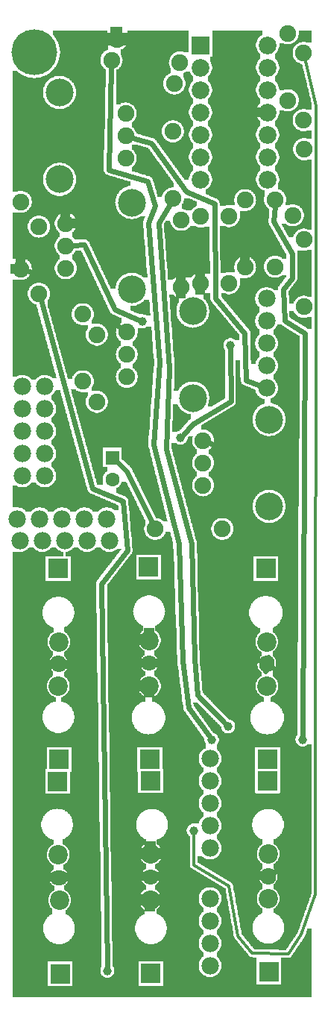
<source format=gtl>
G04 MADE WITH FRITZING*
G04 WWW.FRITZING.ORG*
G04 DOUBLE SIDED*
G04 HOLES PLATED*
G04 CONTOUR ON CENTER OF CONTOUR VECTOR*
%ASAXBY*%
%FSLAX23Y23*%
%MOIN*%
%OFA0B0*%
%SFA1.0B1.0*%
%ADD10C,0.075000*%
%ADD11C,0.078000*%
%ADD12C,0.086614*%
%ADD13C,0.086555*%
%ADD14C,0.070232*%
%ADD15C,0.039370*%
%ADD16C,0.074667*%
%ADD17C,0.074695*%
%ADD18C,0.124033*%
%ADD19C,0.079370*%
%ADD20C,0.204725*%
%ADD21C,0.062992*%
%ADD22R,0.086614X0.086614*%
%ADD23R,0.079370X0.079370*%
%ADD24R,0.062992X0.062992*%
%ADD25C,0.024000*%
%ADD26C,0.012000*%
%LNCOPPER1*%
G90*
G70*
G54D10*
X575Y4200D03*
X787Y3395D03*
X1277Y4150D03*
X979Y4278D03*
X824Y2912D03*
X302Y4283D03*
X275Y2422D03*
X109Y1969D03*
X1268Y2904D03*
G54D11*
X461Y2178D03*
X361Y2178D03*
X261Y2178D03*
X161Y2178D03*
X61Y2178D03*
G54D12*
X654Y1102D03*
G54D13*
X651Y1430D03*
G54D14*
X651Y1532D03*
G54D12*
X1180Y1007D03*
G54D13*
X1182Y679D03*
G54D14*
X1182Y577D03*
G54D15*
X930Y1189D03*
X1003Y1250D03*
X1336Y1191D03*
X790Y2540D03*
X1014Y2953D03*
X621Y3060D03*
X463Y158D03*
G54D11*
X1175Y3162D03*
X1175Y3062D03*
X1175Y2962D03*
X1175Y2862D03*
X1175Y2762D03*
X83Y2769D03*
X83Y2669D03*
X83Y2569D03*
X83Y2469D03*
X83Y2369D03*
X83Y2769D03*
X83Y2669D03*
X83Y2569D03*
X83Y2469D03*
X83Y2369D03*
X183Y2369D03*
X183Y2469D03*
X183Y2569D03*
X183Y2669D03*
X183Y2769D03*
G54D12*
X648Y1962D03*
G54D13*
X651Y1634D03*
G54D14*
X651Y1532D03*
G54D12*
X244Y1955D03*
G54D13*
X246Y1628D03*
G54D14*
X246Y1525D03*
G54D16*
X550Y3012D03*
X550Y2912D03*
G54D17*
X550Y2812D03*
G54D18*
X846Y3106D03*
X846Y2717D03*
G54D16*
X891Y2527D03*
X891Y2427D03*
G54D17*
X891Y2327D03*
G54D18*
X1187Y2621D03*
X1187Y2233D03*
G54D16*
X278Y3497D03*
X278Y3397D03*
G54D17*
X278Y3297D03*
G54D18*
X573Y3591D03*
X573Y3203D03*
G54D16*
X545Y3789D03*
X545Y3889D03*
G54D17*
X545Y3989D03*
G54D18*
X249Y3695D03*
X249Y4083D03*
G54D12*
X241Y1004D03*
G54D13*
X243Y676D03*
G54D14*
X243Y574D03*
G54D11*
X922Y180D03*
X922Y280D03*
X922Y380D03*
X922Y480D03*
X922Y180D03*
X922Y280D03*
X922Y380D03*
X922Y480D03*
X72Y2080D03*
X172Y2080D03*
X272Y2080D03*
X372Y2080D03*
X472Y2080D03*
G54D12*
X1173Y1956D03*
G54D13*
X1176Y1628D03*
G54D14*
X1176Y1526D03*
G54D12*
X1180Y1102D03*
G54D13*
X1177Y1430D03*
G54D14*
X1177Y1532D03*
G54D12*
X1185Y152D03*
G54D13*
X1182Y480D03*
G54D14*
X1182Y582D03*
G54D12*
X656Y1007D03*
G54D13*
X658Y680D03*
G54D14*
X658Y577D03*
G54D12*
X247Y1102D03*
G54D13*
X244Y1430D03*
G54D14*
X244Y1532D03*
G54D12*
X252Y144D03*
G54D13*
X250Y472D03*
G54D14*
X250Y574D03*
G54D12*
X658Y146D03*
G54D13*
X655Y474D03*
G54D14*
X655Y576D03*
G54D19*
X880Y4294D03*
X1180Y4294D03*
X880Y4194D03*
X1180Y4194D03*
X880Y4094D03*
X1180Y4094D03*
X880Y3994D03*
X1180Y3994D03*
X880Y3894D03*
X1180Y3894D03*
X880Y3794D03*
X1180Y3794D03*
X880Y3694D03*
X1180Y3694D03*
G54D10*
X416Y3001D03*
X416Y2701D03*
X1271Y4048D03*
X1271Y4348D03*
X353Y3092D03*
X353Y2792D03*
X157Y3483D03*
X157Y3183D03*
X76Y3594D03*
X76Y3294D03*
X1342Y3425D03*
X1342Y3125D03*
X1007Y3531D03*
X1007Y3231D03*
X793Y3513D03*
X793Y3213D03*
X1341Y4259D03*
X1341Y3959D03*
X1213Y3304D03*
X1213Y3604D03*
X756Y3909D03*
X756Y3609D03*
X482Y4227D03*
X763Y4123D03*
X1344Y3829D03*
X1292Y3534D03*
X1080Y3602D03*
X1080Y3302D03*
X506Y4320D03*
X788Y4217D03*
X880Y3229D03*
X880Y3529D03*
G54D20*
X137Y4262D03*
G54D10*
X678Y2132D03*
X978Y2132D03*
G54D15*
X850Y784D03*
G54D21*
X485Y2451D03*
X485Y2353D03*
G54D11*
X922Y705D03*
X922Y805D03*
X922Y905D03*
X922Y1005D03*
X922Y1105D03*
G54D22*
X654Y1102D03*
X1180Y1007D03*
X648Y1962D03*
X244Y1955D03*
X241Y1004D03*
X1173Y1956D03*
X1180Y1102D03*
X1185Y152D03*
X656Y1007D03*
X247Y1102D03*
X252Y144D03*
X658Y146D03*
G54D23*
X880Y4294D03*
G54D24*
X485Y2451D03*
G54D25*
X726Y2491D02*
X840Y2065D01*
D02*
X670Y2510D02*
X696Y2877D01*
D02*
X800Y1543D02*
X782Y2067D01*
D02*
X852Y1554D02*
X867Y1389D01*
D02*
X741Y2851D02*
X726Y2491D01*
D02*
X696Y2877D02*
X647Y3500D01*
D02*
X1289Y3362D02*
X1289Y3254D01*
D02*
X1250Y3203D02*
X1256Y3064D01*
D02*
X644Y3685D02*
X471Y3738D01*
D02*
X471Y3738D02*
X481Y4199D01*
D02*
X676Y3578D02*
X644Y3685D01*
D02*
X647Y3500D02*
X676Y3578D01*
D02*
X1208Y3505D02*
X1289Y3362D01*
D02*
X1256Y3064D02*
X1348Y3006D01*
D02*
X1274Y640D02*
X1278Y1458D01*
D02*
X1278Y1458D02*
X1206Y1511D01*
D02*
X1213Y601D02*
X1274Y640D01*
D02*
X1289Y3254D02*
X1250Y3203D01*
D02*
X1212Y3576D02*
X1208Y3505D01*
D02*
X1348Y3006D02*
X1336Y1210D01*
D02*
X919Y1205D02*
X827Y1334D01*
D02*
X742Y3584D02*
X692Y3500D01*
D02*
X692Y3500D02*
X741Y2851D01*
D02*
X1038Y2478D02*
X921Y2517D01*
D02*
X1081Y1580D02*
X1038Y2478D01*
D02*
X1145Y1544D02*
X1081Y1580D01*
G54D26*
D02*
X1398Y4022D02*
X1394Y500D01*
D02*
X1346Y4237D02*
X1398Y4022D01*
D02*
X1331Y319D02*
X1272Y233D01*
D02*
X1394Y500D02*
X1331Y319D01*
D02*
X1047Y314D02*
X1007Y536D01*
D02*
X1111Y236D02*
X1047Y314D01*
D02*
X1272Y233D02*
X1111Y236D01*
G54D25*
D02*
X661Y3855D02*
X817Y3641D01*
D02*
X817Y3641D02*
X942Y3586D01*
D02*
X942Y3586D02*
X947Y3164D01*
D02*
X947Y3164D02*
X1078Y3008D01*
D02*
X1083Y2797D02*
X1147Y2773D01*
D02*
X1078Y3008D02*
X1083Y2797D01*
D02*
X575Y3880D02*
X661Y3855D01*
D02*
X1015Y2703D02*
X1014Y2934D01*
D02*
X803Y2554D02*
X844Y2600D01*
D02*
X441Y3091D02*
X525Y3030D01*
D02*
X533Y2255D02*
X397Y2314D01*
D02*
X103Y3286D02*
X389Y3199D01*
D02*
X389Y3199D02*
X441Y3091D01*
D02*
X397Y2314D02*
X165Y3156D01*
D02*
X552Y2036D02*
X533Y2255D01*
D02*
X437Y1888D02*
X552Y2036D01*
D02*
X463Y177D02*
X437Y1888D01*
D02*
X496Y3114D02*
X360Y3403D01*
D02*
X360Y3403D02*
X309Y3399D01*
D02*
X603Y3068D02*
X496Y3114D01*
D02*
X1170Y1497D02*
X1184Y1561D01*
G54D26*
D02*
X850Y630D02*
X850Y771D01*
D02*
X1007Y536D02*
X850Y630D01*
G54D25*
D02*
X867Y1389D02*
X990Y1263D01*
D02*
X827Y1334D02*
X800Y1543D01*
D02*
X550Y2391D02*
X505Y2433D01*
D02*
X665Y2158D02*
X550Y2391D01*
D02*
X782Y2067D02*
X670Y2510D01*
D02*
X840Y2065D02*
X852Y1554D01*
D02*
X844Y2600D02*
X1015Y2703D01*
G36*
X552Y4359D02*
X552Y4335D01*
X554Y4335D01*
X554Y4327D01*
X556Y4327D01*
X556Y4311D01*
X554Y4311D01*
X554Y4303D01*
X552Y4303D01*
X552Y4299D01*
X550Y4299D01*
X550Y4295D01*
X548Y4295D01*
X548Y4291D01*
X546Y4291D01*
X546Y4289D01*
X544Y4289D01*
X544Y4287D01*
X542Y4287D01*
X542Y4285D01*
X540Y4285D01*
X540Y4283D01*
X538Y4283D01*
X538Y4281D01*
X536Y4281D01*
X536Y4279D01*
X532Y4279D01*
X532Y4277D01*
X530Y4277D01*
X530Y4275D01*
X524Y4275D01*
X524Y4267D01*
X796Y4267D01*
X796Y4265D01*
X804Y4265D01*
X804Y4263D01*
X828Y4263D01*
X828Y4359D01*
X552Y4359D01*
G37*
D02*
G36*
X524Y4267D02*
X524Y4251D01*
X526Y4251D01*
X526Y4247D01*
X528Y4247D01*
X528Y4241D01*
X530Y4241D01*
X530Y4231D01*
X532Y4231D01*
X532Y4227D01*
X530Y4227D01*
X530Y4213D01*
X528Y4213D01*
X528Y4207D01*
X526Y4207D01*
X526Y4203D01*
X524Y4203D01*
X524Y4201D01*
X522Y4201D01*
X522Y4197D01*
X520Y4197D01*
X520Y4195D01*
X518Y4195D01*
X518Y4193D01*
X516Y4193D01*
X516Y4191D01*
X514Y4191D01*
X514Y4189D01*
X512Y4189D01*
X512Y4187D01*
X508Y4187D01*
X508Y4185D01*
X504Y4185D01*
X504Y4105D01*
X502Y4105D01*
X502Y4073D01*
X756Y4073D01*
X756Y4075D01*
X746Y4075D01*
X746Y4077D01*
X742Y4077D01*
X742Y4079D01*
X738Y4079D01*
X738Y4081D01*
X736Y4081D01*
X736Y4083D01*
X732Y4083D01*
X732Y4085D01*
X730Y4085D01*
X730Y4087D01*
X728Y4087D01*
X728Y4089D01*
X726Y4089D01*
X726Y4091D01*
X724Y4091D01*
X724Y4093D01*
X722Y4093D01*
X722Y4097D01*
X720Y4097D01*
X720Y4101D01*
X718Y4101D01*
X718Y4105D01*
X716Y4105D01*
X716Y4111D01*
X714Y4111D01*
X714Y4135D01*
X716Y4135D01*
X716Y4141D01*
X718Y4141D01*
X718Y4145D01*
X720Y4145D01*
X720Y4149D01*
X722Y4149D01*
X722Y4151D01*
X724Y4151D01*
X724Y4155D01*
X726Y4155D01*
X726Y4157D01*
X728Y4157D01*
X728Y4159D01*
X730Y4159D01*
X730Y4161D01*
X732Y4161D01*
X732Y4163D01*
X736Y4163D01*
X736Y4165D01*
X740Y4165D01*
X740Y4167D01*
X742Y4167D01*
X742Y4169D01*
X748Y4169D01*
X748Y4191D01*
X746Y4191D01*
X746Y4193D01*
X744Y4193D01*
X744Y4197D01*
X742Y4197D01*
X742Y4203D01*
X740Y4203D01*
X740Y4213D01*
X738Y4213D01*
X738Y4217D01*
X740Y4217D01*
X740Y4231D01*
X742Y4231D01*
X742Y4237D01*
X744Y4237D01*
X744Y4241D01*
X746Y4241D01*
X746Y4245D01*
X748Y4245D01*
X748Y4247D01*
X750Y4247D01*
X750Y4249D01*
X752Y4249D01*
X752Y4251D01*
X754Y4251D01*
X754Y4253D01*
X756Y4253D01*
X756Y4255D01*
X758Y4255D01*
X758Y4257D01*
X760Y4257D01*
X760Y4259D01*
X764Y4259D01*
X764Y4261D01*
X768Y4261D01*
X768Y4263D01*
X772Y4263D01*
X772Y4265D01*
X780Y4265D01*
X780Y4267D01*
X524Y4267D01*
G37*
D02*
G36*
X812Y4175D02*
X812Y4173D01*
X808Y4173D01*
X808Y4171D01*
X802Y4171D01*
X802Y4151D01*
X804Y4151D01*
X804Y4149D01*
X806Y4149D01*
X806Y4145D01*
X808Y4145D01*
X808Y4139D01*
X810Y4139D01*
X810Y4133D01*
X812Y4133D01*
X812Y4113D01*
X810Y4113D01*
X810Y4105D01*
X808Y4105D01*
X808Y4101D01*
X806Y4101D01*
X806Y4097D01*
X804Y4097D01*
X804Y4095D01*
X802Y4095D01*
X802Y4091D01*
X800Y4091D01*
X800Y4089D01*
X798Y4089D01*
X798Y4087D01*
X796Y4087D01*
X796Y4085D01*
X794Y4085D01*
X794Y4083D01*
X790Y4083D01*
X790Y4081D01*
X788Y4081D01*
X788Y4079D01*
X784Y4079D01*
X784Y4077D01*
X778Y4077D01*
X778Y4075D01*
X770Y4075D01*
X770Y4073D01*
X832Y4073D01*
X832Y4079D01*
X830Y4079D01*
X830Y4087D01*
X828Y4087D01*
X828Y4103D01*
X830Y4103D01*
X830Y4111D01*
X832Y4111D01*
X832Y4117D01*
X834Y4117D01*
X834Y4119D01*
X836Y4119D01*
X836Y4123D01*
X838Y4123D01*
X838Y4125D01*
X840Y4125D01*
X840Y4129D01*
X842Y4129D01*
X842Y4131D01*
X844Y4131D01*
X844Y4133D01*
X846Y4133D01*
X846Y4135D01*
X848Y4135D01*
X848Y4155D01*
X846Y4155D01*
X846Y4157D01*
X844Y4157D01*
X844Y4159D01*
X842Y4159D01*
X842Y4161D01*
X840Y4161D01*
X840Y4163D01*
X838Y4163D01*
X838Y4167D01*
X836Y4167D01*
X836Y4169D01*
X834Y4169D01*
X834Y4173D01*
X832Y4173D01*
X832Y4175D01*
X812Y4175D01*
G37*
D02*
G36*
X502Y4073D02*
X502Y4071D01*
X834Y4071D01*
X834Y4073D01*
X502Y4073D01*
G37*
D02*
G36*
X502Y4073D02*
X502Y4071D01*
X834Y4071D01*
X834Y4073D01*
X502Y4073D01*
G37*
D02*
G36*
X502Y4071D02*
X502Y4039D01*
X550Y4039D01*
X550Y4037D01*
X558Y4037D01*
X558Y4035D01*
X564Y4035D01*
X564Y4033D01*
X568Y4033D01*
X568Y4031D01*
X572Y4031D01*
X572Y4029D01*
X574Y4029D01*
X574Y4027D01*
X576Y4027D01*
X576Y4025D01*
X580Y4025D01*
X580Y4023D01*
X582Y4023D01*
X582Y4019D01*
X584Y4019D01*
X584Y4017D01*
X586Y4017D01*
X586Y4013D01*
X588Y4013D01*
X588Y4011D01*
X590Y4011D01*
X590Y4005D01*
X592Y4005D01*
X592Y3999D01*
X594Y3999D01*
X594Y3979D01*
X592Y3979D01*
X592Y3973D01*
X590Y3973D01*
X590Y3967D01*
X588Y3967D01*
X588Y3963D01*
X586Y3963D01*
X586Y3961D01*
X584Y3961D01*
X584Y3959D01*
X762Y3959D01*
X762Y3957D01*
X772Y3957D01*
X772Y3955D01*
X776Y3955D01*
X776Y3953D01*
X780Y3953D01*
X780Y3951D01*
X784Y3951D01*
X784Y3949D01*
X786Y3949D01*
X786Y3947D01*
X790Y3947D01*
X790Y3945D01*
X792Y3945D01*
X792Y3943D01*
X794Y3943D01*
X794Y3939D01*
X796Y3939D01*
X796Y3937D01*
X798Y3937D01*
X798Y3933D01*
X800Y3933D01*
X800Y3931D01*
X802Y3931D01*
X802Y3925D01*
X804Y3925D01*
X804Y3917D01*
X806Y3917D01*
X806Y3901D01*
X804Y3901D01*
X804Y3893D01*
X802Y3893D01*
X802Y3887D01*
X800Y3887D01*
X800Y3885D01*
X798Y3885D01*
X798Y3881D01*
X796Y3881D01*
X796Y3879D01*
X794Y3879D01*
X794Y3875D01*
X792Y3875D01*
X792Y3873D01*
X788Y3873D01*
X788Y3871D01*
X786Y3871D01*
X786Y3869D01*
X784Y3869D01*
X784Y3867D01*
X780Y3867D01*
X780Y3865D01*
X776Y3865D01*
X776Y3863D01*
X770Y3863D01*
X770Y3861D01*
X762Y3861D01*
X762Y3859D01*
X842Y3859D01*
X842Y3861D01*
X840Y3861D01*
X840Y3863D01*
X838Y3863D01*
X838Y3867D01*
X836Y3867D01*
X836Y3869D01*
X834Y3869D01*
X834Y3873D01*
X832Y3873D01*
X832Y3879D01*
X830Y3879D01*
X830Y3887D01*
X828Y3887D01*
X828Y3903D01*
X830Y3903D01*
X830Y3911D01*
X832Y3911D01*
X832Y3917D01*
X834Y3917D01*
X834Y3919D01*
X836Y3919D01*
X836Y3923D01*
X838Y3923D01*
X838Y3925D01*
X840Y3925D01*
X840Y3929D01*
X842Y3929D01*
X842Y3931D01*
X844Y3931D01*
X844Y3933D01*
X846Y3933D01*
X846Y3935D01*
X848Y3935D01*
X848Y3955D01*
X846Y3955D01*
X846Y3957D01*
X844Y3957D01*
X844Y3959D01*
X842Y3959D01*
X842Y3961D01*
X840Y3961D01*
X840Y3963D01*
X838Y3963D01*
X838Y3967D01*
X836Y3967D01*
X836Y3969D01*
X834Y3969D01*
X834Y3973D01*
X832Y3973D01*
X832Y3979D01*
X830Y3979D01*
X830Y3987D01*
X828Y3987D01*
X828Y4003D01*
X830Y4003D01*
X830Y4011D01*
X832Y4011D01*
X832Y4017D01*
X834Y4017D01*
X834Y4019D01*
X836Y4019D01*
X836Y4023D01*
X838Y4023D01*
X838Y4025D01*
X840Y4025D01*
X840Y4029D01*
X842Y4029D01*
X842Y4031D01*
X844Y4031D01*
X844Y4033D01*
X846Y4033D01*
X846Y4035D01*
X848Y4035D01*
X848Y4055D01*
X846Y4055D01*
X846Y4057D01*
X844Y4057D01*
X844Y4059D01*
X842Y4059D01*
X842Y4061D01*
X840Y4061D01*
X840Y4063D01*
X838Y4063D01*
X838Y4067D01*
X836Y4067D01*
X836Y4069D01*
X834Y4069D01*
X834Y4071D01*
X502Y4071D01*
G37*
D02*
G36*
X502Y4039D02*
X502Y4031D01*
X522Y4031D01*
X522Y4033D01*
X524Y4033D01*
X524Y4035D01*
X530Y4035D01*
X530Y4037D01*
X540Y4037D01*
X540Y4039D01*
X502Y4039D01*
G37*
D02*
G36*
X582Y3959D02*
X582Y3955D01*
X580Y3955D01*
X580Y3953D01*
X578Y3953D01*
X578Y3951D01*
X574Y3951D01*
X574Y3949D01*
X572Y3949D01*
X572Y3929D01*
X574Y3929D01*
X574Y3927D01*
X576Y3927D01*
X576Y3925D01*
X580Y3925D01*
X580Y3923D01*
X582Y3923D01*
X582Y3919D01*
X584Y3919D01*
X584Y3917D01*
X586Y3917D01*
X586Y3913D01*
X588Y3913D01*
X588Y3911D01*
X590Y3911D01*
X590Y3905D01*
X592Y3905D01*
X592Y3901D01*
X594Y3901D01*
X594Y3899D01*
X600Y3899D01*
X600Y3897D01*
X608Y3897D01*
X608Y3895D01*
X614Y3895D01*
X614Y3893D01*
X620Y3893D01*
X620Y3891D01*
X628Y3891D01*
X628Y3889D01*
X634Y3889D01*
X634Y3887D01*
X642Y3887D01*
X642Y3885D01*
X648Y3885D01*
X648Y3883D01*
X656Y3883D01*
X656Y3881D01*
X662Y3881D01*
X662Y3879D01*
X670Y3879D01*
X670Y3877D01*
X674Y3877D01*
X674Y3875D01*
X676Y3875D01*
X676Y3873D01*
X678Y3873D01*
X678Y3871D01*
X680Y3871D01*
X680Y3869D01*
X682Y3869D01*
X682Y3867D01*
X684Y3867D01*
X684Y3863D01*
X686Y3863D01*
X686Y3861D01*
X688Y3861D01*
X688Y3859D01*
X750Y3859D01*
X750Y3861D01*
X742Y3861D01*
X742Y3863D01*
X736Y3863D01*
X736Y3865D01*
X732Y3865D01*
X732Y3867D01*
X730Y3867D01*
X730Y3869D01*
X726Y3869D01*
X726Y3871D01*
X724Y3871D01*
X724Y3873D01*
X722Y3873D01*
X722Y3875D01*
X720Y3875D01*
X720Y3877D01*
X718Y3877D01*
X718Y3879D01*
X716Y3879D01*
X716Y3883D01*
X714Y3883D01*
X714Y3885D01*
X712Y3885D01*
X712Y3889D01*
X710Y3889D01*
X710Y3895D01*
X708Y3895D01*
X708Y3907D01*
X706Y3907D01*
X706Y3911D01*
X708Y3911D01*
X708Y3923D01*
X710Y3923D01*
X710Y3929D01*
X712Y3929D01*
X712Y3933D01*
X714Y3933D01*
X714Y3935D01*
X716Y3935D01*
X716Y3939D01*
X718Y3939D01*
X718Y3941D01*
X720Y3941D01*
X720Y3943D01*
X722Y3943D01*
X722Y3945D01*
X724Y3945D01*
X724Y3947D01*
X726Y3947D01*
X726Y3949D01*
X728Y3949D01*
X728Y3951D01*
X732Y3951D01*
X732Y3953D01*
X736Y3953D01*
X736Y3955D01*
X742Y3955D01*
X742Y3957D01*
X750Y3957D01*
X750Y3959D01*
X582Y3959D01*
G37*
D02*
G36*
X688Y3859D02*
X688Y3857D01*
X844Y3857D01*
X844Y3859D01*
X688Y3859D01*
G37*
D02*
G36*
X688Y3859D02*
X688Y3857D01*
X844Y3857D01*
X844Y3859D01*
X688Y3859D01*
G37*
D02*
G36*
X690Y3857D02*
X690Y3855D01*
X692Y3855D01*
X692Y3853D01*
X694Y3853D01*
X694Y3849D01*
X696Y3849D01*
X696Y3847D01*
X698Y3847D01*
X698Y3845D01*
X700Y3845D01*
X700Y3841D01*
X702Y3841D01*
X702Y3839D01*
X704Y3839D01*
X704Y3835D01*
X706Y3835D01*
X706Y3833D01*
X708Y3833D01*
X708Y3831D01*
X710Y3831D01*
X710Y3827D01*
X712Y3827D01*
X712Y3825D01*
X714Y3825D01*
X714Y3823D01*
X716Y3823D01*
X716Y3819D01*
X718Y3819D01*
X718Y3817D01*
X720Y3817D01*
X720Y3813D01*
X722Y3813D01*
X722Y3811D01*
X724Y3811D01*
X724Y3809D01*
X726Y3809D01*
X726Y3805D01*
X728Y3805D01*
X728Y3803D01*
X730Y3803D01*
X730Y3801D01*
X732Y3801D01*
X732Y3797D01*
X734Y3797D01*
X734Y3795D01*
X736Y3795D01*
X736Y3791D01*
X738Y3791D01*
X738Y3789D01*
X740Y3789D01*
X740Y3787D01*
X742Y3787D01*
X742Y3783D01*
X744Y3783D01*
X744Y3781D01*
X746Y3781D01*
X746Y3779D01*
X748Y3779D01*
X748Y3775D01*
X750Y3775D01*
X750Y3773D01*
X752Y3773D01*
X752Y3769D01*
X754Y3769D01*
X754Y3767D01*
X756Y3767D01*
X756Y3765D01*
X758Y3765D01*
X758Y3761D01*
X760Y3761D01*
X760Y3759D01*
X762Y3759D01*
X762Y3757D01*
X764Y3757D01*
X764Y3753D01*
X766Y3753D01*
X766Y3751D01*
X768Y3751D01*
X768Y3747D01*
X770Y3747D01*
X770Y3745D01*
X772Y3745D01*
X772Y3743D01*
X774Y3743D01*
X774Y3739D01*
X776Y3739D01*
X776Y3737D01*
X778Y3737D01*
X778Y3735D01*
X780Y3735D01*
X780Y3731D01*
X782Y3731D01*
X782Y3729D01*
X784Y3729D01*
X784Y3725D01*
X786Y3725D01*
X786Y3723D01*
X788Y3723D01*
X788Y3721D01*
X790Y3721D01*
X790Y3717D01*
X792Y3717D01*
X792Y3715D01*
X794Y3715D01*
X794Y3713D01*
X796Y3713D01*
X796Y3709D01*
X798Y3709D01*
X798Y3707D01*
X800Y3707D01*
X800Y3703D01*
X802Y3703D01*
X802Y3701D01*
X804Y3701D01*
X804Y3699D01*
X806Y3699D01*
X806Y3695D01*
X808Y3695D01*
X808Y3693D01*
X828Y3693D01*
X828Y3703D01*
X830Y3703D01*
X830Y3711D01*
X832Y3711D01*
X832Y3717D01*
X834Y3717D01*
X834Y3719D01*
X836Y3719D01*
X836Y3723D01*
X838Y3723D01*
X838Y3725D01*
X840Y3725D01*
X840Y3729D01*
X842Y3729D01*
X842Y3731D01*
X844Y3731D01*
X844Y3733D01*
X846Y3733D01*
X846Y3735D01*
X848Y3735D01*
X848Y3755D01*
X846Y3755D01*
X846Y3757D01*
X844Y3757D01*
X844Y3759D01*
X842Y3759D01*
X842Y3761D01*
X840Y3761D01*
X840Y3763D01*
X838Y3763D01*
X838Y3767D01*
X836Y3767D01*
X836Y3769D01*
X834Y3769D01*
X834Y3773D01*
X832Y3773D01*
X832Y3779D01*
X830Y3779D01*
X830Y3787D01*
X828Y3787D01*
X828Y3803D01*
X830Y3803D01*
X830Y3811D01*
X832Y3811D01*
X832Y3817D01*
X834Y3817D01*
X834Y3819D01*
X836Y3819D01*
X836Y3823D01*
X838Y3823D01*
X838Y3825D01*
X840Y3825D01*
X840Y3829D01*
X842Y3829D01*
X842Y3831D01*
X844Y3831D01*
X844Y3833D01*
X846Y3833D01*
X846Y3835D01*
X848Y3835D01*
X848Y3855D01*
X846Y3855D01*
X846Y3857D01*
X690Y3857D01*
G37*
D02*
G36*
X574Y3851D02*
X574Y3849D01*
X572Y3849D01*
X572Y3829D01*
X574Y3829D01*
X574Y3827D01*
X576Y3827D01*
X576Y3825D01*
X580Y3825D01*
X580Y3823D01*
X582Y3823D01*
X582Y3819D01*
X584Y3819D01*
X584Y3817D01*
X586Y3817D01*
X586Y3813D01*
X588Y3813D01*
X588Y3811D01*
X590Y3811D01*
X590Y3805D01*
X592Y3805D01*
X592Y3799D01*
X594Y3799D01*
X594Y3779D01*
X592Y3779D01*
X592Y3773D01*
X590Y3773D01*
X590Y3767D01*
X588Y3767D01*
X588Y3763D01*
X586Y3763D01*
X586Y3761D01*
X584Y3761D01*
X584Y3759D01*
X582Y3759D01*
X582Y3755D01*
X580Y3755D01*
X580Y3753D01*
X578Y3753D01*
X578Y3751D01*
X574Y3751D01*
X574Y3731D01*
X580Y3731D01*
X580Y3729D01*
X586Y3729D01*
X586Y3727D01*
X592Y3727D01*
X592Y3725D01*
X600Y3725D01*
X600Y3723D01*
X606Y3723D01*
X606Y3721D01*
X612Y3721D01*
X612Y3719D01*
X618Y3719D01*
X618Y3717D01*
X626Y3717D01*
X626Y3715D01*
X632Y3715D01*
X632Y3713D01*
X638Y3713D01*
X638Y3711D01*
X644Y3711D01*
X644Y3709D01*
X652Y3709D01*
X652Y3707D01*
X656Y3707D01*
X656Y3705D01*
X658Y3705D01*
X658Y3703D01*
X662Y3703D01*
X662Y3701D01*
X664Y3701D01*
X664Y3697D01*
X666Y3697D01*
X666Y3693D01*
X668Y3693D01*
X668Y3687D01*
X670Y3687D01*
X670Y3679D01*
X672Y3679D01*
X672Y3673D01*
X674Y3673D01*
X674Y3665D01*
X676Y3665D01*
X676Y3659D01*
X678Y3659D01*
X678Y3653D01*
X680Y3653D01*
X680Y3645D01*
X682Y3645D01*
X682Y3639D01*
X684Y3639D01*
X684Y3631D01*
X686Y3631D01*
X686Y3625D01*
X688Y3625D01*
X688Y3617D01*
X708Y3617D01*
X708Y3623D01*
X710Y3623D01*
X710Y3629D01*
X712Y3629D01*
X712Y3633D01*
X714Y3633D01*
X714Y3635D01*
X716Y3635D01*
X716Y3639D01*
X718Y3639D01*
X718Y3641D01*
X720Y3641D01*
X720Y3643D01*
X722Y3643D01*
X722Y3645D01*
X724Y3645D01*
X724Y3647D01*
X726Y3647D01*
X726Y3649D01*
X728Y3649D01*
X728Y3651D01*
X732Y3651D01*
X732Y3653D01*
X736Y3653D01*
X736Y3655D01*
X742Y3655D01*
X742Y3657D01*
X750Y3657D01*
X750Y3659D01*
X760Y3659D01*
X760Y3681D01*
X758Y3681D01*
X758Y3683D01*
X756Y3683D01*
X756Y3685D01*
X754Y3685D01*
X754Y3689D01*
X752Y3689D01*
X752Y3691D01*
X750Y3691D01*
X750Y3693D01*
X748Y3693D01*
X748Y3697D01*
X746Y3697D01*
X746Y3699D01*
X744Y3699D01*
X744Y3703D01*
X742Y3703D01*
X742Y3705D01*
X740Y3705D01*
X740Y3707D01*
X738Y3707D01*
X738Y3711D01*
X736Y3711D01*
X736Y3713D01*
X734Y3713D01*
X734Y3715D01*
X732Y3715D01*
X732Y3719D01*
X730Y3719D01*
X730Y3721D01*
X728Y3721D01*
X728Y3725D01*
X726Y3725D01*
X726Y3727D01*
X724Y3727D01*
X724Y3729D01*
X722Y3729D01*
X722Y3733D01*
X720Y3733D01*
X720Y3735D01*
X718Y3735D01*
X718Y3737D01*
X716Y3737D01*
X716Y3741D01*
X714Y3741D01*
X714Y3743D01*
X712Y3743D01*
X712Y3747D01*
X710Y3747D01*
X710Y3749D01*
X708Y3749D01*
X708Y3751D01*
X706Y3751D01*
X706Y3755D01*
X704Y3755D01*
X704Y3757D01*
X702Y3757D01*
X702Y3759D01*
X700Y3759D01*
X700Y3763D01*
X698Y3763D01*
X698Y3765D01*
X696Y3765D01*
X696Y3769D01*
X694Y3769D01*
X694Y3771D01*
X692Y3771D01*
X692Y3773D01*
X690Y3773D01*
X690Y3777D01*
X688Y3777D01*
X688Y3779D01*
X686Y3779D01*
X686Y3781D01*
X684Y3781D01*
X684Y3785D01*
X682Y3785D01*
X682Y3787D01*
X680Y3787D01*
X680Y3791D01*
X678Y3791D01*
X678Y3793D01*
X676Y3793D01*
X676Y3795D01*
X674Y3795D01*
X674Y3799D01*
X672Y3799D01*
X672Y3801D01*
X670Y3801D01*
X670Y3803D01*
X668Y3803D01*
X668Y3807D01*
X666Y3807D01*
X666Y3809D01*
X664Y3809D01*
X664Y3813D01*
X662Y3813D01*
X662Y3815D01*
X660Y3815D01*
X660Y3817D01*
X658Y3817D01*
X658Y3821D01*
X656Y3821D01*
X656Y3823D01*
X654Y3823D01*
X654Y3825D01*
X652Y3825D01*
X652Y3829D01*
X650Y3829D01*
X650Y3831D01*
X648Y3831D01*
X648Y3835D01*
X642Y3835D01*
X642Y3837D01*
X636Y3837D01*
X636Y3839D01*
X628Y3839D01*
X628Y3841D01*
X622Y3841D01*
X622Y3843D01*
X614Y3843D01*
X614Y3845D01*
X608Y3845D01*
X608Y3847D01*
X600Y3847D01*
X600Y3849D01*
X594Y3849D01*
X594Y3851D01*
X574Y3851D01*
G37*
D02*
G36*
X806Y3611D02*
X806Y3601D01*
X804Y3601D01*
X804Y3593D01*
X802Y3593D01*
X802Y3587D01*
X800Y3587D01*
X800Y3585D01*
X798Y3585D01*
X798Y3563D01*
X802Y3563D01*
X802Y3561D01*
X810Y3561D01*
X810Y3559D01*
X814Y3559D01*
X814Y3557D01*
X818Y3557D01*
X818Y3555D01*
X840Y3555D01*
X840Y3559D01*
X842Y3559D01*
X842Y3561D01*
X844Y3561D01*
X844Y3563D01*
X846Y3563D01*
X846Y3565D01*
X848Y3565D01*
X848Y3567D01*
X850Y3567D01*
X850Y3569D01*
X852Y3569D01*
X852Y3571D01*
X856Y3571D01*
X856Y3573D01*
X860Y3573D01*
X860Y3575D01*
X864Y3575D01*
X864Y3595D01*
X860Y3595D01*
X860Y3597D01*
X856Y3597D01*
X856Y3599D01*
X852Y3599D01*
X852Y3601D01*
X846Y3601D01*
X846Y3603D01*
X842Y3603D01*
X842Y3605D01*
X838Y3605D01*
X838Y3607D01*
X834Y3607D01*
X834Y3609D01*
X828Y3609D01*
X828Y3611D01*
X806Y3611D01*
G37*
D02*
G36*
X724Y3509D02*
X724Y3505D01*
X722Y3505D01*
X722Y3503D01*
X720Y3503D01*
X720Y3499D01*
X718Y3499D01*
X718Y3463D01*
X792Y3463D01*
X792Y3465D01*
X780Y3465D01*
X780Y3467D01*
X774Y3467D01*
X774Y3469D01*
X770Y3469D01*
X770Y3471D01*
X766Y3471D01*
X766Y3473D01*
X764Y3473D01*
X764Y3475D01*
X762Y3475D01*
X762Y3477D01*
X760Y3477D01*
X760Y3479D01*
X758Y3479D01*
X758Y3481D01*
X756Y3481D01*
X756Y3483D01*
X754Y3483D01*
X754Y3485D01*
X752Y3485D01*
X752Y3489D01*
X750Y3489D01*
X750Y3493D01*
X748Y3493D01*
X748Y3497D01*
X746Y3497D01*
X746Y3503D01*
X744Y3503D01*
X744Y3509D01*
X724Y3509D01*
G37*
D02*
G36*
X834Y3487D02*
X834Y3485D01*
X832Y3485D01*
X832Y3481D01*
X830Y3481D01*
X830Y3479D01*
X874Y3479D01*
X874Y3481D01*
X866Y3481D01*
X866Y3483D01*
X860Y3483D01*
X860Y3485D01*
X856Y3485D01*
X856Y3487D01*
X834Y3487D01*
G37*
D02*
G36*
X896Y3483D02*
X896Y3481D01*
X888Y3481D01*
X888Y3479D01*
X920Y3479D01*
X920Y3483D01*
X896Y3483D01*
G37*
D02*
G36*
X828Y3479D02*
X828Y3477D01*
X920Y3477D01*
X920Y3479D01*
X828Y3479D01*
G37*
D02*
G36*
X828Y3479D02*
X828Y3477D01*
X920Y3477D01*
X920Y3479D01*
X828Y3479D01*
G37*
D02*
G36*
X826Y3477D02*
X826Y3475D01*
X822Y3475D01*
X822Y3473D01*
X820Y3473D01*
X820Y3471D01*
X816Y3471D01*
X816Y3469D01*
X812Y3469D01*
X812Y3467D01*
X806Y3467D01*
X806Y3465D01*
X794Y3465D01*
X794Y3463D01*
X920Y3463D01*
X920Y3477D01*
X826Y3477D01*
G37*
D02*
G36*
X718Y3463D02*
X718Y3461D01*
X920Y3461D01*
X920Y3463D01*
X718Y3463D01*
G37*
D02*
G36*
X718Y3463D02*
X718Y3461D01*
X920Y3461D01*
X920Y3463D01*
X718Y3463D01*
G37*
D02*
G36*
X718Y3461D02*
X718Y3457D01*
X720Y3457D01*
X720Y3431D01*
X722Y3431D01*
X722Y3403D01*
X724Y3403D01*
X724Y3377D01*
X726Y3377D01*
X726Y3351D01*
X728Y3351D01*
X728Y3325D01*
X730Y3325D01*
X730Y3297D01*
X732Y3297D01*
X732Y3279D01*
X886Y3279D01*
X886Y3277D01*
X894Y3277D01*
X894Y3275D01*
X900Y3275D01*
X900Y3273D01*
X922Y3273D01*
X922Y3331D01*
X920Y3331D01*
X920Y3461D01*
X718Y3461D01*
G37*
D02*
G36*
X732Y3279D02*
X732Y3271D01*
X734Y3271D01*
X734Y3263D01*
X802Y3263D01*
X802Y3261D01*
X810Y3261D01*
X810Y3259D01*
X814Y3259D01*
X814Y3257D01*
X818Y3257D01*
X818Y3255D01*
X840Y3255D01*
X840Y3259D01*
X842Y3259D01*
X842Y3261D01*
X844Y3261D01*
X844Y3263D01*
X846Y3263D01*
X846Y3265D01*
X848Y3265D01*
X848Y3267D01*
X850Y3267D01*
X850Y3269D01*
X852Y3269D01*
X852Y3271D01*
X856Y3271D01*
X856Y3273D01*
X860Y3273D01*
X860Y3275D01*
X866Y3275D01*
X866Y3277D01*
X874Y3277D01*
X874Y3279D01*
X732Y3279D01*
G37*
D02*
G36*
X734Y3263D02*
X734Y3245D01*
X756Y3245D01*
X756Y3247D01*
X758Y3247D01*
X758Y3249D01*
X760Y3249D01*
X760Y3251D01*
X762Y3251D01*
X762Y3253D01*
X766Y3253D01*
X766Y3255D01*
X768Y3255D01*
X768Y3257D01*
X772Y3257D01*
X772Y3259D01*
X778Y3259D01*
X778Y3261D01*
X784Y3261D01*
X784Y3263D01*
X734Y3263D01*
G37*
D02*
G36*
X1320Y4359D02*
X1320Y4339D01*
X1318Y4339D01*
X1318Y4331D01*
X1316Y4331D01*
X1316Y4327D01*
X1314Y4327D01*
X1314Y4323D01*
X1312Y4323D01*
X1312Y4319D01*
X1310Y4319D01*
X1310Y4317D01*
X1308Y4317D01*
X1308Y4315D01*
X1306Y4315D01*
X1306Y4313D01*
X1304Y4313D01*
X1304Y4311D01*
X1302Y4311D01*
X1302Y4309D01*
X1350Y4309D01*
X1350Y4307D01*
X1356Y4307D01*
X1356Y4305D01*
X1378Y4305D01*
X1378Y4359D01*
X1320Y4359D01*
G37*
D02*
G36*
X1300Y4309D02*
X1300Y4307D01*
X1296Y4307D01*
X1296Y4305D01*
X1292Y4305D01*
X1292Y4303D01*
X1288Y4303D01*
X1288Y4301D01*
X1280Y4301D01*
X1280Y4299D01*
X1312Y4299D01*
X1312Y4301D01*
X1316Y4301D01*
X1316Y4303D01*
X1320Y4303D01*
X1320Y4305D01*
X1324Y4305D01*
X1324Y4307D01*
X1332Y4307D01*
X1332Y4309D01*
X1300Y4309D01*
G37*
D02*
G36*
X1232Y4303D02*
X1232Y4299D01*
X1260Y4299D01*
X1260Y4301D01*
X1254Y4301D01*
X1254Y4303D01*
X1232Y4303D01*
G37*
D02*
G36*
X1232Y4299D02*
X1232Y4297D01*
X1310Y4297D01*
X1310Y4299D01*
X1232Y4299D01*
G37*
D02*
G36*
X1232Y4299D02*
X1232Y4297D01*
X1310Y4297D01*
X1310Y4299D01*
X1232Y4299D01*
G37*
D02*
G36*
X1232Y4297D02*
X1232Y4287D01*
X1230Y4287D01*
X1230Y4279D01*
X1228Y4279D01*
X1228Y4273D01*
X1226Y4273D01*
X1226Y4269D01*
X1224Y4269D01*
X1224Y4267D01*
X1222Y4267D01*
X1222Y4263D01*
X1220Y4263D01*
X1220Y4261D01*
X1218Y4261D01*
X1218Y4259D01*
X1216Y4259D01*
X1216Y4257D01*
X1214Y4257D01*
X1214Y4255D01*
X1212Y4255D01*
X1212Y4233D01*
X1216Y4233D01*
X1216Y4231D01*
X1218Y4231D01*
X1218Y4229D01*
X1220Y4229D01*
X1220Y4225D01*
X1222Y4225D01*
X1222Y4223D01*
X1224Y4223D01*
X1224Y4219D01*
X1226Y4219D01*
X1226Y4215D01*
X1228Y4215D01*
X1228Y4211D01*
X1230Y4211D01*
X1230Y4201D01*
X1232Y4201D01*
X1232Y4187D01*
X1230Y4187D01*
X1230Y4179D01*
X1228Y4179D01*
X1228Y4173D01*
X1226Y4173D01*
X1226Y4169D01*
X1224Y4169D01*
X1224Y4167D01*
X1222Y4167D01*
X1222Y4163D01*
X1220Y4163D01*
X1220Y4161D01*
X1218Y4161D01*
X1218Y4159D01*
X1216Y4159D01*
X1216Y4157D01*
X1214Y4157D01*
X1214Y4155D01*
X1212Y4155D01*
X1212Y4133D01*
X1216Y4133D01*
X1216Y4131D01*
X1218Y4131D01*
X1218Y4129D01*
X1220Y4129D01*
X1220Y4125D01*
X1222Y4125D01*
X1222Y4123D01*
X1224Y4123D01*
X1224Y4119D01*
X1226Y4119D01*
X1226Y4115D01*
X1228Y4115D01*
X1228Y4111D01*
X1230Y4111D01*
X1230Y4101D01*
X1232Y4101D01*
X1232Y4097D01*
X1284Y4097D01*
X1284Y4095D01*
X1290Y4095D01*
X1290Y4093D01*
X1294Y4093D01*
X1294Y4091D01*
X1298Y4091D01*
X1298Y4089D01*
X1300Y4089D01*
X1300Y4087D01*
X1302Y4087D01*
X1302Y4085D01*
X1304Y4085D01*
X1304Y4083D01*
X1306Y4083D01*
X1306Y4081D01*
X1308Y4081D01*
X1308Y4079D01*
X1310Y4079D01*
X1310Y4077D01*
X1312Y4077D01*
X1312Y4073D01*
X1314Y4073D01*
X1314Y4069D01*
X1316Y4069D01*
X1316Y4065D01*
X1318Y4065D01*
X1318Y4059D01*
X1320Y4059D01*
X1320Y4039D01*
X1318Y4039D01*
X1318Y4031D01*
X1316Y4031D01*
X1316Y4027D01*
X1314Y4027D01*
X1314Y4023D01*
X1312Y4023D01*
X1312Y4019D01*
X1310Y4019D01*
X1310Y4017D01*
X1308Y4017D01*
X1308Y4015D01*
X1306Y4015D01*
X1306Y4013D01*
X1304Y4013D01*
X1304Y4011D01*
X1302Y4011D01*
X1302Y4009D01*
X1350Y4009D01*
X1350Y4007D01*
X1356Y4007D01*
X1356Y4005D01*
X1378Y4005D01*
X1378Y4033D01*
X1376Y4033D01*
X1376Y4041D01*
X1374Y4041D01*
X1374Y4051D01*
X1372Y4051D01*
X1372Y4059D01*
X1370Y4059D01*
X1370Y4067D01*
X1368Y4067D01*
X1368Y4075D01*
X1366Y4075D01*
X1366Y4083D01*
X1364Y4083D01*
X1364Y4091D01*
X1362Y4091D01*
X1362Y4099D01*
X1360Y4099D01*
X1360Y4107D01*
X1358Y4107D01*
X1358Y4115D01*
X1356Y4115D01*
X1356Y4125D01*
X1354Y4125D01*
X1354Y4133D01*
X1352Y4133D01*
X1352Y4141D01*
X1350Y4141D01*
X1350Y4149D01*
X1348Y4149D01*
X1348Y4157D01*
X1346Y4157D01*
X1346Y4165D01*
X1344Y4165D01*
X1344Y4173D01*
X1342Y4173D01*
X1342Y4181D01*
X1340Y4181D01*
X1340Y4191D01*
X1338Y4191D01*
X1338Y4199D01*
X1336Y4199D01*
X1336Y4207D01*
X1334Y4207D01*
X1334Y4211D01*
X1328Y4211D01*
X1328Y4213D01*
X1322Y4213D01*
X1322Y4215D01*
X1318Y4215D01*
X1318Y4217D01*
X1314Y4217D01*
X1314Y4219D01*
X1312Y4219D01*
X1312Y4221D01*
X1308Y4221D01*
X1308Y4223D01*
X1306Y4223D01*
X1306Y4225D01*
X1304Y4225D01*
X1304Y4227D01*
X1302Y4227D01*
X1302Y4231D01*
X1300Y4231D01*
X1300Y4233D01*
X1298Y4233D01*
X1298Y4237D01*
X1296Y4237D01*
X1296Y4241D01*
X1294Y4241D01*
X1294Y4247D01*
X1292Y4247D01*
X1292Y4271D01*
X1294Y4271D01*
X1294Y4279D01*
X1296Y4279D01*
X1296Y4283D01*
X1298Y4283D01*
X1298Y4285D01*
X1300Y4285D01*
X1300Y4289D01*
X1302Y4289D01*
X1302Y4291D01*
X1304Y4291D01*
X1304Y4293D01*
X1306Y4293D01*
X1306Y4295D01*
X1308Y4295D01*
X1308Y4297D01*
X1232Y4297D01*
G37*
D02*
G36*
X1232Y4097D02*
X1232Y4093D01*
X1252Y4093D01*
X1252Y4095D01*
X1258Y4095D01*
X1258Y4097D01*
X1232Y4097D01*
G37*
D02*
G36*
X1300Y4009D02*
X1300Y4007D01*
X1296Y4007D01*
X1296Y4005D01*
X1292Y4005D01*
X1292Y4003D01*
X1288Y4003D01*
X1288Y4001D01*
X1280Y4001D01*
X1280Y3999D01*
X1312Y3999D01*
X1312Y4001D01*
X1316Y4001D01*
X1316Y4003D01*
X1320Y4003D01*
X1320Y4005D01*
X1324Y4005D01*
X1324Y4007D01*
X1332Y4007D01*
X1332Y4009D01*
X1300Y4009D01*
G37*
D02*
G36*
X1232Y4003D02*
X1232Y3999D01*
X1260Y3999D01*
X1260Y4001D01*
X1254Y4001D01*
X1254Y4003D01*
X1232Y4003D01*
G37*
D02*
G36*
X1232Y3999D02*
X1232Y3997D01*
X1310Y3997D01*
X1310Y3999D01*
X1232Y3999D01*
G37*
D02*
G36*
X1232Y3999D02*
X1232Y3997D01*
X1310Y3997D01*
X1310Y3999D01*
X1232Y3999D01*
G37*
D02*
G36*
X1232Y3997D02*
X1232Y3987D01*
X1230Y3987D01*
X1230Y3979D01*
X1228Y3979D01*
X1228Y3973D01*
X1226Y3973D01*
X1226Y3969D01*
X1224Y3969D01*
X1224Y3967D01*
X1222Y3967D01*
X1222Y3963D01*
X1220Y3963D01*
X1220Y3961D01*
X1218Y3961D01*
X1218Y3959D01*
X1216Y3959D01*
X1216Y3957D01*
X1214Y3957D01*
X1214Y3955D01*
X1212Y3955D01*
X1212Y3933D01*
X1216Y3933D01*
X1216Y3931D01*
X1218Y3931D01*
X1218Y3929D01*
X1220Y3929D01*
X1220Y3925D01*
X1222Y3925D01*
X1222Y3923D01*
X1224Y3923D01*
X1224Y3919D01*
X1226Y3919D01*
X1226Y3915D01*
X1228Y3915D01*
X1228Y3911D01*
X1230Y3911D01*
X1230Y3909D01*
X1340Y3909D01*
X1340Y3911D01*
X1328Y3911D01*
X1328Y3913D01*
X1322Y3913D01*
X1322Y3915D01*
X1318Y3915D01*
X1318Y3917D01*
X1314Y3917D01*
X1314Y3919D01*
X1312Y3919D01*
X1312Y3921D01*
X1308Y3921D01*
X1308Y3923D01*
X1306Y3923D01*
X1306Y3925D01*
X1304Y3925D01*
X1304Y3927D01*
X1302Y3927D01*
X1302Y3931D01*
X1300Y3931D01*
X1300Y3933D01*
X1298Y3933D01*
X1298Y3937D01*
X1296Y3937D01*
X1296Y3941D01*
X1294Y3941D01*
X1294Y3947D01*
X1292Y3947D01*
X1292Y3971D01*
X1294Y3971D01*
X1294Y3979D01*
X1296Y3979D01*
X1296Y3983D01*
X1298Y3983D01*
X1298Y3985D01*
X1300Y3985D01*
X1300Y3989D01*
X1302Y3989D01*
X1302Y3991D01*
X1304Y3991D01*
X1304Y3993D01*
X1306Y3993D01*
X1306Y3995D01*
X1308Y3995D01*
X1308Y3997D01*
X1232Y3997D01*
G37*
D02*
G36*
X1354Y3913D02*
X1354Y3911D01*
X1342Y3911D01*
X1342Y3909D01*
X1378Y3909D01*
X1378Y3913D01*
X1354Y3913D01*
G37*
D02*
G36*
X1230Y3909D02*
X1230Y3907D01*
X1378Y3907D01*
X1378Y3909D01*
X1230Y3909D01*
G37*
D02*
G36*
X1230Y3909D02*
X1230Y3907D01*
X1378Y3907D01*
X1378Y3909D01*
X1230Y3909D01*
G37*
D02*
G36*
X1230Y3907D02*
X1230Y3901D01*
X1232Y3901D01*
X1232Y3887D01*
X1230Y3887D01*
X1230Y3879D01*
X1354Y3879D01*
X1354Y3877D01*
X1378Y3877D01*
X1378Y3907D01*
X1230Y3907D01*
G37*
D02*
G36*
X1228Y3879D02*
X1228Y3873D01*
X1226Y3873D01*
X1226Y3869D01*
X1224Y3869D01*
X1224Y3867D01*
X1222Y3867D01*
X1222Y3863D01*
X1220Y3863D01*
X1220Y3861D01*
X1218Y3861D01*
X1218Y3859D01*
X1216Y3859D01*
X1216Y3857D01*
X1214Y3857D01*
X1214Y3855D01*
X1212Y3855D01*
X1212Y3833D01*
X1216Y3833D01*
X1216Y3831D01*
X1218Y3831D01*
X1218Y3829D01*
X1220Y3829D01*
X1220Y3825D01*
X1222Y3825D01*
X1222Y3823D01*
X1224Y3823D01*
X1224Y3819D01*
X1226Y3819D01*
X1226Y3815D01*
X1228Y3815D01*
X1228Y3811D01*
X1230Y3811D01*
X1230Y3801D01*
X1232Y3801D01*
X1232Y3787D01*
X1230Y3787D01*
X1230Y3781D01*
X1330Y3781D01*
X1330Y3783D01*
X1324Y3783D01*
X1324Y3785D01*
X1320Y3785D01*
X1320Y3787D01*
X1316Y3787D01*
X1316Y3789D01*
X1314Y3789D01*
X1314Y3791D01*
X1312Y3791D01*
X1312Y3793D01*
X1310Y3793D01*
X1310Y3795D01*
X1308Y3795D01*
X1308Y3797D01*
X1306Y3797D01*
X1306Y3799D01*
X1304Y3799D01*
X1304Y3801D01*
X1302Y3801D01*
X1302Y3805D01*
X1300Y3805D01*
X1300Y3809D01*
X1298Y3809D01*
X1298Y3813D01*
X1296Y3813D01*
X1296Y3821D01*
X1294Y3821D01*
X1294Y3839D01*
X1296Y3839D01*
X1296Y3847D01*
X1298Y3847D01*
X1298Y3851D01*
X1300Y3851D01*
X1300Y3855D01*
X1302Y3855D01*
X1302Y3857D01*
X1304Y3857D01*
X1304Y3861D01*
X1306Y3861D01*
X1306Y3863D01*
X1308Y3863D01*
X1308Y3865D01*
X1310Y3865D01*
X1310Y3867D01*
X1312Y3867D01*
X1312Y3869D01*
X1316Y3869D01*
X1316Y3871D01*
X1318Y3871D01*
X1318Y3873D01*
X1322Y3873D01*
X1322Y3875D01*
X1328Y3875D01*
X1328Y3877D01*
X1334Y3877D01*
X1334Y3879D01*
X1228Y3879D01*
G37*
D02*
G36*
X1356Y3783D02*
X1356Y3781D01*
X1378Y3781D01*
X1378Y3783D01*
X1356Y3783D01*
G37*
D02*
G36*
X1230Y3781D02*
X1230Y3779D01*
X1378Y3779D01*
X1378Y3781D01*
X1230Y3781D01*
G37*
D02*
G36*
X1230Y3781D02*
X1230Y3779D01*
X1378Y3779D01*
X1378Y3781D01*
X1230Y3781D01*
G37*
D02*
G36*
X1228Y3779D02*
X1228Y3773D01*
X1226Y3773D01*
X1226Y3769D01*
X1224Y3769D01*
X1224Y3767D01*
X1222Y3767D01*
X1222Y3763D01*
X1220Y3763D01*
X1220Y3761D01*
X1218Y3761D01*
X1218Y3759D01*
X1216Y3759D01*
X1216Y3757D01*
X1214Y3757D01*
X1214Y3755D01*
X1212Y3755D01*
X1212Y3733D01*
X1216Y3733D01*
X1216Y3731D01*
X1218Y3731D01*
X1218Y3729D01*
X1220Y3729D01*
X1220Y3725D01*
X1222Y3725D01*
X1222Y3723D01*
X1224Y3723D01*
X1224Y3719D01*
X1226Y3719D01*
X1226Y3715D01*
X1228Y3715D01*
X1228Y3711D01*
X1230Y3711D01*
X1230Y3701D01*
X1232Y3701D01*
X1232Y3687D01*
X1230Y3687D01*
X1230Y3679D01*
X1228Y3679D01*
X1228Y3673D01*
X1226Y3673D01*
X1226Y3651D01*
X1232Y3651D01*
X1232Y3649D01*
X1236Y3649D01*
X1236Y3647D01*
X1240Y3647D01*
X1240Y3645D01*
X1242Y3645D01*
X1242Y3643D01*
X1244Y3643D01*
X1244Y3641D01*
X1248Y3641D01*
X1248Y3639D01*
X1250Y3639D01*
X1250Y3635D01*
X1252Y3635D01*
X1252Y3633D01*
X1254Y3633D01*
X1254Y3631D01*
X1256Y3631D01*
X1256Y3627D01*
X1258Y3627D01*
X1258Y3623D01*
X1260Y3623D01*
X1260Y3615D01*
X1262Y3615D01*
X1262Y3593D01*
X1260Y3593D01*
X1260Y3583D01*
X1304Y3583D01*
X1304Y3581D01*
X1310Y3581D01*
X1310Y3579D01*
X1314Y3579D01*
X1314Y3577D01*
X1318Y3577D01*
X1318Y3575D01*
X1322Y3575D01*
X1322Y3573D01*
X1324Y3573D01*
X1324Y3571D01*
X1326Y3571D01*
X1326Y3569D01*
X1328Y3569D01*
X1328Y3567D01*
X1330Y3567D01*
X1330Y3565D01*
X1332Y3565D01*
X1332Y3563D01*
X1334Y3563D01*
X1334Y3559D01*
X1336Y3559D01*
X1336Y3555D01*
X1338Y3555D01*
X1338Y3549D01*
X1340Y3549D01*
X1340Y3543D01*
X1342Y3543D01*
X1342Y3525D01*
X1340Y3525D01*
X1340Y3517D01*
X1338Y3517D01*
X1338Y3513D01*
X1336Y3513D01*
X1336Y3509D01*
X1334Y3509D01*
X1334Y3505D01*
X1332Y3505D01*
X1332Y3503D01*
X1330Y3503D01*
X1330Y3501D01*
X1328Y3501D01*
X1328Y3499D01*
X1326Y3499D01*
X1326Y3497D01*
X1324Y3497D01*
X1324Y3495D01*
X1322Y3495D01*
X1322Y3493D01*
X1318Y3493D01*
X1318Y3491D01*
X1314Y3491D01*
X1314Y3489D01*
X1310Y3489D01*
X1310Y3487D01*
X1304Y3487D01*
X1304Y3485D01*
X1378Y3485D01*
X1378Y3779D01*
X1228Y3779D01*
G37*
D02*
G36*
X1260Y3583D02*
X1260Y3581D01*
X1280Y3581D01*
X1280Y3583D01*
X1260Y3583D01*
G37*
D02*
G36*
X1242Y3497D02*
X1242Y3493D01*
X1244Y3493D01*
X1244Y3489D01*
X1246Y3489D01*
X1246Y3485D01*
X1280Y3485D01*
X1280Y3487D01*
X1274Y3487D01*
X1274Y3489D01*
X1270Y3489D01*
X1270Y3491D01*
X1266Y3491D01*
X1266Y3493D01*
X1264Y3493D01*
X1264Y3495D01*
X1262Y3495D01*
X1262Y3497D01*
X1242Y3497D01*
G37*
D02*
G36*
X1248Y3485D02*
X1248Y3483D01*
X1378Y3483D01*
X1378Y3485D01*
X1248Y3485D01*
G37*
D02*
G36*
X1248Y3485D02*
X1248Y3483D01*
X1378Y3483D01*
X1378Y3485D01*
X1248Y3485D01*
G37*
D02*
G36*
X1250Y3483D02*
X1250Y3479D01*
X1252Y3479D01*
X1252Y3475D01*
X1346Y3475D01*
X1346Y3473D01*
X1356Y3473D01*
X1356Y3471D01*
X1378Y3471D01*
X1378Y3483D01*
X1250Y3483D01*
G37*
D02*
G36*
X1254Y3475D02*
X1254Y3471D01*
X1256Y3471D01*
X1256Y3467D01*
X1258Y3467D01*
X1258Y3465D01*
X1260Y3465D01*
X1260Y3461D01*
X1262Y3461D01*
X1262Y3457D01*
X1264Y3457D01*
X1264Y3453D01*
X1266Y3453D01*
X1266Y3449D01*
X1268Y3449D01*
X1268Y3447D01*
X1270Y3447D01*
X1270Y3443D01*
X1272Y3443D01*
X1272Y3439D01*
X1274Y3439D01*
X1274Y3435D01*
X1294Y3435D01*
X1294Y3439D01*
X1296Y3439D01*
X1296Y3445D01*
X1298Y3445D01*
X1298Y3449D01*
X1300Y3449D01*
X1300Y3451D01*
X1302Y3451D01*
X1302Y3455D01*
X1304Y3455D01*
X1304Y3457D01*
X1306Y3457D01*
X1306Y3459D01*
X1308Y3459D01*
X1308Y3461D01*
X1310Y3461D01*
X1310Y3463D01*
X1312Y3463D01*
X1312Y3465D01*
X1316Y3465D01*
X1316Y3467D01*
X1318Y3467D01*
X1318Y3469D01*
X1322Y3469D01*
X1322Y3471D01*
X1328Y3471D01*
X1328Y3473D01*
X1338Y3473D01*
X1338Y3475D01*
X1254Y3475D01*
G37*
D02*
G36*
X1358Y3379D02*
X1358Y3377D01*
X1350Y3377D01*
X1350Y3375D01*
X1378Y3375D01*
X1378Y3379D01*
X1358Y3379D01*
G37*
D02*
G36*
X1312Y3377D02*
X1312Y3375D01*
X1334Y3375D01*
X1334Y3377D01*
X1312Y3377D01*
G37*
D02*
G36*
X1312Y3375D02*
X1312Y3373D01*
X1378Y3373D01*
X1378Y3375D01*
X1312Y3375D01*
G37*
D02*
G36*
X1312Y3375D02*
X1312Y3373D01*
X1378Y3373D01*
X1378Y3375D01*
X1312Y3375D01*
G37*
D02*
G36*
X1312Y3373D02*
X1312Y3245D01*
X1310Y3245D01*
X1310Y3241D01*
X1308Y3241D01*
X1308Y3239D01*
X1306Y3239D01*
X1306Y3237D01*
X1304Y3237D01*
X1304Y3233D01*
X1302Y3233D01*
X1302Y3231D01*
X1300Y3231D01*
X1300Y3229D01*
X1298Y3229D01*
X1298Y3225D01*
X1296Y3225D01*
X1296Y3223D01*
X1294Y3223D01*
X1294Y3221D01*
X1292Y3221D01*
X1292Y3217D01*
X1290Y3217D01*
X1290Y3215D01*
X1288Y3215D01*
X1288Y3213D01*
X1286Y3213D01*
X1286Y3209D01*
X1284Y3209D01*
X1284Y3207D01*
X1282Y3207D01*
X1282Y3205D01*
X1280Y3205D01*
X1280Y3201D01*
X1278Y3201D01*
X1278Y3199D01*
X1276Y3199D01*
X1276Y3197D01*
X1274Y3197D01*
X1274Y3177D01*
X1276Y3177D01*
X1276Y3175D01*
X1346Y3175D01*
X1346Y3173D01*
X1356Y3173D01*
X1356Y3171D01*
X1378Y3171D01*
X1378Y3373D01*
X1312Y3373D01*
G37*
D02*
G36*
X1276Y3175D02*
X1276Y3139D01*
X1296Y3139D01*
X1296Y3145D01*
X1298Y3145D01*
X1298Y3149D01*
X1300Y3149D01*
X1300Y3151D01*
X1302Y3151D01*
X1302Y3155D01*
X1304Y3155D01*
X1304Y3157D01*
X1306Y3157D01*
X1306Y3159D01*
X1308Y3159D01*
X1308Y3161D01*
X1310Y3161D01*
X1310Y3163D01*
X1312Y3163D01*
X1312Y3165D01*
X1316Y3165D01*
X1316Y3167D01*
X1318Y3167D01*
X1318Y3169D01*
X1322Y3169D01*
X1322Y3171D01*
X1328Y3171D01*
X1328Y3173D01*
X1338Y3173D01*
X1338Y3175D01*
X1276Y3175D01*
G37*
D02*
G36*
X932Y4359D02*
X932Y4243D01*
X922Y4243D01*
X922Y4223D01*
X924Y4223D01*
X924Y4219D01*
X926Y4219D01*
X926Y4215D01*
X928Y4215D01*
X928Y4211D01*
X930Y4211D01*
X930Y4201D01*
X932Y4201D01*
X932Y4187D01*
X930Y4187D01*
X930Y4179D01*
X928Y4179D01*
X928Y4173D01*
X926Y4173D01*
X926Y4169D01*
X924Y4169D01*
X924Y4167D01*
X922Y4167D01*
X922Y4163D01*
X920Y4163D01*
X920Y4161D01*
X918Y4161D01*
X918Y4159D01*
X916Y4159D01*
X916Y4157D01*
X914Y4157D01*
X914Y4155D01*
X912Y4155D01*
X912Y4133D01*
X916Y4133D01*
X916Y4131D01*
X918Y4131D01*
X918Y4129D01*
X920Y4129D01*
X920Y4125D01*
X922Y4125D01*
X922Y4123D01*
X924Y4123D01*
X924Y4119D01*
X926Y4119D01*
X926Y4115D01*
X928Y4115D01*
X928Y4111D01*
X930Y4111D01*
X930Y4101D01*
X932Y4101D01*
X932Y4087D01*
X930Y4087D01*
X930Y4079D01*
X928Y4079D01*
X928Y4073D01*
X926Y4073D01*
X926Y4069D01*
X924Y4069D01*
X924Y4067D01*
X922Y4067D01*
X922Y4063D01*
X920Y4063D01*
X920Y4061D01*
X918Y4061D01*
X918Y4059D01*
X916Y4059D01*
X916Y4057D01*
X914Y4057D01*
X914Y4055D01*
X912Y4055D01*
X912Y4033D01*
X916Y4033D01*
X916Y4031D01*
X918Y4031D01*
X918Y4029D01*
X920Y4029D01*
X920Y4025D01*
X922Y4025D01*
X922Y4023D01*
X924Y4023D01*
X924Y4019D01*
X926Y4019D01*
X926Y4015D01*
X928Y4015D01*
X928Y4011D01*
X930Y4011D01*
X930Y4001D01*
X932Y4001D01*
X932Y3987D01*
X930Y3987D01*
X930Y3979D01*
X928Y3979D01*
X928Y3973D01*
X926Y3973D01*
X926Y3969D01*
X924Y3969D01*
X924Y3967D01*
X922Y3967D01*
X922Y3963D01*
X920Y3963D01*
X920Y3961D01*
X918Y3961D01*
X918Y3959D01*
X916Y3959D01*
X916Y3957D01*
X914Y3957D01*
X914Y3955D01*
X912Y3955D01*
X912Y3933D01*
X916Y3933D01*
X916Y3931D01*
X918Y3931D01*
X918Y3929D01*
X920Y3929D01*
X920Y3925D01*
X922Y3925D01*
X922Y3923D01*
X924Y3923D01*
X924Y3919D01*
X926Y3919D01*
X926Y3915D01*
X928Y3915D01*
X928Y3911D01*
X930Y3911D01*
X930Y3901D01*
X932Y3901D01*
X932Y3887D01*
X930Y3887D01*
X930Y3879D01*
X928Y3879D01*
X928Y3873D01*
X926Y3873D01*
X926Y3869D01*
X924Y3869D01*
X924Y3867D01*
X922Y3867D01*
X922Y3863D01*
X920Y3863D01*
X920Y3861D01*
X918Y3861D01*
X918Y3859D01*
X916Y3859D01*
X916Y3857D01*
X914Y3857D01*
X914Y3855D01*
X912Y3855D01*
X912Y3833D01*
X916Y3833D01*
X916Y3831D01*
X918Y3831D01*
X918Y3829D01*
X920Y3829D01*
X920Y3825D01*
X922Y3825D01*
X922Y3823D01*
X924Y3823D01*
X924Y3819D01*
X926Y3819D01*
X926Y3815D01*
X928Y3815D01*
X928Y3811D01*
X930Y3811D01*
X930Y3801D01*
X932Y3801D01*
X932Y3787D01*
X930Y3787D01*
X930Y3779D01*
X928Y3779D01*
X928Y3773D01*
X926Y3773D01*
X926Y3769D01*
X924Y3769D01*
X924Y3767D01*
X922Y3767D01*
X922Y3763D01*
X920Y3763D01*
X920Y3761D01*
X918Y3761D01*
X918Y3759D01*
X916Y3759D01*
X916Y3757D01*
X914Y3757D01*
X914Y3755D01*
X912Y3755D01*
X912Y3733D01*
X916Y3733D01*
X916Y3731D01*
X918Y3731D01*
X918Y3729D01*
X920Y3729D01*
X920Y3725D01*
X922Y3725D01*
X922Y3723D01*
X924Y3723D01*
X924Y3719D01*
X926Y3719D01*
X926Y3715D01*
X928Y3715D01*
X928Y3711D01*
X930Y3711D01*
X930Y3701D01*
X932Y3701D01*
X932Y3687D01*
X930Y3687D01*
X930Y3679D01*
X928Y3679D01*
X928Y3673D01*
X926Y3673D01*
X926Y3669D01*
X924Y3669D01*
X924Y3667D01*
X922Y3667D01*
X922Y3663D01*
X920Y3663D01*
X920Y3661D01*
X918Y3661D01*
X918Y3659D01*
X916Y3659D01*
X916Y3657D01*
X914Y3657D01*
X914Y3655D01*
X912Y3655D01*
X912Y3653D01*
X908Y3653D01*
X908Y3651D01*
X1092Y3651D01*
X1092Y3649D01*
X1098Y3649D01*
X1098Y3647D01*
X1102Y3647D01*
X1102Y3645D01*
X1106Y3645D01*
X1106Y3643D01*
X1108Y3643D01*
X1108Y3641D01*
X1112Y3641D01*
X1112Y3639D01*
X1114Y3639D01*
X1114Y3637D01*
X1116Y3637D01*
X1116Y3635D01*
X1118Y3635D01*
X1118Y3631D01*
X1120Y3631D01*
X1120Y3629D01*
X1122Y3629D01*
X1122Y3625D01*
X1124Y3625D01*
X1124Y3621D01*
X1126Y3621D01*
X1126Y3615D01*
X1128Y3615D01*
X1128Y3603D01*
X1130Y3603D01*
X1130Y3601D01*
X1128Y3601D01*
X1128Y3589D01*
X1126Y3589D01*
X1126Y3583D01*
X1124Y3583D01*
X1124Y3579D01*
X1122Y3579D01*
X1122Y3575D01*
X1120Y3575D01*
X1120Y3573D01*
X1118Y3573D01*
X1118Y3571D01*
X1116Y3571D01*
X1116Y3567D01*
X1112Y3567D01*
X1112Y3565D01*
X1110Y3565D01*
X1110Y3563D01*
X1108Y3563D01*
X1108Y3561D01*
X1104Y3561D01*
X1104Y3559D01*
X1102Y3559D01*
X1102Y3557D01*
X1096Y3557D01*
X1096Y3555D01*
X1090Y3555D01*
X1090Y3553D01*
X1056Y3553D01*
X1056Y3521D01*
X1054Y3521D01*
X1054Y3513D01*
X1052Y3513D01*
X1052Y3509D01*
X1050Y3509D01*
X1050Y3505D01*
X1048Y3505D01*
X1048Y3503D01*
X1046Y3503D01*
X1046Y3499D01*
X1044Y3499D01*
X1044Y3497D01*
X1042Y3497D01*
X1042Y3495D01*
X1040Y3495D01*
X1040Y3493D01*
X1038Y3493D01*
X1038Y3491D01*
X1034Y3491D01*
X1034Y3489D01*
X1032Y3489D01*
X1032Y3487D01*
X1028Y3487D01*
X1028Y3485D01*
X1022Y3485D01*
X1022Y3483D01*
X1014Y3483D01*
X1014Y3481D01*
X1194Y3481D01*
X1194Y3483D01*
X1192Y3483D01*
X1192Y3487D01*
X1190Y3487D01*
X1190Y3491D01*
X1188Y3491D01*
X1188Y3495D01*
X1186Y3495D01*
X1186Y3501D01*
X1184Y3501D01*
X1184Y3521D01*
X1186Y3521D01*
X1186Y3563D01*
X1184Y3563D01*
X1184Y3565D01*
X1182Y3565D01*
X1182Y3567D01*
X1180Y3567D01*
X1180Y3569D01*
X1178Y3569D01*
X1178Y3571D01*
X1176Y3571D01*
X1176Y3573D01*
X1174Y3573D01*
X1174Y3575D01*
X1172Y3575D01*
X1172Y3579D01*
X1170Y3579D01*
X1170Y3583D01*
X1168Y3583D01*
X1168Y3587D01*
X1166Y3587D01*
X1166Y3593D01*
X1164Y3593D01*
X1164Y3615D01*
X1166Y3615D01*
X1166Y3623D01*
X1168Y3623D01*
X1168Y3645D01*
X1162Y3645D01*
X1162Y3647D01*
X1158Y3647D01*
X1158Y3649D01*
X1154Y3649D01*
X1154Y3651D01*
X1150Y3651D01*
X1150Y3653D01*
X1148Y3653D01*
X1148Y3655D01*
X1146Y3655D01*
X1146Y3657D01*
X1144Y3657D01*
X1144Y3659D01*
X1142Y3659D01*
X1142Y3661D01*
X1140Y3661D01*
X1140Y3663D01*
X1138Y3663D01*
X1138Y3667D01*
X1136Y3667D01*
X1136Y3669D01*
X1134Y3669D01*
X1134Y3673D01*
X1132Y3673D01*
X1132Y3679D01*
X1130Y3679D01*
X1130Y3687D01*
X1128Y3687D01*
X1128Y3703D01*
X1130Y3703D01*
X1130Y3711D01*
X1132Y3711D01*
X1132Y3717D01*
X1134Y3717D01*
X1134Y3719D01*
X1136Y3719D01*
X1136Y3723D01*
X1138Y3723D01*
X1138Y3725D01*
X1140Y3725D01*
X1140Y3729D01*
X1142Y3729D01*
X1142Y3731D01*
X1144Y3731D01*
X1144Y3733D01*
X1146Y3733D01*
X1146Y3735D01*
X1148Y3735D01*
X1148Y3755D01*
X1146Y3755D01*
X1146Y3757D01*
X1144Y3757D01*
X1144Y3759D01*
X1142Y3759D01*
X1142Y3761D01*
X1140Y3761D01*
X1140Y3763D01*
X1138Y3763D01*
X1138Y3767D01*
X1136Y3767D01*
X1136Y3769D01*
X1134Y3769D01*
X1134Y3773D01*
X1132Y3773D01*
X1132Y3779D01*
X1130Y3779D01*
X1130Y3787D01*
X1128Y3787D01*
X1128Y3803D01*
X1130Y3803D01*
X1130Y3811D01*
X1132Y3811D01*
X1132Y3817D01*
X1134Y3817D01*
X1134Y3819D01*
X1136Y3819D01*
X1136Y3823D01*
X1138Y3823D01*
X1138Y3825D01*
X1140Y3825D01*
X1140Y3829D01*
X1142Y3829D01*
X1142Y3831D01*
X1144Y3831D01*
X1144Y3833D01*
X1146Y3833D01*
X1146Y3835D01*
X1148Y3835D01*
X1148Y3855D01*
X1146Y3855D01*
X1146Y3857D01*
X1144Y3857D01*
X1144Y3859D01*
X1142Y3859D01*
X1142Y3861D01*
X1140Y3861D01*
X1140Y3863D01*
X1138Y3863D01*
X1138Y3867D01*
X1136Y3867D01*
X1136Y3869D01*
X1134Y3869D01*
X1134Y3873D01*
X1132Y3873D01*
X1132Y3879D01*
X1130Y3879D01*
X1130Y3887D01*
X1128Y3887D01*
X1128Y3903D01*
X1130Y3903D01*
X1130Y3911D01*
X1132Y3911D01*
X1132Y3917D01*
X1134Y3917D01*
X1134Y3919D01*
X1136Y3919D01*
X1136Y3923D01*
X1138Y3923D01*
X1138Y3925D01*
X1140Y3925D01*
X1140Y3929D01*
X1142Y3929D01*
X1142Y3931D01*
X1144Y3931D01*
X1144Y3933D01*
X1146Y3933D01*
X1146Y3935D01*
X1148Y3935D01*
X1148Y3955D01*
X1146Y3955D01*
X1146Y3957D01*
X1144Y3957D01*
X1144Y3959D01*
X1142Y3959D01*
X1142Y3961D01*
X1140Y3961D01*
X1140Y3963D01*
X1138Y3963D01*
X1138Y3967D01*
X1136Y3967D01*
X1136Y3969D01*
X1134Y3969D01*
X1134Y3973D01*
X1132Y3973D01*
X1132Y3979D01*
X1130Y3979D01*
X1130Y3987D01*
X1128Y3987D01*
X1128Y4003D01*
X1130Y4003D01*
X1130Y4011D01*
X1132Y4011D01*
X1132Y4017D01*
X1134Y4017D01*
X1134Y4019D01*
X1136Y4019D01*
X1136Y4023D01*
X1138Y4023D01*
X1138Y4025D01*
X1140Y4025D01*
X1140Y4029D01*
X1142Y4029D01*
X1142Y4031D01*
X1144Y4031D01*
X1144Y4033D01*
X1146Y4033D01*
X1146Y4035D01*
X1148Y4035D01*
X1148Y4055D01*
X1146Y4055D01*
X1146Y4057D01*
X1144Y4057D01*
X1144Y4059D01*
X1142Y4059D01*
X1142Y4061D01*
X1140Y4061D01*
X1140Y4063D01*
X1138Y4063D01*
X1138Y4067D01*
X1136Y4067D01*
X1136Y4069D01*
X1134Y4069D01*
X1134Y4073D01*
X1132Y4073D01*
X1132Y4079D01*
X1130Y4079D01*
X1130Y4087D01*
X1128Y4087D01*
X1128Y4103D01*
X1130Y4103D01*
X1130Y4111D01*
X1132Y4111D01*
X1132Y4117D01*
X1134Y4117D01*
X1134Y4119D01*
X1136Y4119D01*
X1136Y4123D01*
X1138Y4123D01*
X1138Y4125D01*
X1140Y4125D01*
X1140Y4129D01*
X1142Y4129D01*
X1142Y4131D01*
X1144Y4131D01*
X1144Y4133D01*
X1146Y4133D01*
X1146Y4135D01*
X1148Y4135D01*
X1148Y4155D01*
X1146Y4155D01*
X1146Y4157D01*
X1144Y4157D01*
X1144Y4159D01*
X1142Y4159D01*
X1142Y4161D01*
X1140Y4161D01*
X1140Y4163D01*
X1138Y4163D01*
X1138Y4167D01*
X1136Y4167D01*
X1136Y4169D01*
X1134Y4169D01*
X1134Y4173D01*
X1132Y4173D01*
X1132Y4179D01*
X1130Y4179D01*
X1130Y4187D01*
X1128Y4187D01*
X1128Y4203D01*
X1130Y4203D01*
X1130Y4211D01*
X1132Y4211D01*
X1132Y4217D01*
X1134Y4217D01*
X1134Y4219D01*
X1136Y4219D01*
X1136Y4223D01*
X1138Y4223D01*
X1138Y4225D01*
X1140Y4225D01*
X1140Y4229D01*
X1142Y4229D01*
X1142Y4231D01*
X1144Y4231D01*
X1144Y4233D01*
X1146Y4233D01*
X1146Y4235D01*
X1148Y4235D01*
X1148Y4255D01*
X1146Y4255D01*
X1146Y4257D01*
X1144Y4257D01*
X1144Y4259D01*
X1142Y4259D01*
X1142Y4261D01*
X1140Y4261D01*
X1140Y4263D01*
X1138Y4263D01*
X1138Y4267D01*
X1136Y4267D01*
X1136Y4269D01*
X1134Y4269D01*
X1134Y4273D01*
X1132Y4273D01*
X1132Y4279D01*
X1130Y4279D01*
X1130Y4287D01*
X1128Y4287D01*
X1128Y4303D01*
X1130Y4303D01*
X1130Y4311D01*
X1132Y4311D01*
X1132Y4317D01*
X1134Y4317D01*
X1134Y4319D01*
X1136Y4319D01*
X1136Y4323D01*
X1138Y4323D01*
X1138Y4325D01*
X1140Y4325D01*
X1140Y4329D01*
X1142Y4329D01*
X1142Y4331D01*
X1144Y4331D01*
X1144Y4333D01*
X1146Y4333D01*
X1146Y4335D01*
X1150Y4335D01*
X1150Y4337D01*
X1152Y4337D01*
X1152Y4339D01*
X1156Y4339D01*
X1156Y4359D01*
X932Y4359D01*
G37*
D02*
G36*
X906Y3651D02*
X906Y3649D01*
X902Y3649D01*
X902Y3629D01*
X906Y3629D01*
X906Y3627D01*
X910Y3627D01*
X910Y3625D01*
X916Y3625D01*
X916Y3623D01*
X920Y3623D01*
X920Y3621D01*
X924Y3621D01*
X924Y3619D01*
X928Y3619D01*
X928Y3617D01*
X934Y3617D01*
X934Y3615D01*
X938Y3615D01*
X938Y3613D01*
X942Y3613D01*
X942Y3611D01*
X946Y3611D01*
X946Y3609D01*
X952Y3609D01*
X952Y3607D01*
X954Y3607D01*
X954Y3605D01*
X958Y3605D01*
X958Y3603D01*
X960Y3603D01*
X960Y3601D01*
X962Y3601D01*
X962Y3597D01*
X964Y3597D01*
X964Y3591D01*
X966Y3591D01*
X966Y3581D01*
X1012Y3581D01*
X1012Y3579D01*
X1032Y3579D01*
X1032Y3593D01*
X1030Y3593D01*
X1030Y3611D01*
X1032Y3611D01*
X1032Y3619D01*
X1034Y3619D01*
X1034Y3623D01*
X1036Y3623D01*
X1036Y3627D01*
X1038Y3627D01*
X1038Y3631D01*
X1040Y3631D01*
X1040Y3633D01*
X1042Y3633D01*
X1042Y3635D01*
X1044Y3635D01*
X1044Y3637D01*
X1046Y3637D01*
X1046Y3639D01*
X1048Y3639D01*
X1048Y3641D01*
X1050Y3641D01*
X1050Y3643D01*
X1054Y3643D01*
X1054Y3645D01*
X1056Y3645D01*
X1056Y3647D01*
X1060Y3647D01*
X1060Y3649D01*
X1068Y3649D01*
X1068Y3651D01*
X906Y3651D01*
G37*
D02*
G36*
X966Y3581D02*
X966Y3575D01*
X986Y3575D01*
X986Y3577D01*
X992Y3577D01*
X992Y3579D01*
X1002Y3579D01*
X1002Y3581D01*
X966Y3581D01*
G37*
D02*
G36*
X968Y3485D02*
X968Y3481D01*
X1000Y3481D01*
X1000Y3483D01*
X992Y3483D01*
X992Y3485D01*
X968Y3485D01*
G37*
D02*
G36*
X968Y3481D02*
X968Y3479D01*
X1196Y3479D01*
X1196Y3481D01*
X968Y3481D01*
G37*
D02*
G36*
X968Y3481D02*
X968Y3479D01*
X1196Y3479D01*
X1196Y3481D01*
X968Y3481D01*
G37*
D02*
G36*
X968Y3479D02*
X968Y3353D01*
X1226Y3353D01*
X1226Y3351D01*
X1232Y3351D01*
X1232Y3349D01*
X1236Y3349D01*
X1236Y3347D01*
X1240Y3347D01*
X1240Y3345D01*
X1242Y3345D01*
X1242Y3343D01*
X1244Y3343D01*
X1244Y3341D01*
X1264Y3341D01*
X1264Y3359D01*
X1262Y3359D01*
X1262Y3363D01*
X1260Y3363D01*
X1260Y3367D01*
X1258Y3367D01*
X1258Y3369D01*
X1256Y3369D01*
X1256Y3373D01*
X1254Y3373D01*
X1254Y3377D01*
X1252Y3377D01*
X1252Y3381D01*
X1250Y3381D01*
X1250Y3383D01*
X1248Y3383D01*
X1248Y3387D01*
X1246Y3387D01*
X1246Y3391D01*
X1244Y3391D01*
X1244Y3395D01*
X1242Y3395D01*
X1242Y3399D01*
X1240Y3399D01*
X1240Y3401D01*
X1238Y3401D01*
X1238Y3405D01*
X1236Y3405D01*
X1236Y3409D01*
X1234Y3409D01*
X1234Y3413D01*
X1232Y3413D01*
X1232Y3417D01*
X1230Y3417D01*
X1230Y3419D01*
X1228Y3419D01*
X1228Y3423D01*
X1226Y3423D01*
X1226Y3427D01*
X1224Y3427D01*
X1224Y3431D01*
X1222Y3431D01*
X1222Y3433D01*
X1220Y3433D01*
X1220Y3437D01*
X1218Y3437D01*
X1218Y3441D01*
X1216Y3441D01*
X1216Y3445D01*
X1214Y3445D01*
X1214Y3449D01*
X1212Y3449D01*
X1212Y3451D01*
X1210Y3451D01*
X1210Y3455D01*
X1208Y3455D01*
X1208Y3459D01*
X1206Y3459D01*
X1206Y3463D01*
X1204Y3463D01*
X1204Y3465D01*
X1202Y3465D01*
X1202Y3469D01*
X1200Y3469D01*
X1200Y3473D01*
X1198Y3473D01*
X1198Y3477D01*
X1196Y3477D01*
X1196Y3479D01*
X968Y3479D01*
G37*
D02*
G36*
X968Y3353D02*
X968Y3351D01*
X1092Y3351D01*
X1092Y3349D01*
X1098Y3349D01*
X1098Y3347D01*
X1102Y3347D01*
X1102Y3345D01*
X1106Y3345D01*
X1106Y3343D01*
X1108Y3343D01*
X1108Y3341D01*
X1112Y3341D01*
X1112Y3339D01*
X1114Y3339D01*
X1114Y3337D01*
X1116Y3337D01*
X1116Y3335D01*
X1118Y3335D01*
X1118Y3331D01*
X1120Y3331D01*
X1120Y3329D01*
X1122Y3329D01*
X1122Y3325D01*
X1124Y3325D01*
X1124Y3321D01*
X1126Y3321D01*
X1126Y3315D01*
X1128Y3315D01*
X1128Y3303D01*
X1130Y3303D01*
X1130Y3301D01*
X1128Y3301D01*
X1128Y3289D01*
X1126Y3289D01*
X1126Y3283D01*
X1124Y3283D01*
X1124Y3279D01*
X1122Y3279D01*
X1122Y3275D01*
X1120Y3275D01*
X1120Y3273D01*
X1118Y3273D01*
X1118Y3271D01*
X1116Y3271D01*
X1116Y3267D01*
X1112Y3267D01*
X1112Y3265D01*
X1110Y3265D01*
X1110Y3263D01*
X1108Y3263D01*
X1108Y3261D01*
X1104Y3261D01*
X1104Y3259D01*
X1102Y3259D01*
X1102Y3257D01*
X1096Y3257D01*
X1096Y3255D01*
X1202Y3255D01*
X1202Y3257D01*
X1196Y3257D01*
X1196Y3259D01*
X1192Y3259D01*
X1192Y3261D01*
X1188Y3261D01*
X1188Y3263D01*
X1184Y3263D01*
X1184Y3265D01*
X1182Y3265D01*
X1182Y3267D01*
X1180Y3267D01*
X1180Y3269D01*
X1178Y3269D01*
X1178Y3271D01*
X1176Y3271D01*
X1176Y3273D01*
X1174Y3273D01*
X1174Y3275D01*
X1172Y3275D01*
X1172Y3279D01*
X1170Y3279D01*
X1170Y3283D01*
X1168Y3283D01*
X1168Y3287D01*
X1166Y3287D01*
X1166Y3293D01*
X1164Y3293D01*
X1164Y3315D01*
X1166Y3315D01*
X1166Y3323D01*
X1168Y3323D01*
X1168Y3327D01*
X1170Y3327D01*
X1170Y3331D01*
X1172Y3331D01*
X1172Y3333D01*
X1174Y3333D01*
X1174Y3335D01*
X1176Y3335D01*
X1176Y3339D01*
X1178Y3339D01*
X1178Y3341D01*
X1182Y3341D01*
X1182Y3343D01*
X1184Y3343D01*
X1184Y3345D01*
X1186Y3345D01*
X1186Y3347D01*
X1190Y3347D01*
X1190Y3349D01*
X1194Y3349D01*
X1194Y3351D01*
X1200Y3351D01*
X1200Y3353D01*
X968Y3353D01*
G37*
D02*
G36*
X968Y3351D02*
X968Y3333D01*
X970Y3333D01*
X970Y3281D01*
X1012Y3281D01*
X1012Y3279D01*
X1032Y3279D01*
X1032Y3293D01*
X1030Y3293D01*
X1030Y3311D01*
X1032Y3311D01*
X1032Y3319D01*
X1034Y3319D01*
X1034Y3323D01*
X1036Y3323D01*
X1036Y3327D01*
X1038Y3327D01*
X1038Y3331D01*
X1040Y3331D01*
X1040Y3333D01*
X1042Y3333D01*
X1042Y3335D01*
X1044Y3335D01*
X1044Y3337D01*
X1046Y3337D01*
X1046Y3339D01*
X1048Y3339D01*
X1048Y3341D01*
X1050Y3341D01*
X1050Y3343D01*
X1054Y3343D01*
X1054Y3345D01*
X1056Y3345D01*
X1056Y3347D01*
X1060Y3347D01*
X1060Y3349D01*
X1068Y3349D01*
X1068Y3351D01*
X968Y3351D01*
G37*
D02*
G36*
X970Y3281D02*
X970Y3277D01*
X992Y3277D01*
X992Y3279D01*
X1002Y3279D01*
X1002Y3281D01*
X970Y3281D01*
G37*
D02*
G36*
X1244Y3267D02*
X1244Y3265D01*
X1242Y3265D01*
X1242Y3263D01*
X1238Y3263D01*
X1238Y3261D01*
X1234Y3261D01*
X1234Y3259D01*
X1230Y3259D01*
X1230Y3257D01*
X1222Y3257D01*
X1222Y3255D01*
X1260Y3255D01*
X1260Y3257D01*
X1262Y3257D01*
X1262Y3261D01*
X1264Y3261D01*
X1264Y3267D01*
X1244Y3267D01*
G37*
D02*
G36*
X1090Y3255D02*
X1090Y3253D01*
X1258Y3253D01*
X1258Y3255D01*
X1090Y3255D01*
G37*
D02*
G36*
X1090Y3255D02*
X1090Y3253D01*
X1258Y3253D01*
X1258Y3255D01*
X1090Y3255D01*
G37*
D02*
G36*
X1056Y3253D02*
X1056Y3221D01*
X1054Y3221D01*
X1054Y3213D01*
X1184Y3213D01*
X1184Y3211D01*
X1192Y3211D01*
X1192Y3209D01*
X1196Y3209D01*
X1196Y3207D01*
X1200Y3207D01*
X1200Y3205D01*
X1204Y3205D01*
X1204Y3203D01*
X1206Y3203D01*
X1206Y3201D01*
X1226Y3201D01*
X1226Y3209D01*
X1228Y3209D01*
X1228Y3215D01*
X1230Y3215D01*
X1230Y3217D01*
X1232Y3217D01*
X1232Y3221D01*
X1234Y3221D01*
X1234Y3223D01*
X1236Y3223D01*
X1236Y3225D01*
X1238Y3225D01*
X1238Y3229D01*
X1240Y3229D01*
X1240Y3231D01*
X1242Y3231D01*
X1242Y3233D01*
X1244Y3233D01*
X1244Y3237D01*
X1246Y3237D01*
X1246Y3239D01*
X1248Y3239D01*
X1248Y3241D01*
X1250Y3241D01*
X1250Y3245D01*
X1252Y3245D01*
X1252Y3247D01*
X1254Y3247D01*
X1254Y3249D01*
X1256Y3249D01*
X1256Y3253D01*
X1056Y3253D01*
G37*
D02*
G36*
X1052Y3213D02*
X1052Y3209D01*
X1050Y3209D01*
X1050Y3205D01*
X1048Y3205D01*
X1048Y3203D01*
X1046Y3203D01*
X1046Y3199D01*
X1044Y3199D01*
X1044Y3197D01*
X1042Y3197D01*
X1042Y3195D01*
X1040Y3195D01*
X1040Y3193D01*
X1038Y3193D01*
X1038Y3191D01*
X1034Y3191D01*
X1034Y3189D01*
X1032Y3189D01*
X1032Y3187D01*
X1028Y3187D01*
X1028Y3185D01*
X1022Y3185D01*
X1022Y3183D01*
X1014Y3183D01*
X1014Y3181D01*
X1128Y3181D01*
X1128Y3183D01*
X1130Y3183D01*
X1130Y3187D01*
X1132Y3187D01*
X1132Y3191D01*
X1134Y3191D01*
X1134Y3193D01*
X1136Y3193D01*
X1136Y3195D01*
X1138Y3195D01*
X1138Y3197D01*
X1140Y3197D01*
X1140Y3199D01*
X1142Y3199D01*
X1142Y3201D01*
X1144Y3201D01*
X1144Y3203D01*
X1146Y3203D01*
X1146Y3205D01*
X1150Y3205D01*
X1150Y3207D01*
X1154Y3207D01*
X1154Y3209D01*
X1158Y3209D01*
X1158Y3211D01*
X1166Y3211D01*
X1166Y3213D01*
X1052Y3213D01*
G37*
D02*
G36*
X972Y3185D02*
X972Y3181D01*
X1000Y3181D01*
X1000Y3183D01*
X992Y3183D01*
X992Y3185D01*
X972Y3185D01*
G37*
D02*
G36*
X972Y3181D02*
X972Y3179D01*
X1128Y3179D01*
X1128Y3181D01*
X972Y3181D01*
G37*
D02*
G36*
X972Y3181D02*
X972Y3179D01*
X1128Y3179D01*
X1128Y3181D01*
X972Y3181D01*
G37*
D02*
G36*
X972Y3179D02*
X972Y3171D01*
X974Y3171D01*
X974Y3169D01*
X976Y3169D01*
X976Y3165D01*
X978Y3165D01*
X978Y3163D01*
X980Y3163D01*
X980Y3161D01*
X982Y3161D01*
X982Y3159D01*
X984Y3159D01*
X984Y3157D01*
X986Y3157D01*
X986Y3153D01*
X988Y3153D01*
X988Y3151D01*
X990Y3151D01*
X990Y3149D01*
X992Y3149D01*
X992Y3147D01*
X994Y3147D01*
X994Y3145D01*
X996Y3145D01*
X996Y3141D01*
X998Y3141D01*
X998Y3139D01*
X1000Y3139D01*
X1000Y3137D01*
X1002Y3137D01*
X1002Y3135D01*
X1004Y3135D01*
X1004Y3133D01*
X1006Y3133D01*
X1006Y3129D01*
X1008Y3129D01*
X1008Y3127D01*
X1010Y3127D01*
X1010Y3125D01*
X1012Y3125D01*
X1012Y3123D01*
X1014Y3123D01*
X1014Y3121D01*
X1016Y3121D01*
X1016Y3119D01*
X1018Y3119D01*
X1018Y3115D01*
X1020Y3115D01*
X1020Y3113D01*
X1022Y3113D01*
X1022Y3111D01*
X1024Y3111D01*
X1024Y3109D01*
X1026Y3109D01*
X1026Y3107D01*
X1028Y3107D01*
X1028Y3103D01*
X1030Y3103D01*
X1030Y3101D01*
X1032Y3101D01*
X1032Y3099D01*
X1034Y3099D01*
X1034Y3097D01*
X1036Y3097D01*
X1036Y3095D01*
X1038Y3095D01*
X1038Y3091D01*
X1040Y3091D01*
X1040Y3089D01*
X1042Y3089D01*
X1042Y3087D01*
X1044Y3087D01*
X1044Y3085D01*
X1046Y3085D01*
X1046Y3083D01*
X1048Y3083D01*
X1048Y3079D01*
X1050Y3079D01*
X1050Y3077D01*
X1052Y3077D01*
X1052Y3075D01*
X1054Y3075D01*
X1054Y3073D01*
X1056Y3073D01*
X1056Y3071D01*
X1058Y3071D01*
X1058Y3067D01*
X1060Y3067D01*
X1060Y3065D01*
X1062Y3065D01*
X1062Y3063D01*
X1064Y3063D01*
X1064Y3061D01*
X1066Y3061D01*
X1066Y3059D01*
X1068Y3059D01*
X1068Y3057D01*
X1070Y3057D01*
X1070Y3053D01*
X1072Y3053D01*
X1072Y3051D01*
X1074Y3051D01*
X1074Y3049D01*
X1076Y3049D01*
X1076Y3047D01*
X1078Y3047D01*
X1078Y3045D01*
X1080Y3045D01*
X1080Y3041D01*
X1082Y3041D01*
X1082Y3039D01*
X1084Y3039D01*
X1084Y3037D01*
X1086Y3037D01*
X1086Y3035D01*
X1088Y3035D01*
X1088Y3033D01*
X1090Y3033D01*
X1090Y3029D01*
X1092Y3029D01*
X1092Y3027D01*
X1094Y3027D01*
X1094Y3025D01*
X1096Y3025D01*
X1096Y3023D01*
X1098Y3023D01*
X1098Y3019D01*
X1100Y3019D01*
X1100Y3015D01*
X1102Y3015D01*
X1102Y2963D01*
X1104Y2963D01*
X1104Y2887D01*
X1106Y2887D01*
X1106Y2869D01*
X1126Y2869D01*
X1126Y2879D01*
X1128Y2879D01*
X1128Y2883D01*
X1130Y2883D01*
X1130Y2887D01*
X1132Y2887D01*
X1132Y2891D01*
X1134Y2891D01*
X1134Y2893D01*
X1136Y2893D01*
X1136Y2895D01*
X1138Y2895D01*
X1138Y2897D01*
X1140Y2897D01*
X1140Y2899D01*
X1142Y2899D01*
X1142Y2901D01*
X1144Y2901D01*
X1144Y2923D01*
X1142Y2923D01*
X1142Y2925D01*
X1140Y2925D01*
X1140Y2927D01*
X1138Y2927D01*
X1138Y2929D01*
X1136Y2929D01*
X1136Y2931D01*
X1134Y2931D01*
X1134Y2933D01*
X1132Y2933D01*
X1132Y2937D01*
X1130Y2937D01*
X1130Y2941D01*
X1128Y2941D01*
X1128Y2945D01*
X1126Y2945D01*
X1126Y2953D01*
X1124Y2953D01*
X1124Y2969D01*
X1126Y2969D01*
X1126Y2979D01*
X1128Y2979D01*
X1128Y2983D01*
X1130Y2983D01*
X1130Y2987D01*
X1132Y2987D01*
X1132Y2991D01*
X1134Y2991D01*
X1134Y2993D01*
X1136Y2993D01*
X1136Y2995D01*
X1138Y2995D01*
X1138Y2997D01*
X1140Y2997D01*
X1140Y2999D01*
X1142Y2999D01*
X1142Y3001D01*
X1144Y3001D01*
X1144Y3023D01*
X1142Y3023D01*
X1142Y3025D01*
X1140Y3025D01*
X1140Y3027D01*
X1138Y3027D01*
X1138Y3029D01*
X1136Y3029D01*
X1136Y3031D01*
X1134Y3031D01*
X1134Y3033D01*
X1132Y3033D01*
X1132Y3037D01*
X1130Y3037D01*
X1130Y3041D01*
X1128Y3041D01*
X1128Y3045D01*
X1126Y3045D01*
X1126Y3053D01*
X1124Y3053D01*
X1124Y3069D01*
X1126Y3069D01*
X1126Y3079D01*
X1128Y3079D01*
X1128Y3083D01*
X1130Y3083D01*
X1130Y3087D01*
X1132Y3087D01*
X1132Y3091D01*
X1134Y3091D01*
X1134Y3093D01*
X1136Y3093D01*
X1136Y3095D01*
X1138Y3095D01*
X1138Y3097D01*
X1140Y3097D01*
X1140Y3099D01*
X1142Y3099D01*
X1142Y3101D01*
X1144Y3101D01*
X1144Y3123D01*
X1142Y3123D01*
X1142Y3125D01*
X1140Y3125D01*
X1140Y3127D01*
X1138Y3127D01*
X1138Y3129D01*
X1136Y3129D01*
X1136Y3131D01*
X1134Y3131D01*
X1134Y3133D01*
X1132Y3133D01*
X1132Y3137D01*
X1130Y3137D01*
X1130Y3141D01*
X1128Y3141D01*
X1128Y3145D01*
X1126Y3145D01*
X1126Y3153D01*
X1124Y3153D01*
X1124Y3169D01*
X1126Y3169D01*
X1126Y3179D01*
X972Y3179D01*
G37*
D02*
G36*
X900Y3185D02*
X900Y3183D01*
X896Y3183D01*
X896Y3181D01*
X894Y3181D01*
X894Y3161D01*
X896Y3161D01*
X896Y3159D01*
X898Y3159D01*
X898Y3157D01*
X900Y3157D01*
X900Y3155D01*
X902Y3155D01*
X902Y3153D01*
X904Y3153D01*
X904Y3149D01*
X906Y3149D01*
X906Y3147D01*
X908Y3147D01*
X908Y3143D01*
X910Y3143D01*
X910Y3141D01*
X912Y3141D01*
X912Y3137D01*
X914Y3137D01*
X914Y3131D01*
X916Y3131D01*
X916Y3125D01*
X918Y3125D01*
X918Y3113D01*
X920Y3113D01*
X920Y3097D01*
X918Y3097D01*
X918Y3087D01*
X916Y3087D01*
X916Y3081D01*
X914Y3081D01*
X914Y3075D01*
X912Y3075D01*
X912Y3071D01*
X910Y3071D01*
X910Y3069D01*
X908Y3069D01*
X908Y3065D01*
X906Y3065D01*
X906Y3063D01*
X904Y3063D01*
X904Y3059D01*
X902Y3059D01*
X902Y3057D01*
X900Y3057D01*
X900Y3055D01*
X898Y3055D01*
X898Y3053D01*
X896Y3053D01*
X896Y3051D01*
X894Y3051D01*
X894Y3049D01*
X892Y3049D01*
X892Y3047D01*
X888Y3047D01*
X888Y3045D01*
X886Y3045D01*
X886Y3043D01*
X882Y3043D01*
X882Y3041D01*
X880Y3041D01*
X880Y3039D01*
X874Y3039D01*
X874Y3037D01*
X870Y3037D01*
X870Y3035D01*
X862Y3035D01*
X862Y3033D01*
X848Y3033D01*
X848Y3031D01*
X1026Y3031D01*
X1026Y3033D01*
X1024Y3033D01*
X1024Y3037D01*
X1022Y3037D01*
X1022Y3039D01*
X1020Y3039D01*
X1020Y3041D01*
X1018Y3041D01*
X1018Y3043D01*
X1016Y3043D01*
X1016Y3045D01*
X1014Y3045D01*
X1014Y3049D01*
X1012Y3049D01*
X1012Y3051D01*
X1010Y3051D01*
X1010Y3053D01*
X1008Y3053D01*
X1008Y3055D01*
X1006Y3055D01*
X1006Y3057D01*
X1004Y3057D01*
X1004Y3061D01*
X1002Y3061D01*
X1002Y3063D01*
X1000Y3063D01*
X1000Y3065D01*
X998Y3065D01*
X998Y3067D01*
X996Y3067D01*
X996Y3069D01*
X994Y3069D01*
X994Y3071D01*
X992Y3071D01*
X992Y3075D01*
X990Y3075D01*
X990Y3077D01*
X988Y3077D01*
X988Y3079D01*
X986Y3079D01*
X986Y3081D01*
X984Y3081D01*
X984Y3083D01*
X982Y3083D01*
X982Y3087D01*
X980Y3087D01*
X980Y3089D01*
X978Y3089D01*
X978Y3091D01*
X976Y3091D01*
X976Y3093D01*
X974Y3093D01*
X974Y3095D01*
X972Y3095D01*
X972Y3099D01*
X970Y3099D01*
X970Y3101D01*
X968Y3101D01*
X968Y3103D01*
X966Y3103D01*
X966Y3105D01*
X964Y3105D01*
X964Y3107D01*
X962Y3107D01*
X962Y3111D01*
X960Y3111D01*
X960Y3113D01*
X958Y3113D01*
X958Y3115D01*
X956Y3115D01*
X956Y3117D01*
X954Y3117D01*
X954Y3119D01*
X952Y3119D01*
X952Y3121D01*
X950Y3121D01*
X950Y3125D01*
X948Y3125D01*
X948Y3127D01*
X946Y3127D01*
X946Y3129D01*
X944Y3129D01*
X944Y3131D01*
X942Y3131D01*
X942Y3133D01*
X940Y3133D01*
X940Y3137D01*
X938Y3137D01*
X938Y3139D01*
X936Y3139D01*
X936Y3141D01*
X934Y3141D01*
X934Y3143D01*
X932Y3143D01*
X932Y3145D01*
X930Y3145D01*
X930Y3149D01*
X928Y3149D01*
X928Y3151D01*
X926Y3151D01*
X926Y3155D01*
X924Y3155D01*
X924Y3179D01*
X922Y3179D01*
X922Y3185D01*
X900Y3185D01*
G37*
D02*
G36*
X740Y3179D02*
X740Y3165D01*
X742Y3165D01*
X742Y3139D01*
X744Y3139D01*
X744Y3113D01*
X746Y3113D01*
X746Y3087D01*
X748Y3087D01*
X748Y3059D01*
X750Y3059D01*
X750Y3033D01*
X752Y3033D01*
X752Y3031D01*
X842Y3031D01*
X842Y3033D01*
X828Y3033D01*
X828Y3035D01*
X822Y3035D01*
X822Y3037D01*
X816Y3037D01*
X816Y3039D01*
X812Y3039D01*
X812Y3041D01*
X808Y3041D01*
X808Y3043D01*
X806Y3043D01*
X806Y3045D01*
X802Y3045D01*
X802Y3047D01*
X800Y3047D01*
X800Y3049D01*
X798Y3049D01*
X798Y3051D01*
X794Y3051D01*
X794Y3053D01*
X792Y3053D01*
X792Y3055D01*
X790Y3055D01*
X790Y3059D01*
X788Y3059D01*
X788Y3061D01*
X786Y3061D01*
X786Y3063D01*
X784Y3063D01*
X784Y3067D01*
X782Y3067D01*
X782Y3069D01*
X780Y3069D01*
X780Y3073D01*
X778Y3073D01*
X778Y3077D01*
X776Y3077D01*
X776Y3083D01*
X774Y3083D01*
X774Y3091D01*
X772Y3091D01*
X772Y3121D01*
X774Y3121D01*
X774Y3129D01*
X776Y3129D01*
X776Y3133D01*
X778Y3133D01*
X778Y3139D01*
X780Y3139D01*
X780Y3143D01*
X782Y3143D01*
X782Y3145D01*
X784Y3145D01*
X784Y3165D01*
X780Y3165D01*
X780Y3167D01*
X774Y3167D01*
X774Y3169D01*
X770Y3169D01*
X770Y3171D01*
X766Y3171D01*
X766Y3173D01*
X764Y3173D01*
X764Y3175D01*
X762Y3175D01*
X762Y3177D01*
X760Y3177D01*
X760Y3179D01*
X740Y3179D01*
G37*
D02*
G36*
X752Y3031D02*
X752Y3029D01*
X1028Y3029D01*
X1028Y3031D01*
X752Y3031D01*
G37*
D02*
G36*
X752Y3031D02*
X752Y3029D01*
X1028Y3029D01*
X1028Y3031D01*
X752Y3031D01*
G37*
D02*
G36*
X752Y3029D02*
X752Y3007D01*
X754Y3007D01*
X754Y2985D01*
X1020Y2985D01*
X1020Y2983D01*
X1026Y2983D01*
X1026Y2981D01*
X1030Y2981D01*
X1030Y2979D01*
X1034Y2979D01*
X1034Y2977D01*
X1054Y2977D01*
X1054Y3001D01*
X1052Y3001D01*
X1052Y3003D01*
X1050Y3003D01*
X1050Y3005D01*
X1048Y3005D01*
X1048Y3007D01*
X1046Y3007D01*
X1046Y3009D01*
X1044Y3009D01*
X1044Y3013D01*
X1042Y3013D01*
X1042Y3015D01*
X1040Y3015D01*
X1040Y3017D01*
X1038Y3017D01*
X1038Y3019D01*
X1036Y3019D01*
X1036Y3021D01*
X1034Y3021D01*
X1034Y3025D01*
X1032Y3025D01*
X1032Y3027D01*
X1030Y3027D01*
X1030Y3029D01*
X752Y3029D01*
G37*
D02*
G36*
X754Y2985D02*
X754Y2981D01*
X756Y2981D01*
X756Y2953D01*
X758Y2953D01*
X758Y2927D01*
X760Y2927D01*
X760Y2901D01*
X762Y2901D01*
X762Y2875D01*
X764Y2875D01*
X764Y2809D01*
X762Y2809D01*
X762Y2791D01*
X860Y2791D01*
X860Y2789D01*
X868Y2789D01*
X868Y2787D01*
X874Y2787D01*
X874Y2785D01*
X878Y2785D01*
X878Y2783D01*
X882Y2783D01*
X882Y2781D01*
X884Y2781D01*
X884Y2779D01*
X888Y2779D01*
X888Y2777D01*
X890Y2777D01*
X890Y2775D01*
X894Y2775D01*
X894Y2773D01*
X896Y2773D01*
X896Y2771D01*
X898Y2771D01*
X898Y2769D01*
X900Y2769D01*
X900Y2767D01*
X902Y2767D01*
X902Y2765D01*
X904Y2765D01*
X904Y2761D01*
X906Y2761D01*
X906Y2759D01*
X908Y2759D01*
X908Y2755D01*
X910Y2755D01*
X910Y2751D01*
X912Y2751D01*
X912Y2747D01*
X914Y2747D01*
X914Y2743D01*
X916Y2743D01*
X916Y2737D01*
X918Y2737D01*
X918Y2725D01*
X920Y2725D01*
X920Y2709D01*
X918Y2709D01*
X918Y2699D01*
X916Y2699D01*
X916Y2693D01*
X914Y2693D01*
X914Y2681D01*
X934Y2681D01*
X934Y2683D01*
X938Y2683D01*
X938Y2685D01*
X940Y2685D01*
X940Y2687D01*
X944Y2687D01*
X944Y2689D01*
X948Y2689D01*
X948Y2691D01*
X950Y2691D01*
X950Y2693D01*
X954Y2693D01*
X954Y2695D01*
X958Y2695D01*
X958Y2697D01*
X960Y2697D01*
X960Y2699D01*
X964Y2699D01*
X964Y2701D01*
X968Y2701D01*
X968Y2703D01*
X970Y2703D01*
X970Y2705D01*
X974Y2705D01*
X974Y2707D01*
X978Y2707D01*
X978Y2709D01*
X980Y2709D01*
X980Y2711D01*
X984Y2711D01*
X984Y2713D01*
X988Y2713D01*
X988Y2715D01*
X990Y2715D01*
X990Y2933D01*
X988Y2933D01*
X988Y2937D01*
X986Y2937D01*
X986Y2941D01*
X984Y2941D01*
X984Y2947D01*
X982Y2947D01*
X982Y2959D01*
X984Y2959D01*
X984Y2965D01*
X986Y2965D01*
X986Y2969D01*
X988Y2969D01*
X988Y2973D01*
X990Y2973D01*
X990Y2975D01*
X992Y2975D01*
X992Y2977D01*
X994Y2977D01*
X994Y2979D01*
X998Y2979D01*
X998Y2981D01*
X1002Y2981D01*
X1002Y2983D01*
X1008Y2983D01*
X1008Y2985D01*
X754Y2985D01*
G37*
D02*
G36*
X762Y2791D02*
X762Y2759D01*
X760Y2759D01*
X760Y2749D01*
X780Y2749D01*
X780Y2753D01*
X782Y2753D01*
X782Y2757D01*
X784Y2757D01*
X784Y2759D01*
X786Y2759D01*
X786Y2763D01*
X788Y2763D01*
X788Y2765D01*
X790Y2765D01*
X790Y2767D01*
X792Y2767D01*
X792Y2769D01*
X794Y2769D01*
X794Y2771D01*
X796Y2771D01*
X796Y2773D01*
X798Y2773D01*
X798Y2775D01*
X800Y2775D01*
X800Y2777D01*
X802Y2777D01*
X802Y2779D01*
X806Y2779D01*
X806Y2781D01*
X810Y2781D01*
X810Y2783D01*
X814Y2783D01*
X814Y2785D01*
X818Y2785D01*
X818Y2787D01*
X822Y2787D01*
X822Y2789D01*
X830Y2789D01*
X830Y2791D01*
X762Y2791D01*
G37*
D02*
G36*
X630Y3157D02*
X630Y3155D01*
X628Y3155D01*
X628Y3153D01*
X626Y3153D01*
X626Y3151D01*
X624Y3151D01*
X624Y3149D01*
X622Y3149D01*
X622Y3147D01*
X620Y3147D01*
X620Y3145D01*
X616Y3145D01*
X616Y3143D01*
X614Y3143D01*
X614Y3141D01*
X610Y3141D01*
X610Y3139D01*
X608Y3139D01*
X608Y3137D01*
X604Y3137D01*
X604Y3135D01*
X598Y3135D01*
X598Y3133D01*
X592Y3133D01*
X592Y3131D01*
X582Y3131D01*
X582Y3129D01*
X566Y3129D01*
X566Y3109D01*
X570Y3109D01*
X570Y3107D01*
X576Y3107D01*
X576Y3105D01*
X580Y3105D01*
X580Y3103D01*
X584Y3103D01*
X584Y3101D01*
X590Y3101D01*
X590Y3099D01*
X594Y3099D01*
X594Y3097D01*
X598Y3097D01*
X598Y3095D01*
X604Y3095D01*
X604Y3093D01*
X622Y3093D01*
X622Y3091D01*
X632Y3091D01*
X632Y3089D01*
X636Y3089D01*
X636Y3087D01*
X656Y3087D01*
X656Y3095D01*
X654Y3095D01*
X654Y3121D01*
X652Y3121D01*
X652Y3147D01*
X650Y3147D01*
X650Y3157D01*
X630Y3157D01*
G37*
D02*
G36*
X1278Y3105D02*
X1278Y3079D01*
X1280Y3079D01*
X1280Y3077D01*
X1282Y3077D01*
X1282Y3075D01*
X1334Y3075D01*
X1334Y3077D01*
X1326Y3077D01*
X1326Y3079D01*
X1322Y3079D01*
X1322Y3081D01*
X1318Y3081D01*
X1318Y3083D01*
X1314Y3083D01*
X1314Y3085D01*
X1312Y3085D01*
X1312Y3087D01*
X1310Y3087D01*
X1310Y3089D01*
X1308Y3089D01*
X1308Y3091D01*
X1306Y3091D01*
X1306Y3093D01*
X1304Y3093D01*
X1304Y3095D01*
X1302Y3095D01*
X1302Y3097D01*
X1300Y3097D01*
X1300Y3101D01*
X1298Y3101D01*
X1298Y3105D01*
X1278Y3105D01*
G37*
D02*
G36*
X1358Y3079D02*
X1358Y3077D01*
X1350Y3077D01*
X1350Y3075D01*
X1378Y3075D01*
X1378Y3079D01*
X1358Y3079D01*
G37*
D02*
G36*
X1284Y3075D02*
X1284Y3073D01*
X1378Y3073D01*
X1378Y3075D01*
X1284Y3075D01*
G37*
D02*
G36*
X1284Y3075D02*
X1284Y3073D01*
X1378Y3073D01*
X1378Y3075D01*
X1284Y3075D01*
G37*
D02*
G36*
X1288Y3073D02*
X1288Y3071D01*
X1292Y3071D01*
X1292Y3069D01*
X1294Y3069D01*
X1294Y3067D01*
X1298Y3067D01*
X1298Y3065D01*
X1300Y3065D01*
X1300Y3063D01*
X1304Y3063D01*
X1304Y3061D01*
X1308Y3061D01*
X1308Y3059D01*
X1310Y3059D01*
X1310Y3057D01*
X1314Y3057D01*
X1314Y3055D01*
X1316Y3055D01*
X1316Y3053D01*
X1320Y3053D01*
X1320Y3051D01*
X1324Y3051D01*
X1324Y3049D01*
X1326Y3049D01*
X1326Y3047D01*
X1330Y3047D01*
X1330Y3045D01*
X1334Y3045D01*
X1334Y3043D01*
X1336Y3043D01*
X1336Y3041D01*
X1340Y3041D01*
X1340Y3039D01*
X1342Y3039D01*
X1342Y3037D01*
X1346Y3037D01*
X1346Y3035D01*
X1350Y3035D01*
X1350Y3033D01*
X1352Y3033D01*
X1352Y3031D01*
X1356Y3031D01*
X1356Y3029D01*
X1358Y3029D01*
X1358Y3027D01*
X1378Y3027D01*
X1378Y3073D01*
X1288Y3073D01*
G37*
D02*
G36*
X220Y4359D02*
X220Y4339D01*
X222Y4339D01*
X222Y4337D01*
X224Y4337D01*
X224Y4335D01*
X226Y4335D01*
X226Y4333D01*
X228Y4333D01*
X228Y4329D01*
X230Y4329D01*
X230Y4327D01*
X232Y4327D01*
X232Y4323D01*
X234Y4323D01*
X234Y4321D01*
X236Y4321D01*
X236Y4317D01*
X238Y4317D01*
X238Y4313D01*
X240Y4313D01*
X240Y4309D01*
X242Y4309D01*
X242Y4305D01*
X244Y4305D01*
X244Y4299D01*
X246Y4299D01*
X246Y4293D01*
X248Y4293D01*
X248Y4285D01*
X250Y4285D01*
X250Y4269D01*
X252Y4269D01*
X252Y4255D01*
X250Y4255D01*
X250Y4239D01*
X248Y4239D01*
X248Y4231D01*
X246Y4231D01*
X246Y4225D01*
X244Y4225D01*
X244Y4219D01*
X242Y4219D01*
X242Y4215D01*
X240Y4215D01*
X240Y4211D01*
X238Y4211D01*
X238Y4207D01*
X236Y4207D01*
X236Y4203D01*
X234Y4203D01*
X234Y4201D01*
X232Y4201D01*
X232Y4197D01*
X230Y4197D01*
X230Y4195D01*
X228Y4195D01*
X228Y4191D01*
X226Y4191D01*
X226Y4189D01*
X224Y4189D01*
X224Y4187D01*
X222Y4187D01*
X222Y4185D01*
X220Y4185D01*
X220Y4183D01*
X218Y4183D01*
X218Y4181D01*
X216Y4181D01*
X216Y4179D01*
X214Y4179D01*
X214Y4177D01*
X212Y4177D01*
X212Y4175D01*
X210Y4175D01*
X210Y4173D01*
X208Y4173D01*
X208Y4171D01*
X204Y4171D01*
X204Y4169D01*
X202Y4169D01*
X202Y4167D01*
X198Y4167D01*
X198Y4165D01*
X196Y4165D01*
X196Y4163D01*
X192Y4163D01*
X192Y4161D01*
X188Y4161D01*
X188Y4159D01*
X184Y4159D01*
X184Y4157D01*
X262Y4157D01*
X262Y4155D01*
X270Y4155D01*
X270Y4153D01*
X276Y4153D01*
X276Y4151D01*
X280Y4151D01*
X280Y4149D01*
X284Y4149D01*
X284Y4147D01*
X288Y4147D01*
X288Y4145D01*
X292Y4145D01*
X292Y4143D01*
X294Y4143D01*
X294Y4141D01*
X296Y4141D01*
X296Y4139D01*
X298Y4139D01*
X298Y4137D01*
X302Y4137D01*
X302Y4135D01*
X304Y4135D01*
X304Y4131D01*
X306Y4131D01*
X306Y4129D01*
X308Y4129D01*
X308Y4127D01*
X310Y4127D01*
X310Y4125D01*
X312Y4125D01*
X312Y4121D01*
X314Y4121D01*
X314Y4117D01*
X316Y4117D01*
X316Y4113D01*
X318Y4113D01*
X318Y4109D01*
X320Y4109D01*
X320Y4101D01*
X322Y4101D01*
X322Y4091D01*
X324Y4091D01*
X324Y4075D01*
X322Y4075D01*
X322Y4065D01*
X320Y4065D01*
X320Y4057D01*
X318Y4057D01*
X318Y4053D01*
X316Y4053D01*
X316Y4049D01*
X314Y4049D01*
X314Y4045D01*
X312Y4045D01*
X312Y4043D01*
X310Y4043D01*
X310Y4039D01*
X308Y4039D01*
X308Y4037D01*
X306Y4037D01*
X306Y4035D01*
X304Y4035D01*
X304Y4033D01*
X302Y4033D01*
X302Y4031D01*
X300Y4031D01*
X300Y4029D01*
X298Y4029D01*
X298Y4027D01*
X296Y4027D01*
X296Y4025D01*
X294Y4025D01*
X294Y4023D01*
X292Y4023D01*
X292Y4021D01*
X288Y4021D01*
X288Y4019D01*
X284Y4019D01*
X284Y4017D01*
X280Y4017D01*
X280Y4015D01*
X276Y4015D01*
X276Y4013D01*
X270Y4013D01*
X270Y4011D01*
X260Y4011D01*
X260Y4009D01*
X452Y4009D01*
X452Y4011D01*
X454Y4011D01*
X454Y4105D01*
X456Y4105D01*
X456Y4187D01*
X452Y4187D01*
X452Y4189D01*
X450Y4189D01*
X450Y4191D01*
X448Y4191D01*
X448Y4193D01*
X446Y4193D01*
X446Y4195D01*
X444Y4195D01*
X444Y4197D01*
X442Y4197D01*
X442Y4199D01*
X440Y4199D01*
X440Y4203D01*
X438Y4203D01*
X438Y4207D01*
X436Y4207D01*
X436Y4211D01*
X434Y4211D01*
X434Y4221D01*
X432Y4221D01*
X432Y4235D01*
X434Y4235D01*
X434Y4243D01*
X436Y4243D01*
X436Y4249D01*
X438Y4249D01*
X438Y4253D01*
X440Y4253D01*
X440Y4255D01*
X442Y4255D01*
X442Y4259D01*
X444Y4259D01*
X444Y4261D01*
X446Y4261D01*
X446Y4263D01*
X448Y4263D01*
X448Y4265D01*
X450Y4265D01*
X450Y4267D01*
X454Y4267D01*
X454Y4269D01*
X456Y4269D01*
X456Y4271D01*
X460Y4271D01*
X460Y4273D01*
X466Y4273D01*
X466Y4293D01*
X464Y4293D01*
X464Y4297D01*
X462Y4297D01*
X462Y4299D01*
X460Y4299D01*
X460Y4305D01*
X458Y4305D01*
X458Y4317D01*
X456Y4317D01*
X456Y4321D01*
X458Y4321D01*
X458Y4335D01*
X460Y4335D01*
X460Y4339D01*
X462Y4339D01*
X462Y4359D01*
X220Y4359D01*
G37*
D02*
G36*
X40Y4179D02*
X40Y4147D01*
X130Y4147D01*
X130Y4149D01*
X114Y4149D01*
X114Y4151D01*
X106Y4151D01*
X106Y4153D01*
X100Y4153D01*
X100Y4155D01*
X94Y4155D01*
X94Y4157D01*
X90Y4157D01*
X90Y4159D01*
X86Y4159D01*
X86Y4161D01*
X82Y4161D01*
X82Y4163D01*
X78Y4163D01*
X78Y4165D01*
X76Y4165D01*
X76Y4167D01*
X72Y4167D01*
X72Y4169D01*
X70Y4169D01*
X70Y4171D01*
X66Y4171D01*
X66Y4173D01*
X64Y4173D01*
X64Y4175D01*
X62Y4175D01*
X62Y4177D01*
X60Y4177D01*
X60Y4179D01*
X40Y4179D01*
G37*
D02*
G36*
X180Y4157D02*
X180Y4155D01*
X174Y4155D01*
X174Y4153D01*
X168Y4153D01*
X168Y4151D01*
X160Y4151D01*
X160Y4149D01*
X144Y4149D01*
X144Y4147D01*
X214Y4147D01*
X214Y4149D01*
X218Y4149D01*
X218Y4151D01*
X222Y4151D01*
X222Y4153D01*
X228Y4153D01*
X228Y4155D01*
X238Y4155D01*
X238Y4157D01*
X180Y4157D01*
G37*
D02*
G36*
X40Y4147D02*
X40Y4145D01*
X210Y4145D01*
X210Y4147D01*
X40Y4147D01*
G37*
D02*
G36*
X40Y4147D02*
X40Y4145D01*
X210Y4145D01*
X210Y4147D01*
X40Y4147D01*
G37*
D02*
G36*
X40Y4145D02*
X40Y4009D01*
X238Y4009D01*
X238Y4011D01*
X230Y4011D01*
X230Y4013D01*
X224Y4013D01*
X224Y4015D01*
X218Y4015D01*
X218Y4017D01*
X214Y4017D01*
X214Y4019D01*
X212Y4019D01*
X212Y4021D01*
X208Y4021D01*
X208Y4023D01*
X206Y4023D01*
X206Y4025D01*
X202Y4025D01*
X202Y4027D01*
X200Y4027D01*
X200Y4029D01*
X198Y4029D01*
X198Y4031D01*
X196Y4031D01*
X196Y4033D01*
X194Y4033D01*
X194Y4035D01*
X192Y4035D01*
X192Y4037D01*
X190Y4037D01*
X190Y4041D01*
X188Y4041D01*
X188Y4043D01*
X186Y4043D01*
X186Y4047D01*
X184Y4047D01*
X184Y4051D01*
X182Y4051D01*
X182Y4055D01*
X180Y4055D01*
X180Y4061D01*
X178Y4061D01*
X178Y4069D01*
X176Y4069D01*
X176Y4097D01*
X178Y4097D01*
X178Y4105D01*
X180Y4105D01*
X180Y4111D01*
X182Y4111D01*
X182Y4115D01*
X184Y4115D01*
X184Y4119D01*
X186Y4119D01*
X186Y4123D01*
X188Y4123D01*
X188Y4125D01*
X190Y4125D01*
X190Y4129D01*
X192Y4129D01*
X192Y4131D01*
X194Y4131D01*
X194Y4133D01*
X196Y4133D01*
X196Y4135D01*
X198Y4135D01*
X198Y4137D01*
X200Y4137D01*
X200Y4139D01*
X202Y4139D01*
X202Y4141D01*
X204Y4141D01*
X204Y4143D01*
X208Y4143D01*
X208Y4145D01*
X40Y4145D01*
G37*
D02*
G36*
X40Y4009D02*
X40Y4007D01*
X452Y4007D01*
X452Y4009D01*
X40Y4009D01*
G37*
D02*
G36*
X40Y4009D02*
X40Y4007D01*
X452Y4007D01*
X452Y4009D01*
X40Y4009D01*
G37*
D02*
G36*
X40Y4007D02*
X40Y3769D01*
X260Y3769D01*
X260Y3767D01*
X270Y3767D01*
X270Y3765D01*
X276Y3765D01*
X276Y3763D01*
X280Y3763D01*
X280Y3761D01*
X284Y3761D01*
X284Y3759D01*
X288Y3759D01*
X288Y3757D01*
X290Y3757D01*
X290Y3755D01*
X294Y3755D01*
X294Y3753D01*
X296Y3753D01*
X296Y3751D01*
X298Y3751D01*
X298Y3749D01*
X300Y3749D01*
X300Y3747D01*
X302Y3747D01*
X302Y3745D01*
X304Y3745D01*
X304Y3743D01*
X306Y3743D01*
X306Y3741D01*
X308Y3741D01*
X308Y3739D01*
X310Y3739D01*
X310Y3735D01*
X312Y3735D01*
X312Y3733D01*
X314Y3733D01*
X314Y3729D01*
X316Y3729D01*
X316Y3725D01*
X318Y3725D01*
X318Y3719D01*
X320Y3719D01*
X320Y3713D01*
X322Y3713D01*
X322Y3703D01*
X324Y3703D01*
X324Y3687D01*
X322Y3687D01*
X322Y3677D01*
X320Y3677D01*
X320Y3669D01*
X318Y3669D01*
X318Y3665D01*
X316Y3665D01*
X316Y3661D01*
X314Y3661D01*
X314Y3657D01*
X312Y3657D01*
X312Y3653D01*
X310Y3653D01*
X310Y3651D01*
X308Y3651D01*
X308Y3649D01*
X306Y3649D01*
X306Y3645D01*
X304Y3645D01*
X304Y3643D01*
X302Y3643D01*
X302Y3641D01*
X300Y3641D01*
X300Y3639D01*
X296Y3639D01*
X296Y3637D01*
X294Y3637D01*
X294Y3635D01*
X292Y3635D01*
X292Y3633D01*
X288Y3633D01*
X288Y3631D01*
X286Y3631D01*
X286Y3629D01*
X282Y3629D01*
X282Y3627D01*
X276Y3627D01*
X276Y3625D01*
X270Y3625D01*
X270Y3623D01*
X262Y3623D01*
X262Y3621D01*
X506Y3621D01*
X506Y3625D01*
X508Y3625D01*
X508Y3629D01*
X510Y3629D01*
X510Y3631D01*
X512Y3631D01*
X512Y3635D01*
X514Y3635D01*
X514Y3637D01*
X516Y3637D01*
X516Y3639D01*
X518Y3639D01*
X518Y3643D01*
X520Y3643D01*
X520Y3645D01*
X522Y3645D01*
X522Y3647D01*
X526Y3647D01*
X526Y3649D01*
X528Y3649D01*
X528Y3651D01*
X530Y3651D01*
X530Y3653D01*
X534Y3653D01*
X534Y3655D01*
X536Y3655D01*
X536Y3657D01*
X540Y3657D01*
X540Y3659D01*
X544Y3659D01*
X544Y3661D01*
X550Y3661D01*
X550Y3663D01*
X558Y3663D01*
X558Y3665D01*
X566Y3665D01*
X566Y3685D01*
X560Y3685D01*
X560Y3687D01*
X552Y3687D01*
X552Y3689D01*
X546Y3689D01*
X546Y3691D01*
X540Y3691D01*
X540Y3693D01*
X534Y3693D01*
X534Y3695D01*
X526Y3695D01*
X526Y3697D01*
X520Y3697D01*
X520Y3699D01*
X514Y3699D01*
X514Y3701D01*
X508Y3701D01*
X508Y3703D01*
X500Y3703D01*
X500Y3705D01*
X494Y3705D01*
X494Y3707D01*
X488Y3707D01*
X488Y3709D01*
X482Y3709D01*
X482Y3711D01*
X474Y3711D01*
X474Y3713D01*
X468Y3713D01*
X468Y3715D01*
X462Y3715D01*
X462Y3717D01*
X458Y3717D01*
X458Y3719D01*
X456Y3719D01*
X456Y3721D01*
X454Y3721D01*
X454Y3723D01*
X452Y3723D01*
X452Y3725D01*
X450Y3725D01*
X450Y3729D01*
X448Y3729D01*
X448Y3827D01*
X450Y3827D01*
X450Y3919D01*
X452Y3919D01*
X452Y4007D01*
X40Y4007D01*
G37*
D02*
G36*
X40Y3769D02*
X40Y3643D01*
X88Y3643D01*
X88Y3641D01*
X94Y3641D01*
X94Y3639D01*
X98Y3639D01*
X98Y3637D01*
X102Y3637D01*
X102Y3635D01*
X106Y3635D01*
X106Y3633D01*
X108Y3633D01*
X108Y3631D01*
X110Y3631D01*
X110Y3629D01*
X112Y3629D01*
X112Y3627D01*
X114Y3627D01*
X114Y3625D01*
X116Y3625D01*
X116Y3621D01*
X236Y3621D01*
X236Y3623D01*
X228Y3623D01*
X228Y3625D01*
X222Y3625D01*
X222Y3627D01*
X218Y3627D01*
X218Y3629D01*
X214Y3629D01*
X214Y3631D01*
X210Y3631D01*
X210Y3633D01*
X208Y3633D01*
X208Y3635D01*
X204Y3635D01*
X204Y3637D01*
X202Y3637D01*
X202Y3639D01*
X200Y3639D01*
X200Y3641D01*
X198Y3641D01*
X198Y3643D01*
X196Y3643D01*
X196Y3645D01*
X194Y3645D01*
X194Y3647D01*
X192Y3647D01*
X192Y3649D01*
X190Y3649D01*
X190Y3653D01*
X188Y3653D01*
X188Y3655D01*
X186Y3655D01*
X186Y3659D01*
X184Y3659D01*
X184Y3663D01*
X182Y3663D01*
X182Y3667D01*
X180Y3667D01*
X180Y3673D01*
X178Y3673D01*
X178Y3681D01*
X176Y3681D01*
X176Y3709D01*
X178Y3709D01*
X178Y3717D01*
X180Y3717D01*
X180Y3723D01*
X182Y3723D01*
X182Y3727D01*
X184Y3727D01*
X184Y3731D01*
X186Y3731D01*
X186Y3735D01*
X188Y3735D01*
X188Y3737D01*
X190Y3737D01*
X190Y3739D01*
X192Y3739D01*
X192Y3743D01*
X194Y3743D01*
X194Y3745D01*
X196Y3745D01*
X196Y3747D01*
X198Y3747D01*
X198Y3749D01*
X200Y3749D01*
X200Y3751D01*
X202Y3751D01*
X202Y3753D01*
X206Y3753D01*
X206Y3755D01*
X208Y3755D01*
X208Y3757D01*
X212Y3757D01*
X212Y3759D01*
X214Y3759D01*
X214Y3761D01*
X218Y3761D01*
X218Y3763D01*
X224Y3763D01*
X224Y3765D01*
X230Y3765D01*
X230Y3767D01*
X240Y3767D01*
X240Y3769D01*
X40Y3769D01*
G37*
D02*
G36*
X40Y3643D02*
X40Y3641D01*
X64Y3641D01*
X64Y3643D01*
X40Y3643D01*
G37*
D02*
G36*
X118Y3621D02*
X118Y3619D01*
X504Y3619D01*
X504Y3621D01*
X118Y3621D01*
G37*
D02*
G36*
X118Y3621D02*
X118Y3619D01*
X504Y3619D01*
X504Y3621D01*
X118Y3621D01*
G37*
D02*
G36*
X120Y3619D02*
X120Y3615D01*
X122Y3615D01*
X122Y3609D01*
X124Y3609D01*
X124Y3601D01*
X126Y3601D01*
X126Y3587D01*
X124Y3587D01*
X124Y3579D01*
X122Y3579D01*
X122Y3573D01*
X120Y3573D01*
X120Y3571D01*
X118Y3571D01*
X118Y3567D01*
X116Y3567D01*
X116Y3565D01*
X114Y3565D01*
X114Y3561D01*
X112Y3561D01*
X112Y3559D01*
X110Y3559D01*
X110Y3557D01*
X108Y3557D01*
X108Y3555D01*
X104Y3555D01*
X104Y3553D01*
X102Y3553D01*
X102Y3551D01*
X98Y3551D01*
X98Y3549D01*
X94Y3549D01*
X94Y3547D01*
X286Y3547D01*
X286Y3545D01*
X294Y3545D01*
X294Y3543D01*
X298Y3543D01*
X298Y3541D01*
X302Y3541D01*
X302Y3539D01*
X306Y3539D01*
X306Y3537D01*
X308Y3537D01*
X308Y3535D01*
X310Y3535D01*
X310Y3533D01*
X312Y3533D01*
X312Y3531D01*
X314Y3531D01*
X314Y3529D01*
X316Y3529D01*
X316Y3527D01*
X318Y3527D01*
X318Y3523D01*
X320Y3523D01*
X320Y3521D01*
X322Y3521D01*
X322Y3517D01*
X566Y3517D01*
X566Y3519D01*
X554Y3519D01*
X554Y3521D01*
X548Y3521D01*
X548Y3523D01*
X542Y3523D01*
X542Y3525D01*
X538Y3525D01*
X538Y3527D01*
X536Y3527D01*
X536Y3529D01*
X532Y3529D01*
X532Y3531D01*
X530Y3531D01*
X530Y3533D01*
X526Y3533D01*
X526Y3535D01*
X524Y3535D01*
X524Y3537D01*
X522Y3537D01*
X522Y3539D01*
X520Y3539D01*
X520Y3541D01*
X518Y3541D01*
X518Y3543D01*
X516Y3543D01*
X516Y3545D01*
X514Y3545D01*
X514Y3549D01*
X512Y3549D01*
X512Y3551D01*
X510Y3551D01*
X510Y3555D01*
X508Y3555D01*
X508Y3559D01*
X506Y3559D01*
X506Y3563D01*
X504Y3563D01*
X504Y3567D01*
X502Y3567D01*
X502Y3575D01*
X500Y3575D01*
X500Y3589D01*
X498Y3589D01*
X498Y3593D01*
X500Y3593D01*
X500Y3609D01*
X502Y3609D01*
X502Y3615D01*
X504Y3615D01*
X504Y3619D01*
X120Y3619D01*
G37*
D02*
G36*
X40Y3547D02*
X40Y3545D01*
X66Y3545D01*
X66Y3547D01*
X40Y3547D01*
G37*
D02*
G36*
X86Y3547D02*
X86Y3545D01*
X270Y3545D01*
X270Y3547D01*
X86Y3547D01*
G37*
D02*
G36*
X40Y3545D02*
X40Y3543D01*
X262Y3543D01*
X262Y3545D01*
X40Y3545D01*
G37*
D02*
G36*
X40Y3545D02*
X40Y3543D01*
X262Y3543D01*
X262Y3545D01*
X40Y3545D01*
G37*
D02*
G36*
X40Y3543D02*
X40Y3533D01*
X166Y3533D01*
X166Y3531D01*
X172Y3531D01*
X172Y3529D01*
X178Y3529D01*
X178Y3527D01*
X182Y3527D01*
X182Y3525D01*
X186Y3525D01*
X186Y3523D01*
X188Y3523D01*
X188Y3521D01*
X190Y3521D01*
X190Y3519D01*
X192Y3519D01*
X192Y3517D01*
X194Y3517D01*
X194Y3515D01*
X196Y3515D01*
X196Y3513D01*
X198Y3513D01*
X198Y3509D01*
X200Y3509D01*
X200Y3505D01*
X202Y3505D01*
X202Y3501D01*
X204Y3501D01*
X204Y3495D01*
X206Y3495D01*
X206Y3471D01*
X204Y3471D01*
X204Y3465D01*
X202Y3465D01*
X202Y3461D01*
X200Y3461D01*
X200Y3457D01*
X198Y3457D01*
X198Y3455D01*
X196Y3455D01*
X196Y3451D01*
X194Y3451D01*
X194Y3449D01*
X192Y3449D01*
X192Y3447D01*
X190Y3447D01*
X190Y3445D01*
X186Y3445D01*
X186Y3443D01*
X184Y3443D01*
X184Y3441D01*
X180Y3441D01*
X180Y3439D01*
X176Y3439D01*
X176Y3437D01*
X170Y3437D01*
X170Y3435D01*
X160Y3435D01*
X160Y3433D01*
X244Y3433D01*
X244Y3435D01*
X248Y3435D01*
X248Y3437D01*
X250Y3437D01*
X250Y3457D01*
X248Y3457D01*
X248Y3459D01*
X246Y3459D01*
X246Y3461D01*
X244Y3461D01*
X244Y3463D01*
X242Y3463D01*
X242Y3465D01*
X240Y3465D01*
X240Y3467D01*
X238Y3467D01*
X238Y3469D01*
X236Y3469D01*
X236Y3473D01*
X234Y3473D01*
X234Y3477D01*
X232Y3477D01*
X232Y3483D01*
X230Y3483D01*
X230Y3489D01*
X228Y3489D01*
X228Y3505D01*
X230Y3505D01*
X230Y3513D01*
X232Y3513D01*
X232Y3519D01*
X234Y3519D01*
X234Y3521D01*
X236Y3521D01*
X236Y3525D01*
X238Y3525D01*
X238Y3527D01*
X240Y3527D01*
X240Y3531D01*
X242Y3531D01*
X242Y3533D01*
X244Y3533D01*
X244Y3535D01*
X248Y3535D01*
X248Y3537D01*
X250Y3537D01*
X250Y3539D01*
X254Y3539D01*
X254Y3541D01*
X256Y3541D01*
X256Y3543D01*
X40Y3543D01*
G37*
D02*
G36*
X40Y3533D02*
X40Y3433D01*
X154Y3433D01*
X154Y3435D01*
X144Y3435D01*
X144Y3437D01*
X138Y3437D01*
X138Y3439D01*
X134Y3439D01*
X134Y3441D01*
X130Y3441D01*
X130Y3443D01*
X128Y3443D01*
X128Y3445D01*
X126Y3445D01*
X126Y3447D01*
X122Y3447D01*
X122Y3449D01*
X120Y3449D01*
X120Y3453D01*
X118Y3453D01*
X118Y3455D01*
X116Y3455D01*
X116Y3457D01*
X114Y3457D01*
X114Y3461D01*
X112Y3461D01*
X112Y3465D01*
X110Y3465D01*
X110Y3473D01*
X108Y3473D01*
X108Y3495D01*
X110Y3495D01*
X110Y3501D01*
X112Y3501D01*
X112Y3505D01*
X114Y3505D01*
X114Y3509D01*
X116Y3509D01*
X116Y3511D01*
X118Y3511D01*
X118Y3515D01*
X120Y3515D01*
X120Y3517D01*
X122Y3517D01*
X122Y3519D01*
X124Y3519D01*
X124Y3521D01*
X126Y3521D01*
X126Y3523D01*
X130Y3523D01*
X130Y3525D01*
X132Y3525D01*
X132Y3527D01*
X136Y3527D01*
X136Y3529D01*
X142Y3529D01*
X142Y3531D01*
X148Y3531D01*
X148Y3533D01*
X40Y3533D01*
G37*
D02*
G36*
X610Y3529D02*
X610Y3527D01*
X606Y3527D01*
X606Y3525D01*
X602Y3525D01*
X602Y3523D01*
X598Y3523D01*
X598Y3521D01*
X590Y3521D01*
X590Y3519D01*
X580Y3519D01*
X580Y3517D01*
X628Y3517D01*
X628Y3521D01*
X630Y3521D01*
X630Y3525D01*
X632Y3525D01*
X632Y3529D01*
X610Y3529D01*
G37*
D02*
G36*
X324Y3517D02*
X324Y3515D01*
X628Y3515D01*
X628Y3517D01*
X324Y3517D01*
G37*
D02*
G36*
X324Y3517D02*
X324Y3515D01*
X628Y3515D01*
X628Y3517D01*
X324Y3517D01*
G37*
D02*
G36*
X324Y3515D02*
X324Y3511D01*
X326Y3511D01*
X326Y3485D01*
X324Y3485D01*
X324Y3479D01*
X322Y3479D01*
X322Y3475D01*
X320Y3475D01*
X320Y3471D01*
X318Y3471D01*
X318Y3469D01*
X316Y3469D01*
X316Y3465D01*
X314Y3465D01*
X314Y3463D01*
X312Y3463D01*
X312Y3461D01*
X310Y3461D01*
X310Y3459D01*
X306Y3459D01*
X306Y3437D01*
X308Y3437D01*
X308Y3435D01*
X310Y3435D01*
X310Y3433D01*
X312Y3433D01*
X312Y3431D01*
X314Y3431D01*
X314Y3429D01*
X316Y3429D01*
X316Y3427D01*
X366Y3427D01*
X366Y3425D01*
X370Y3425D01*
X370Y3423D01*
X374Y3423D01*
X374Y3421D01*
X376Y3421D01*
X376Y3419D01*
X378Y3419D01*
X378Y3417D01*
X380Y3417D01*
X380Y3415D01*
X382Y3415D01*
X382Y3411D01*
X384Y3411D01*
X384Y3405D01*
X386Y3405D01*
X386Y3401D01*
X388Y3401D01*
X388Y3397D01*
X390Y3397D01*
X390Y3393D01*
X392Y3393D01*
X392Y3389D01*
X394Y3389D01*
X394Y3385D01*
X396Y3385D01*
X396Y3381D01*
X398Y3381D01*
X398Y3377D01*
X400Y3377D01*
X400Y3373D01*
X402Y3373D01*
X402Y3367D01*
X404Y3367D01*
X404Y3363D01*
X406Y3363D01*
X406Y3359D01*
X408Y3359D01*
X408Y3355D01*
X410Y3355D01*
X410Y3351D01*
X412Y3351D01*
X412Y3347D01*
X414Y3347D01*
X414Y3343D01*
X416Y3343D01*
X416Y3339D01*
X418Y3339D01*
X418Y3333D01*
X420Y3333D01*
X420Y3329D01*
X422Y3329D01*
X422Y3325D01*
X424Y3325D01*
X424Y3321D01*
X426Y3321D01*
X426Y3317D01*
X428Y3317D01*
X428Y3313D01*
X430Y3313D01*
X430Y3309D01*
X432Y3309D01*
X432Y3305D01*
X434Y3305D01*
X434Y3301D01*
X436Y3301D01*
X436Y3295D01*
X438Y3295D01*
X438Y3291D01*
X440Y3291D01*
X440Y3287D01*
X442Y3287D01*
X442Y3283D01*
X444Y3283D01*
X444Y3279D01*
X446Y3279D01*
X446Y3277D01*
X586Y3277D01*
X586Y3275D01*
X594Y3275D01*
X594Y3273D01*
X600Y3273D01*
X600Y3271D01*
X604Y3271D01*
X604Y3269D01*
X608Y3269D01*
X608Y3267D01*
X612Y3267D01*
X612Y3265D01*
X616Y3265D01*
X616Y3263D01*
X618Y3263D01*
X618Y3261D01*
X620Y3261D01*
X620Y3259D01*
X622Y3259D01*
X622Y3257D01*
X642Y3257D01*
X642Y3273D01*
X640Y3273D01*
X640Y3299D01*
X638Y3299D01*
X638Y3325D01*
X636Y3325D01*
X636Y3349D01*
X634Y3349D01*
X634Y3375D01*
X632Y3375D01*
X632Y3401D01*
X630Y3401D01*
X630Y3425D01*
X628Y3425D01*
X628Y3451D01*
X626Y3451D01*
X626Y3477D01*
X624Y3477D01*
X624Y3509D01*
X626Y3509D01*
X626Y3515D01*
X324Y3515D01*
G37*
D02*
G36*
X40Y3433D02*
X40Y3431D01*
X242Y3431D01*
X242Y3433D01*
X40Y3433D01*
G37*
D02*
G36*
X40Y3433D02*
X40Y3431D01*
X242Y3431D01*
X242Y3433D01*
X40Y3433D01*
G37*
D02*
G36*
X40Y3431D02*
X40Y3343D01*
X88Y3343D01*
X88Y3341D01*
X94Y3341D01*
X94Y3339D01*
X98Y3339D01*
X98Y3337D01*
X102Y3337D01*
X102Y3335D01*
X106Y3335D01*
X106Y3333D01*
X108Y3333D01*
X108Y3331D01*
X110Y3331D01*
X110Y3329D01*
X112Y3329D01*
X112Y3327D01*
X114Y3327D01*
X114Y3325D01*
X116Y3325D01*
X116Y3321D01*
X118Y3321D01*
X118Y3319D01*
X120Y3319D01*
X120Y3315D01*
X122Y3315D01*
X122Y3309D01*
X124Y3309D01*
X124Y3301D01*
X126Y3301D01*
X126Y3287D01*
X124Y3287D01*
X124Y3279D01*
X122Y3279D01*
X122Y3273D01*
X120Y3273D01*
X120Y3271D01*
X118Y3271D01*
X118Y3267D01*
X116Y3267D01*
X116Y3265D01*
X114Y3265D01*
X114Y3261D01*
X112Y3261D01*
X112Y3259D01*
X110Y3259D01*
X110Y3257D01*
X108Y3257D01*
X108Y3255D01*
X104Y3255D01*
X104Y3253D01*
X102Y3253D01*
X102Y3251D01*
X98Y3251D01*
X98Y3249D01*
X266Y3249D01*
X266Y3251D01*
X258Y3251D01*
X258Y3253D01*
X254Y3253D01*
X254Y3255D01*
X252Y3255D01*
X252Y3257D01*
X248Y3257D01*
X248Y3259D01*
X246Y3259D01*
X246Y3261D01*
X244Y3261D01*
X244Y3263D01*
X242Y3263D01*
X242Y3265D01*
X240Y3265D01*
X240Y3267D01*
X238Y3267D01*
X238Y3269D01*
X236Y3269D01*
X236Y3273D01*
X234Y3273D01*
X234Y3277D01*
X232Y3277D01*
X232Y3283D01*
X230Y3283D01*
X230Y3289D01*
X228Y3289D01*
X228Y3305D01*
X230Y3305D01*
X230Y3313D01*
X232Y3313D01*
X232Y3319D01*
X234Y3319D01*
X234Y3321D01*
X236Y3321D01*
X236Y3325D01*
X238Y3325D01*
X238Y3327D01*
X240Y3327D01*
X240Y3331D01*
X242Y3331D01*
X242Y3333D01*
X244Y3333D01*
X244Y3335D01*
X248Y3335D01*
X248Y3337D01*
X250Y3337D01*
X250Y3357D01*
X248Y3357D01*
X248Y3359D01*
X246Y3359D01*
X246Y3361D01*
X244Y3361D01*
X244Y3363D01*
X242Y3363D01*
X242Y3365D01*
X240Y3365D01*
X240Y3367D01*
X238Y3367D01*
X238Y3369D01*
X236Y3369D01*
X236Y3373D01*
X234Y3373D01*
X234Y3377D01*
X232Y3377D01*
X232Y3383D01*
X230Y3383D01*
X230Y3389D01*
X228Y3389D01*
X228Y3405D01*
X230Y3405D01*
X230Y3413D01*
X232Y3413D01*
X232Y3419D01*
X234Y3419D01*
X234Y3421D01*
X236Y3421D01*
X236Y3425D01*
X238Y3425D01*
X238Y3427D01*
X240Y3427D01*
X240Y3431D01*
X40Y3431D01*
G37*
D02*
G36*
X318Y3427D02*
X318Y3425D01*
X348Y3425D01*
X348Y3427D01*
X318Y3427D01*
G37*
D02*
G36*
X322Y3377D02*
X322Y3375D01*
X320Y3375D01*
X320Y3371D01*
X318Y3371D01*
X318Y3369D01*
X316Y3369D01*
X316Y3365D01*
X314Y3365D01*
X314Y3363D01*
X312Y3363D01*
X312Y3361D01*
X310Y3361D01*
X310Y3359D01*
X306Y3359D01*
X306Y3337D01*
X308Y3337D01*
X308Y3335D01*
X310Y3335D01*
X310Y3333D01*
X312Y3333D01*
X312Y3331D01*
X314Y3331D01*
X314Y3329D01*
X316Y3329D01*
X316Y3327D01*
X318Y3327D01*
X318Y3325D01*
X320Y3325D01*
X320Y3321D01*
X322Y3321D01*
X322Y3317D01*
X324Y3317D01*
X324Y3311D01*
X326Y3311D01*
X326Y3285D01*
X324Y3285D01*
X324Y3279D01*
X322Y3279D01*
X322Y3275D01*
X320Y3275D01*
X320Y3271D01*
X318Y3271D01*
X318Y3269D01*
X316Y3269D01*
X316Y3265D01*
X314Y3265D01*
X314Y3263D01*
X312Y3263D01*
X312Y3261D01*
X310Y3261D01*
X310Y3259D01*
X306Y3259D01*
X306Y3257D01*
X304Y3257D01*
X304Y3255D01*
X300Y3255D01*
X300Y3253D01*
X296Y3253D01*
X296Y3251D01*
X290Y3251D01*
X290Y3249D01*
X406Y3249D01*
X406Y3251D01*
X404Y3251D01*
X404Y3255D01*
X402Y3255D01*
X402Y3259D01*
X400Y3259D01*
X400Y3263D01*
X398Y3263D01*
X398Y3269D01*
X396Y3269D01*
X396Y3273D01*
X394Y3273D01*
X394Y3277D01*
X392Y3277D01*
X392Y3281D01*
X390Y3281D01*
X390Y3285D01*
X388Y3285D01*
X388Y3289D01*
X386Y3289D01*
X386Y3293D01*
X384Y3293D01*
X384Y3297D01*
X382Y3297D01*
X382Y3301D01*
X380Y3301D01*
X380Y3307D01*
X378Y3307D01*
X378Y3311D01*
X376Y3311D01*
X376Y3315D01*
X374Y3315D01*
X374Y3319D01*
X372Y3319D01*
X372Y3323D01*
X370Y3323D01*
X370Y3327D01*
X368Y3327D01*
X368Y3331D01*
X366Y3331D01*
X366Y3335D01*
X364Y3335D01*
X364Y3341D01*
X362Y3341D01*
X362Y3345D01*
X360Y3345D01*
X360Y3349D01*
X358Y3349D01*
X358Y3353D01*
X356Y3353D01*
X356Y3357D01*
X354Y3357D01*
X354Y3361D01*
X352Y3361D01*
X352Y3365D01*
X350Y3365D01*
X350Y3369D01*
X348Y3369D01*
X348Y3375D01*
X346Y3375D01*
X346Y3377D01*
X322Y3377D01*
G37*
D02*
G36*
X40Y3343D02*
X40Y3341D01*
X64Y3341D01*
X64Y3343D01*
X40Y3343D01*
G37*
D02*
G36*
X446Y3277D02*
X446Y3275D01*
X448Y3275D01*
X448Y3271D01*
X450Y3271D01*
X450Y3267D01*
X452Y3267D01*
X452Y3261D01*
X454Y3261D01*
X454Y3257D01*
X456Y3257D01*
X456Y3253D01*
X458Y3253D01*
X458Y3249D01*
X460Y3249D01*
X460Y3245D01*
X462Y3245D01*
X462Y3241D01*
X464Y3241D01*
X464Y3237D01*
X466Y3237D01*
X466Y3233D01*
X468Y3233D01*
X468Y3227D01*
X470Y3227D01*
X470Y3223D01*
X472Y3223D01*
X472Y3219D01*
X474Y3219D01*
X474Y3215D01*
X476Y3215D01*
X476Y3211D01*
X478Y3211D01*
X478Y3207D01*
X480Y3207D01*
X480Y3205D01*
X500Y3205D01*
X500Y3221D01*
X502Y3221D01*
X502Y3227D01*
X504Y3227D01*
X504Y3233D01*
X506Y3233D01*
X506Y3237D01*
X508Y3237D01*
X508Y3241D01*
X510Y3241D01*
X510Y3243D01*
X512Y3243D01*
X512Y3247D01*
X514Y3247D01*
X514Y3249D01*
X516Y3249D01*
X516Y3251D01*
X518Y3251D01*
X518Y3253D01*
X520Y3253D01*
X520Y3257D01*
X524Y3257D01*
X524Y3259D01*
X526Y3259D01*
X526Y3261D01*
X528Y3261D01*
X528Y3263D01*
X530Y3263D01*
X530Y3265D01*
X534Y3265D01*
X534Y3267D01*
X538Y3267D01*
X538Y3269D01*
X540Y3269D01*
X540Y3271D01*
X546Y3271D01*
X546Y3273D01*
X552Y3273D01*
X552Y3275D01*
X560Y3275D01*
X560Y3277D01*
X446Y3277D01*
G37*
D02*
G36*
X94Y3249D02*
X94Y3247D01*
X406Y3247D01*
X406Y3249D01*
X94Y3249D01*
G37*
D02*
G36*
X94Y3249D02*
X94Y3247D01*
X406Y3247D01*
X406Y3249D01*
X94Y3249D01*
G37*
D02*
G36*
X40Y3247D02*
X40Y3245D01*
X66Y3245D01*
X66Y3247D01*
X40Y3247D01*
G37*
D02*
G36*
X86Y3247D02*
X86Y3245D01*
X408Y3245D01*
X408Y3247D01*
X86Y3247D01*
G37*
D02*
G36*
X40Y3245D02*
X40Y3243D01*
X408Y3243D01*
X408Y3245D01*
X40Y3245D01*
G37*
D02*
G36*
X40Y3245D02*
X40Y3243D01*
X408Y3243D01*
X408Y3245D01*
X40Y3245D01*
G37*
D02*
G36*
X40Y3243D02*
X40Y3233D01*
X166Y3233D01*
X166Y3231D01*
X172Y3231D01*
X172Y3229D01*
X178Y3229D01*
X178Y3227D01*
X182Y3227D01*
X182Y3225D01*
X186Y3225D01*
X186Y3223D01*
X188Y3223D01*
X188Y3221D01*
X190Y3221D01*
X190Y3219D01*
X192Y3219D01*
X192Y3217D01*
X194Y3217D01*
X194Y3215D01*
X196Y3215D01*
X196Y3213D01*
X198Y3213D01*
X198Y3209D01*
X200Y3209D01*
X200Y3205D01*
X202Y3205D01*
X202Y3201D01*
X204Y3201D01*
X204Y3195D01*
X206Y3195D01*
X206Y3171D01*
X204Y3171D01*
X204Y3165D01*
X202Y3165D01*
X202Y3161D01*
X200Y3161D01*
X200Y3157D01*
X198Y3157D01*
X198Y3155D01*
X196Y3155D01*
X196Y3141D01*
X364Y3141D01*
X364Y3139D01*
X372Y3139D01*
X372Y3137D01*
X376Y3137D01*
X376Y3135D01*
X380Y3135D01*
X380Y3133D01*
X382Y3133D01*
X382Y3131D01*
X384Y3131D01*
X384Y3129D01*
X388Y3129D01*
X388Y3127D01*
X390Y3127D01*
X390Y3123D01*
X392Y3123D01*
X392Y3121D01*
X394Y3121D01*
X394Y3119D01*
X396Y3119D01*
X396Y3115D01*
X398Y3115D01*
X398Y3111D01*
X400Y3111D01*
X400Y3103D01*
X402Y3103D01*
X402Y3081D01*
X400Y3081D01*
X400Y3073D01*
X398Y3073D01*
X398Y3069D01*
X396Y3069D01*
X396Y3067D01*
X394Y3067D01*
X394Y3051D01*
X422Y3051D01*
X422Y3049D01*
X430Y3049D01*
X430Y3047D01*
X436Y3047D01*
X436Y3045D01*
X440Y3045D01*
X440Y3043D01*
X444Y3043D01*
X444Y3041D01*
X446Y3041D01*
X446Y3039D01*
X448Y3039D01*
X448Y3037D01*
X452Y3037D01*
X452Y3033D01*
X454Y3033D01*
X454Y3031D01*
X456Y3031D01*
X456Y3029D01*
X458Y3029D01*
X458Y3025D01*
X460Y3025D01*
X460Y3021D01*
X462Y3021D01*
X462Y3017D01*
X464Y3017D01*
X464Y3009D01*
X466Y3009D01*
X466Y2993D01*
X464Y2993D01*
X464Y2985D01*
X462Y2985D01*
X462Y2981D01*
X460Y2981D01*
X460Y2977D01*
X458Y2977D01*
X458Y2973D01*
X456Y2973D01*
X456Y2971D01*
X454Y2971D01*
X454Y2969D01*
X452Y2969D01*
X452Y2965D01*
X448Y2965D01*
X448Y2963D01*
X446Y2963D01*
X446Y2961D01*
X444Y2961D01*
X444Y2959D01*
X440Y2959D01*
X440Y2957D01*
X436Y2957D01*
X436Y2955D01*
X432Y2955D01*
X432Y2953D01*
X424Y2953D01*
X424Y2951D01*
X522Y2951D01*
X522Y2973D01*
X518Y2973D01*
X518Y2975D01*
X516Y2975D01*
X516Y2977D01*
X514Y2977D01*
X514Y2979D01*
X512Y2979D01*
X512Y2983D01*
X510Y2983D01*
X510Y2985D01*
X508Y2985D01*
X508Y2989D01*
X506Y2989D01*
X506Y2993D01*
X504Y2993D01*
X504Y2999D01*
X502Y2999D01*
X502Y3009D01*
X500Y3009D01*
X500Y3013D01*
X502Y3013D01*
X502Y3025D01*
X504Y3025D01*
X504Y3031D01*
X506Y3031D01*
X506Y3035D01*
X508Y3035D01*
X508Y3039D01*
X510Y3039D01*
X510Y3041D01*
X512Y3041D01*
X512Y3043D01*
X514Y3043D01*
X514Y3047D01*
X518Y3047D01*
X518Y3049D01*
X520Y3049D01*
X520Y3051D01*
X522Y3051D01*
X522Y3053D01*
X526Y3053D01*
X526Y3055D01*
X528Y3055D01*
X528Y3075D01*
X524Y3075D01*
X524Y3077D01*
X518Y3077D01*
X518Y3079D01*
X514Y3079D01*
X514Y3081D01*
X510Y3081D01*
X510Y3083D01*
X504Y3083D01*
X504Y3085D01*
X500Y3085D01*
X500Y3087D01*
X496Y3087D01*
X496Y3089D01*
X490Y3089D01*
X490Y3091D01*
X486Y3091D01*
X486Y3093D01*
X482Y3093D01*
X482Y3095D01*
X480Y3095D01*
X480Y3097D01*
X478Y3097D01*
X478Y3099D01*
X476Y3099D01*
X476Y3103D01*
X474Y3103D01*
X474Y3107D01*
X472Y3107D01*
X472Y3111D01*
X470Y3111D01*
X470Y3115D01*
X468Y3115D01*
X468Y3119D01*
X466Y3119D01*
X466Y3123D01*
X464Y3123D01*
X464Y3129D01*
X462Y3129D01*
X462Y3133D01*
X460Y3133D01*
X460Y3137D01*
X458Y3137D01*
X458Y3141D01*
X456Y3141D01*
X456Y3145D01*
X454Y3145D01*
X454Y3149D01*
X452Y3149D01*
X452Y3153D01*
X450Y3153D01*
X450Y3157D01*
X448Y3157D01*
X448Y3163D01*
X446Y3163D01*
X446Y3167D01*
X444Y3167D01*
X444Y3171D01*
X442Y3171D01*
X442Y3175D01*
X440Y3175D01*
X440Y3179D01*
X438Y3179D01*
X438Y3183D01*
X436Y3183D01*
X436Y3187D01*
X434Y3187D01*
X434Y3191D01*
X432Y3191D01*
X432Y3195D01*
X430Y3195D01*
X430Y3201D01*
X428Y3201D01*
X428Y3205D01*
X426Y3205D01*
X426Y3209D01*
X424Y3209D01*
X424Y3213D01*
X422Y3213D01*
X422Y3217D01*
X420Y3217D01*
X420Y3221D01*
X418Y3221D01*
X418Y3225D01*
X416Y3225D01*
X416Y3229D01*
X414Y3229D01*
X414Y3235D01*
X412Y3235D01*
X412Y3239D01*
X410Y3239D01*
X410Y3243D01*
X40Y3243D01*
G37*
D02*
G36*
X40Y3233D02*
X40Y2821D01*
X188Y2821D01*
X188Y2819D01*
X198Y2819D01*
X198Y2817D01*
X204Y2817D01*
X204Y2815D01*
X208Y2815D01*
X208Y2813D01*
X212Y2813D01*
X212Y2811D01*
X214Y2811D01*
X214Y2809D01*
X216Y2809D01*
X216Y2807D01*
X236Y2807D01*
X236Y2811D01*
X234Y2811D01*
X234Y2819D01*
X232Y2819D01*
X232Y2825D01*
X230Y2825D01*
X230Y2833D01*
X228Y2833D01*
X228Y2841D01*
X226Y2841D01*
X226Y2847D01*
X224Y2847D01*
X224Y2855D01*
X222Y2855D01*
X222Y2861D01*
X220Y2861D01*
X220Y2869D01*
X218Y2869D01*
X218Y2877D01*
X216Y2877D01*
X216Y2883D01*
X214Y2883D01*
X214Y2891D01*
X212Y2891D01*
X212Y2899D01*
X210Y2899D01*
X210Y2905D01*
X208Y2905D01*
X208Y2913D01*
X206Y2913D01*
X206Y2919D01*
X204Y2919D01*
X204Y2927D01*
X202Y2927D01*
X202Y2935D01*
X200Y2935D01*
X200Y2941D01*
X198Y2941D01*
X198Y2949D01*
X196Y2949D01*
X196Y2957D01*
X194Y2957D01*
X194Y2963D01*
X192Y2963D01*
X192Y2971D01*
X190Y2971D01*
X190Y2977D01*
X188Y2977D01*
X188Y2985D01*
X186Y2985D01*
X186Y2993D01*
X184Y2993D01*
X184Y2999D01*
X182Y2999D01*
X182Y3007D01*
X180Y3007D01*
X180Y3015D01*
X178Y3015D01*
X178Y3021D01*
X176Y3021D01*
X176Y3029D01*
X174Y3029D01*
X174Y3035D01*
X172Y3035D01*
X172Y3043D01*
X170Y3043D01*
X170Y3051D01*
X168Y3051D01*
X168Y3057D01*
X166Y3057D01*
X166Y3065D01*
X164Y3065D01*
X164Y3073D01*
X162Y3073D01*
X162Y3079D01*
X160Y3079D01*
X160Y3087D01*
X158Y3087D01*
X158Y3093D01*
X156Y3093D01*
X156Y3101D01*
X154Y3101D01*
X154Y3109D01*
X152Y3109D01*
X152Y3115D01*
X150Y3115D01*
X150Y3123D01*
X148Y3123D01*
X148Y3129D01*
X146Y3129D01*
X146Y3135D01*
X144Y3135D01*
X144Y3137D01*
X138Y3137D01*
X138Y3139D01*
X134Y3139D01*
X134Y3141D01*
X130Y3141D01*
X130Y3143D01*
X128Y3143D01*
X128Y3145D01*
X126Y3145D01*
X126Y3147D01*
X122Y3147D01*
X122Y3149D01*
X120Y3149D01*
X120Y3153D01*
X118Y3153D01*
X118Y3155D01*
X116Y3155D01*
X116Y3157D01*
X114Y3157D01*
X114Y3161D01*
X112Y3161D01*
X112Y3165D01*
X110Y3165D01*
X110Y3173D01*
X108Y3173D01*
X108Y3195D01*
X110Y3195D01*
X110Y3201D01*
X112Y3201D01*
X112Y3205D01*
X114Y3205D01*
X114Y3209D01*
X116Y3209D01*
X116Y3211D01*
X118Y3211D01*
X118Y3215D01*
X120Y3215D01*
X120Y3217D01*
X122Y3217D01*
X122Y3219D01*
X124Y3219D01*
X124Y3221D01*
X126Y3221D01*
X126Y3223D01*
X130Y3223D01*
X130Y3225D01*
X132Y3225D01*
X132Y3227D01*
X136Y3227D01*
X136Y3229D01*
X142Y3229D01*
X142Y3231D01*
X148Y3231D01*
X148Y3233D01*
X40Y3233D01*
G37*
D02*
G36*
X196Y3141D02*
X196Y3129D01*
X198Y3129D01*
X198Y3121D01*
X200Y3121D01*
X200Y3115D01*
X202Y3115D01*
X202Y3107D01*
X204Y3107D01*
X204Y3101D01*
X206Y3101D01*
X206Y3093D01*
X208Y3093D01*
X208Y3085D01*
X210Y3085D01*
X210Y3079D01*
X212Y3079D01*
X212Y3071D01*
X214Y3071D01*
X214Y3063D01*
X216Y3063D01*
X216Y3057D01*
X218Y3057D01*
X218Y3049D01*
X220Y3049D01*
X220Y3043D01*
X222Y3043D01*
X222Y3035D01*
X224Y3035D01*
X224Y3027D01*
X226Y3027D01*
X226Y3021D01*
X228Y3021D01*
X228Y3013D01*
X230Y3013D01*
X230Y3007D01*
X232Y3007D01*
X232Y2999D01*
X234Y2999D01*
X234Y2991D01*
X236Y2991D01*
X236Y2985D01*
X238Y2985D01*
X238Y2977D01*
X240Y2977D01*
X240Y2969D01*
X242Y2969D01*
X242Y2963D01*
X244Y2963D01*
X244Y2955D01*
X246Y2955D01*
X246Y2951D01*
X410Y2951D01*
X410Y2953D01*
X402Y2953D01*
X402Y2955D01*
X396Y2955D01*
X396Y2957D01*
X392Y2957D01*
X392Y2959D01*
X388Y2959D01*
X388Y2961D01*
X386Y2961D01*
X386Y2963D01*
X384Y2963D01*
X384Y2965D01*
X382Y2965D01*
X382Y2967D01*
X380Y2967D01*
X380Y2969D01*
X378Y2969D01*
X378Y2971D01*
X376Y2971D01*
X376Y2973D01*
X374Y2973D01*
X374Y2977D01*
X372Y2977D01*
X372Y2981D01*
X370Y2981D01*
X370Y2987D01*
X368Y2987D01*
X368Y2997D01*
X366Y2997D01*
X366Y3005D01*
X368Y3005D01*
X368Y3015D01*
X370Y3015D01*
X370Y3021D01*
X372Y3021D01*
X372Y3025D01*
X374Y3025D01*
X374Y3027D01*
X376Y3027D01*
X376Y3043D01*
X342Y3043D01*
X342Y3045D01*
X336Y3045D01*
X336Y3047D01*
X332Y3047D01*
X332Y3049D01*
X328Y3049D01*
X328Y3051D01*
X324Y3051D01*
X324Y3053D01*
X322Y3053D01*
X322Y3055D01*
X320Y3055D01*
X320Y3057D01*
X318Y3057D01*
X318Y3059D01*
X316Y3059D01*
X316Y3061D01*
X314Y3061D01*
X314Y3063D01*
X312Y3063D01*
X312Y3067D01*
X310Y3067D01*
X310Y3071D01*
X308Y3071D01*
X308Y3075D01*
X306Y3075D01*
X306Y3081D01*
X304Y3081D01*
X304Y3103D01*
X306Y3103D01*
X306Y3109D01*
X308Y3109D01*
X308Y3115D01*
X310Y3115D01*
X310Y3117D01*
X312Y3117D01*
X312Y3121D01*
X314Y3121D01*
X314Y3123D01*
X316Y3123D01*
X316Y3125D01*
X318Y3125D01*
X318Y3127D01*
X320Y3127D01*
X320Y3129D01*
X322Y3129D01*
X322Y3131D01*
X324Y3131D01*
X324Y3133D01*
X328Y3133D01*
X328Y3135D01*
X330Y3135D01*
X330Y3137D01*
X334Y3137D01*
X334Y3139D01*
X342Y3139D01*
X342Y3141D01*
X196Y3141D01*
G37*
D02*
G36*
X640Y3037D02*
X640Y3035D01*
X638Y3035D01*
X638Y3033D01*
X634Y3033D01*
X634Y3031D01*
X628Y3031D01*
X628Y3029D01*
X600Y3029D01*
X600Y3005D01*
X598Y3005D01*
X598Y2997D01*
X596Y2997D01*
X596Y2991D01*
X594Y2991D01*
X594Y2987D01*
X592Y2987D01*
X592Y2985D01*
X590Y2985D01*
X590Y2981D01*
X588Y2981D01*
X588Y2979D01*
X586Y2979D01*
X586Y2977D01*
X584Y2977D01*
X584Y2975D01*
X582Y2975D01*
X582Y2973D01*
X580Y2973D01*
X580Y2971D01*
X578Y2971D01*
X578Y2951D01*
X580Y2951D01*
X580Y2949D01*
X584Y2949D01*
X584Y2947D01*
X586Y2947D01*
X586Y2945D01*
X588Y2945D01*
X588Y2941D01*
X590Y2941D01*
X590Y2939D01*
X592Y2939D01*
X592Y2935D01*
X594Y2935D01*
X594Y2933D01*
X596Y2933D01*
X596Y2927D01*
X598Y2927D01*
X598Y2919D01*
X600Y2919D01*
X600Y2905D01*
X598Y2905D01*
X598Y2897D01*
X596Y2897D01*
X596Y2891D01*
X594Y2891D01*
X594Y2887D01*
X592Y2887D01*
X592Y2885D01*
X590Y2885D01*
X590Y2881D01*
X588Y2881D01*
X588Y2879D01*
X586Y2879D01*
X586Y2877D01*
X584Y2877D01*
X584Y2875D01*
X582Y2875D01*
X582Y2873D01*
X580Y2873D01*
X580Y2871D01*
X578Y2871D01*
X578Y2851D01*
X580Y2851D01*
X580Y2849D01*
X584Y2849D01*
X584Y2847D01*
X586Y2847D01*
X586Y2845D01*
X588Y2845D01*
X588Y2841D01*
X590Y2841D01*
X590Y2839D01*
X592Y2839D01*
X592Y2835D01*
X594Y2835D01*
X594Y2833D01*
X596Y2833D01*
X596Y2827D01*
X598Y2827D01*
X598Y2819D01*
X600Y2819D01*
X600Y2805D01*
X598Y2805D01*
X598Y2797D01*
X596Y2797D01*
X596Y2791D01*
X594Y2791D01*
X594Y2787D01*
X592Y2787D01*
X592Y2785D01*
X590Y2785D01*
X590Y2781D01*
X588Y2781D01*
X588Y2779D01*
X586Y2779D01*
X586Y2777D01*
X584Y2777D01*
X584Y2775D01*
X582Y2775D01*
X582Y2773D01*
X580Y2773D01*
X580Y2771D01*
X576Y2771D01*
X576Y2769D01*
X572Y2769D01*
X572Y2767D01*
X568Y2767D01*
X568Y2765D01*
X562Y2765D01*
X562Y2763D01*
X664Y2763D01*
X664Y2775D01*
X666Y2775D01*
X666Y2803D01*
X668Y2803D01*
X668Y2831D01*
X670Y2831D01*
X670Y2859D01*
X672Y2859D01*
X672Y2893D01*
X670Y2893D01*
X670Y2917D01*
X668Y2917D01*
X668Y2943D01*
X666Y2943D01*
X666Y2969D01*
X664Y2969D01*
X664Y2993D01*
X662Y2993D01*
X662Y3019D01*
X660Y3019D01*
X660Y3037D01*
X640Y3037D01*
G37*
D02*
G36*
X246Y2951D02*
X246Y2949D01*
X520Y2949D01*
X520Y2951D01*
X246Y2951D01*
G37*
D02*
G36*
X246Y2951D02*
X246Y2949D01*
X520Y2949D01*
X520Y2951D01*
X246Y2951D01*
G37*
D02*
G36*
X248Y2949D02*
X248Y2941D01*
X250Y2941D01*
X250Y2933D01*
X252Y2933D01*
X252Y2927D01*
X254Y2927D01*
X254Y2919D01*
X256Y2919D01*
X256Y2911D01*
X258Y2911D01*
X258Y2905D01*
X260Y2905D01*
X260Y2897D01*
X262Y2897D01*
X262Y2891D01*
X264Y2891D01*
X264Y2883D01*
X266Y2883D01*
X266Y2875D01*
X268Y2875D01*
X268Y2869D01*
X270Y2869D01*
X270Y2861D01*
X272Y2861D01*
X272Y2853D01*
X274Y2853D01*
X274Y2847D01*
X276Y2847D01*
X276Y2841D01*
X364Y2841D01*
X364Y2839D01*
X372Y2839D01*
X372Y2837D01*
X376Y2837D01*
X376Y2835D01*
X380Y2835D01*
X380Y2833D01*
X382Y2833D01*
X382Y2831D01*
X384Y2831D01*
X384Y2829D01*
X388Y2829D01*
X388Y2827D01*
X390Y2827D01*
X390Y2823D01*
X392Y2823D01*
X392Y2821D01*
X394Y2821D01*
X394Y2819D01*
X396Y2819D01*
X396Y2815D01*
X398Y2815D01*
X398Y2811D01*
X400Y2811D01*
X400Y2803D01*
X402Y2803D01*
X402Y2781D01*
X400Y2781D01*
X400Y2773D01*
X398Y2773D01*
X398Y2769D01*
X396Y2769D01*
X396Y2767D01*
X394Y2767D01*
X394Y2763D01*
X538Y2763D01*
X538Y2765D01*
X532Y2765D01*
X532Y2767D01*
X528Y2767D01*
X528Y2769D01*
X524Y2769D01*
X524Y2771D01*
X522Y2771D01*
X522Y2773D01*
X518Y2773D01*
X518Y2775D01*
X516Y2775D01*
X516Y2777D01*
X514Y2777D01*
X514Y2779D01*
X512Y2779D01*
X512Y2783D01*
X510Y2783D01*
X510Y2785D01*
X508Y2785D01*
X508Y2789D01*
X506Y2789D01*
X506Y2793D01*
X504Y2793D01*
X504Y2799D01*
X502Y2799D01*
X502Y2809D01*
X500Y2809D01*
X500Y2815D01*
X502Y2815D01*
X502Y2825D01*
X504Y2825D01*
X504Y2831D01*
X506Y2831D01*
X506Y2835D01*
X508Y2835D01*
X508Y2839D01*
X510Y2839D01*
X510Y2841D01*
X512Y2841D01*
X512Y2843D01*
X514Y2843D01*
X514Y2847D01*
X518Y2847D01*
X518Y2849D01*
X520Y2849D01*
X520Y2851D01*
X522Y2851D01*
X522Y2873D01*
X518Y2873D01*
X518Y2875D01*
X516Y2875D01*
X516Y2877D01*
X514Y2877D01*
X514Y2879D01*
X512Y2879D01*
X512Y2883D01*
X510Y2883D01*
X510Y2885D01*
X508Y2885D01*
X508Y2889D01*
X506Y2889D01*
X506Y2893D01*
X504Y2893D01*
X504Y2899D01*
X502Y2899D01*
X502Y2909D01*
X500Y2909D01*
X500Y2915D01*
X502Y2915D01*
X502Y2925D01*
X504Y2925D01*
X504Y2931D01*
X506Y2931D01*
X506Y2935D01*
X508Y2935D01*
X508Y2939D01*
X510Y2939D01*
X510Y2941D01*
X512Y2941D01*
X512Y2943D01*
X514Y2943D01*
X514Y2947D01*
X518Y2947D01*
X518Y2949D01*
X248Y2949D01*
G37*
D02*
G36*
X276Y2841D02*
X276Y2839D01*
X278Y2839D01*
X278Y2833D01*
X280Y2833D01*
X280Y2825D01*
X282Y2825D01*
X282Y2817D01*
X284Y2817D01*
X284Y2811D01*
X286Y2811D01*
X286Y2803D01*
X306Y2803D01*
X306Y2809D01*
X308Y2809D01*
X308Y2815D01*
X310Y2815D01*
X310Y2817D01*
X312Y2817D01*
X312Y2821D01*
X314Y2821D01*
X314Y2823D01*
X316Y2823D01*
X316Y2825D01*
X318Y2825D01*
X318Y2827D01*
X320Y2827D01*
X320Y2829D01*
X322Y2829D01*
X322Y2831D01*
X324Y2831D01*
X324Y2833D01*
X328Y2833D01*
X328Y2835D01*
X330Y2835D01*
X330Y2837D01*
X334Y2837D01*
X334Y2839D01*
X342Y2839D01*
X342Y2841D01*
X276Y2841D01*
G37*
D02*
G36*
X40Y2821D02*
X40Y2813D01*
X60Y2813D01*
X60Y2815D01*
X62Y2815D01*
X62Y2817D01*
X68Y2817D01*
X68Y2819D01*
X78Y2819D01*
X78Y2821D01*
X40Y2821D01*
G37*
D02*
G36*
X88Y2821D02*
X88Y2819D01*
X98Y2819D01*
X98Y2817D01*
X104Y2817D01*
X104Y2815D01*
X108Y2815D01*
X108Y2813D01*
X112Y2813D01*
X112Y2811D01*
X114Y2811D01*
X114Y2809D01*
X116Y2809D01*
X116Y2807D01*
X118Y2807D01*
X118Y2805D01*
X120Y2805D01*
X120Y2803D01*
X122Y2803D01*
X122Y2801D01*
X144Y2801D01*
X144Y2803D01*
X146Y2803D01*
X146Y2805D01*
X148Y2805D01*
X148Y2807D01*
X150Y2807D01*
X150Y2809D01*
X152Y2809D01*
X152Y2811D01*
X156Y2811D01*
X156Y2813D01*
X160Y2813D01*
X160Y2815D01*
X162Y2815D01*
X162Y2817D01*
X168Y2817D01*
X168Y2819D01*
X178Y2819D01*
X178Y2821D01*
X88Y2821D01*
G37*
D02*
G36*
X394Y2763D02*
X394Y2761D01*
X664Y2761D01*
X664Y2763D01*
X394Y2763D01*
G37*
D02*
G36*
X394Y2763D02*
X394Y2761D01*
X664Y2761D01*
X664Y2763D01*
X394Y2763D01*
G37*
D02*
G36*
X394Y2761D02*
X394Y2751D01*
X422Y2751D01*
X422Y2749D01*
X430Y2749D01*
X430Y2747D01*
X436Y2747D01*
X436Y2745D01*
X440Y2745D01*
X440Y2743D01*
X444Y2743D01*
X444Y2741D01*
X446Y2741D01*
X446Y2739D01*
X448Y2739D01*
X448Y2737D01*
X452Y2737D01*
X452Y2733D01*
X454Y2733D01*
X454Y2731D01*
X456Y2731D01*
X456Y2729D01*
X458Y2729D01*
X458Y2725D01*
X460Y2725D01*
X460Y2721D01*
X462Y2721D01*
X462Y2717D01*
X464Y2717D01*
X464Y2709D01*
X466Y2709D01*
X466Y2693D01*
X464Y2693D01*
X464Y2685D01*
X462Y2685D01*
X462Y2681D01*
X460Y2681D01*
X460Y2677D01*
X458Y2677D01*
X458Y2673D01*
X456Y2673D01*
X456Y2671D01*
X454Y2671D01*
X454Y2669D01*
X452Y2669D01*
X452Y2665D01*
X448Y2665D01*
X448Y2663D01*
X446Y2663D01*
X446Y2661D01*
X444Y2661D01*
X444Y2659D01*
X440Y2659D01*
X440Y2657D01*
X436Y2657D01*
X436Y2655D01*
X432Y2655D01*
X432Y2653D01*
X424Y2653D01*
X424Y2651D01*
X656Y2651D01*
X656Y2661D01*
X658Y2661D01*
X658Y2689D01*
X660Y2689D01*
X660Y2719D01*
X662Y2719D01*
X662Y2747D01*
X664Y2747D01*
X664Y2761D01*
X394Y2761D01*
G37*
D02*
G36*
X300Y2757D02*
X300Y2753D01*
X302Y2753D01*
X302Y2745D01*
X304Y2745D01*
X304Y2737D01*
X306Y2737D01*
X306Y2731D01*
X308Y2731D01*
X308Y2723D01*
X310Y2723D01*
X310Y2717D01*
X312Y2717D01*
X312Y2709D01*
X314Y2709D01*
X314Y2701D01*
X316Y2701D01*
X316Y2695D01*
X318Y2695D01*
X318Y2687D01*
X320Y2687D01*
X320Y2681D01*
X322Y2681D01*
X322Y2673D01*
X324Y2673D01*
X324Y2665D01*
X326Y2665D01*
X326Y2659D01*
X328Y2659D01*
X328Y2651D01*
X410Y2651D01*
X410Y2653D01*
X402Y2653D01*
X402Y2655D01*
X396Y2655D01*
X396Y2657D01*
X392Y2657D01*
X392Y2659D01*
X388Y2659D01*
X388Y2661D01*
X386Y2661D01*
X386Y2663D01*
X384Y2663D01*
X384Y2665D01*
X382Y2665D01*
X382Y2667D01*
X380Y2667D01*
X380Y2669D01*
X378Y2669D01*
X378Y2671D01*
X376Y2671D01*
X376Y2673D01*
X374Y2673D01*
X374Y2677D01*
X372Y2677D01*
X372Y2681D01*
X370Y2681D01*
X370Y2687D01*
X368Y2687D01*
X368Y2697D01*
X366Y2697D01*
X366Y2705D01*
X368Y2705D01*
X368Y2715D01*
X370Y2715D01*
X370Y2721D01*
X372Y2721D01*
X372Y2725D01*
X374Y2725D01*
X374Y2727D01*
X376Y2727D01*
X376Y2743D01*
X342Y2743D01*
X342Y2745D01*
X336Y2745D01*
X336Y2747D01*
X332Y2747D01*
X332Y2749D01*
X328Y2749D01*
X328Y2751D01*
X324Y2751D01*
X324Y2753D01*
X322Y2753D01*
X322Y2755D01*
X320Y2755D01*
X320Y2757D01*
X300Y2757D01*
G37*
D02*
G36*
X330Y2651D02*
X330Y2649D01*
X656Y2649D01*
X656Y2651D01*
X330Y2651D01*
G37*
D02*
G36*
X330Y2651D02*
X330Y2649D01*
X656Y2649D01*
X656Y2651D01*
X330Y2651D01*
G37*
D02*
G36*
X330Y2649D02*
X330Y2643D01*
X332Y2643D01*
X332Y2637D01*
X334Y2637D01*
X334Y2629D01*
X336Y2629D01*
X336Y2623D01*
X338Y2623D01*
X338Y2615D01*
X340Y2615D01*
X340Y2607D01*
X342Y2607D01*
X342Y2601D01*
X344Y2601D01*
X344Y2593D01*
X346Y2593D01*
X346Y2585D01*
X348Y2585D01*
X348Y2579D01*
X350Y2579D01*
X350Y2571D01*
X352Y2571D01*
X352Y2565D01*
X354Y2565D01*
X354Y2557D01*
X356Y2557D01*
X356Y2549D01*
X358Y2549D01*
X358Y2543D01*
X360Y2543D01*
X360Y2535D01*
X362Y2535D01*
X362Y2527D01*
X364Y2527D01*
X364Y2521D01*
X366Y2521D01*
X366Y2513D01*
X368Y2513D01*
X368Y2507D01*
X370Y2507D01*
X370Y2499D01*
X372Y2499D01*
X372Y2495D01*
X528Y2495D01*
X528Y2443D01*
X530Y2443D01*
X530Y2441D01*
X532Y2441D01*
X532Y2439D01*
X536Y2439D01*
X536Y2437D01*
X538Y2437D01*
X538Y2435D01*
X540Y2435D01*
X540Y2433D01*
X542Y2433D01*
X542Y2431D01*
X544Y2431D01*
X544Y2429D01*
X546Y2429D01*
X546Y2427D01*
X548Y2427D01*
X548Y2425D01*
X550Y2425D01*
X550Y2423D01*
X552Y2423D01*
X552Y2421D01*
X554Y2421D01*
X554Y2419D01*
X556Y2419D01*
X556Y2417D01*
X558Y2417D01*
X558Y2415D01*
X562Y2415D01*
X562Y2413D01*
X564Y2413D01*
X564Y2411D01*
X566Y2411D01*
X566Y2409D01*
X568Y2409D01*
X568Y2407D01*
X570Y2407D01*
X570Y2403D01*
X572Y2403D01*
X572Y2399D01*
X574Y2399D01*
X574Y2395D01*
X576Y2395D01*
X576Y2391D01*
X578Y2391D01*
X578Y2387D01*
X580Y2387D01*
X580Y2383D01*
X582Y2383D01*
X582Y2379D01*
X584Y2379D01*
X584Y2375D01*
X586Y2375D01*
X586Y2371D01*
X588Y2371D01*
X588Y2367D01*
X590Y2367D01*
X590Y2363D01*
X592Y2363D01*
X592Y2359D01*
X594Y2359D01*
X594Y2355D01*
X596Y2355D01*
X596Y2351D01*
X598Y2351D01*
X598Y2347D01*
X600Y2347D01*
X600Y2343D01*
X602Y2343D01*
X602Y2339D01*
X604Y2339D01*
X604Y2335D01*
X606Y2335D01*
X606Y2331D01*
X608Y2331D01*
X608Y2327D01*
X610Y2327D01*
X610Y2323D01*
X612Y2323D01*
X612Y2319D01*
X614Y2319D01*
X614Y2313D01*
X616Y2313D01*
X616Y2309D01*
X618Y2309D01*
X618Y2305D01*
X620Y2305D01*
X620Y2301D01*
X622Y2301D01*
X622Y2297D01*
X624Y2297D01*
X624Y2293D01*
X626Y2293D01*
X626Y2289D01*
X628Y2289D01*
X628Y2285D01*
X630Y2285D01*
X630Y2281D01*
X632Y2281D01*
X632Y2277D01*
X634Y2277D01*
X634Y2273D01*
X636Y2273D01*
X636Y2269D01*
X638Y2269D01*
X638Y2265D01*
X640Y2265D01*
X640Y2261D01*
X642Y2261D01*
X642Y2257D01*
X644Y2257D01*
X644Y2253D01*
X646Y2253D01*
X646Y2249D01*
X648Y2249D01*
X648Y2245D01*
X650Y2245D01*
X650Y2241D01*
X652Y2241D01*
X652Y2237D01*
X654Y2237D01*
X654Y2233D01*
X656Y2233D01*
X656Y2229D01*
X658Y2229D01*
X658Y2225D01*
X660Y2225D01*
X660Y2221D01*
X662Y2221D01*
X662Y2217D01*
X664Y2217D01*
X664Y2213D01*
X666Y2213D01*
X666Y2209D01*
X668Y2209D01*
X668Y2205D01*
X670Y2205D01*
X670Y2201D01*
X672Y2201D01*
X672Y2197D01*
X674Y2197D01*
X674Y2193D01*
X676Y2193D01*
X676Y2189D01*
X678Y2189D01*
X678Y2185D01*
X680Y2185D01*
X680Y2181D01*
X690Y2181D01*
X690Y2179D01*
X696Y2179D01*
X696Y2177D01*
X700Y2177D01*
X700Y2175D01*
X704Y2175D01*
X704Y2173D01*
X706Y2173D01*
X706Y2171D01*
X710Y2171D01*
X710Y2169D01*
X712Y2169D01*
X712Y2167D01*
X732Y2167D01*
X732Y2171D01*
X730Y2171D01*
X730Y2179D01*
X728Y2179D01*
X728Y2187D01*
X726Y2187D01*
X726Y2195D01*
X724Y2195D01*
X724Y2203D01*
X722Y2203D01*
X722Y2211D01*
X720Y2211D01*
X720Y2219D01*
X718Y2219D01*
X718Y2227D01*
X716Y2227D01*
X716Y2235D01*
X714Y2235D01*
X714Y2243D01*
X712Y2243D01*
X712Y2251D01*
X710Y2251D01*
X710Y2259D01*
X708Y2259D01*
X708Y2267D01*
X706Y2267D01*
X706Y2275D01*
X704Y2275D01*
X704Y2283D01*
X702Y2283D01*
X702Y2291D01*
X700Y2291D01*
X700Y2299D01*
X698Y2299D01*
X698Y2307D01*
X696Y2307D01*
X696Y2315D01*
X694Y2315D01*
X694Y2323D01*
X692Y2323D01*
X692Y2331D01*
X690Y2331D01*
X690Y2339D01*
X688Y2339D01*
X688Y2347D01*
X686Y2347D01*
X686Y2355D01*
X684Y2355D01*
X684Y2361D01*
X682Y2361D01*
X682Y2369D01*
X680Y2369D01*
X680Y2377D01*
X678Y2377D01*
X678Y2385D01*
X676Y2385D01*
X676Y2393D01*
X674Y2393D01*
X674Y2401D01*
X672Y2401D01*
X672Y2409D01*
X670Y2409D01*
X670Y2417D01*
X668Y2417D01*
X668Y2425D01*
X666Y2425D01*
X666Y2433D01*
X664Y2433D01*
X664Y2441D01*
X662Y2441D01*
X662Y2449D01*
X660Y2449D01*
X660Y2457D01*
X658Y2457D01*
X658Y2465D01*
X656Y2465D01*
X656Y2473D01*
X654Y2473D01*
X654Y2481D01*
X652Y2481D01*
X652Y2489D01*
X650Y2489D01*
X650Y2497D01*
X648Y2497D01*
X648Y2505D01*
X646Y2505D01*
X646Y2519D01*
X648Y2519D01*
X648Y2549D01*
X650Y2549D01*
X650Y2577D01*
X652Y2577D01*
X652Y2605D01*
X654Y2605D01*
X654Y2633D01*
X656Y2633D01*
X656Y2649D01*
X330Y2649D01*
G37*
D02*
G36*
X372Y2495D02*
X372Y2491D01*
X374Y2491D01*
X374Y2485D01*
X376Y2485D01*
X376Y2477D01*
X378Y2477D01*
X378Y2469D01*
X380Y2469D01*
X380Y2463D01*
X382Y2463D01*
X382Y2455D01*
X384Y2455D01*
X384Y2449D01*
X386Y2449D01*
X386Y2441D01*
X388Y2441D01*
X388Y2433D01*
X390Y2433D01*
X390Y2427D01*
X392Y2427D01*
X392Y2419D01*
X394Y2419D01*
X394Y2411D01*
X396Y2411D01*
X396Y2405D01*
X398Y2405D01*
X398Y2397D01*
X400Y2397D01*
X400Y2391D01*
X402Y2391D01*
X402Y2383D01*
X404Y2383D01*
X404Y2375D01*
X406Y2375D01*
X406Y2369D01*
X408Y2369D01*
X408Y2361D01*
X410Y2361D01*
X410Y2355D01*
X412Y2355D01*
X412Y2347D01*
X414Y2347D01*
X414Y2339D01*
X416Y2339D01*
X416Y2333D01*
X418Y2333D01*
X418Y2331D01*
X420Y2331D01*
X420Y2329D01*
X444Y2329D01*
X444Y2343D01*
X442Y2343D01*
X442Y2363D01*
X444Y2363D01*
X444Y2371D01*
X446Y2371D01*
X446Y2373D01*
X448Y2373D01*
X448Y2377D01*
X450Y2377D01*
X450Y2379D01*
X452Y2379D01*
X452Y2383D01*
X454Y2383D01*
X454Y2385D01*
X456Y2385D01*
X456Y2387D01*
X460Y2387D01*
X460Y2389D01*
X462Y2389D01*
X462Y2409D01*
X442Y2409D01*
X442Y2495D01*
X372Y2495D01*
G37*
D02*
G36*
X758Y2689D02*
X758Y2663D01*
X756Y2663D01*
X756Y2615D01*
X754Y2615D01*
X754Y2567D01*
X776Y2567D01*
X776Y2569D01*
X780Y2569D01*
X780Y2571D01*
X786Y2571D01*
X786Y2573D01*
X788Y2573D01*
X788Y2575D01*
X790Y2575D01*
X790Y2577D01*
X792Y2577D01*
X792Y2579D01*
X794Y2579D01*
X794Y2581D01*
X796Y2581D01*
X796Y2583D01*
X798Y2583D01*
X798Y2585D01*
X800Y2585D01*
X800Y2587D01*
X802Y2587D01*
X802Y2589D01*
X804Y2589D01*
X804Y2593D01*
X806Y2593D01*
X806Y2595D01*
X808Y2595D01*
X808Y2597D01*
X810Y2597D01*
X810Y2599D01*
X812Y2599D01*
X812Y2601D01*
X814Y2601D01*
X814Y2603D01*
X816Y2603D01*
X816Y2605D01*
X818Y2605D01*
X818Y2607D01*
X820Y2607D01*
X820Y2609D01*
X822Y2609D01*
X822Y2611D01*
X824Y2611D01*
X824Y2615D01*
X826Y2615D01*
X826Y2617D01*
X828Y2617D01*
X828Y2619D01*
X832Y2619D01*
X832Y2621D01*
X834Y2621D01*
X834Y2623D01*
X838Y2623D01*
X838Y2645D01*
X828Y2645D01*
X828Y2647D01*
X820Y2647D01*
X820Y2649D01*
X816Y2649D01*
X816Y2651D01*
X812Y2651D01*
X812Y2653D01*
X808Y2653D01*
X808Y2655D01*
X804Y2655D01*
X804Y2657D01*
X802Y2657D01*
X802Y2659D01*
X800Y2659D01*
X800Y2661D01*
X796Y2661D01*
X796Y2663D01*
X794Y2663D01*
X794Y2665D01*
X792Y2665D01*
X792Y2667D01*
X790Y2667D01*
X790Y2669D01*
X788Y2669D01*
X788Y2673D01*
X786Y2673D01*
X786Y2675D01*
X784Y2675D01*
X784Y2679D01*
X782Y2679D01*
X782Y2681D01*
X780Y2681D01*
X780Y2685D01*
X778Y2685D01*
X778Y2689D01*
X758Y2689D01*
G37*
D02*
G36*
X232Y2753D02*
X232Y2751D01*
X230Y2751D01*
X230Y2747D01*
X228Y2747D01*
X228Y2743D01*
X226Y2743D01*
X226Y2741D01*
X224Y2741D01*
X224Y2737D01*
X222Y2737D01*
X222Y2735D01*
X220Y2735D01*
X220Y2733D01*
X218Y2733D01*
X218Y2731D01*
X216Y2731D01*
X216Y2729D01*
X214Y2729D01*
X214Y2709D01*
X216Y2709D01*
X216Y2707D01*
X218Y2707D01*
X218Y2705D01*
X220Y2705D01*
X220Y2703D01*
X222Y2703D01*
X222Y2701D01*
X224Y2701D01*
X224Y2699D01*
X226Y2699D01*
X226Y2695D01*
X228Y2695D01*
X228Y2691D01*
X230Y2691D01*
X230Y2687D01*
X232Y2687D01*
X232Y2681D01*
X234Y2681D01*
X234Y2659D01*
X232Y2659D01*
X232Y2651D01*
X230Y2651D01*
X230Y2647D01*
X228Y2647D01*
X228Y2643D01*
X226Y2643D01*
X226Y2641D01*
X224Y2641D01*
X224Y2637D01*
X222Y2637D01*
X222Y2635D01*
X220Y2635D01*
X220Y2633D01*
X218Y2633D01*
X218Y2631D01*
X216Y2631D01*
X216Y2629D01*
X214Y2629D01*
X214Y2609D01*
X216Y2609D01*
X216Y2607D01*
X218Y2607D01*
X218Y2605D01*
X220Y2605D01*
X220Y2603D01*
X222Y2603D01*
X222Y2601D01*
X224Y2601D01*
X224Y2599D01*
X226Y2599D01*
X226Y2595D01*
X228Y2595D01*
X228Y2591D01*
X230Y2591D01*
X230Y2587D01*
X232Y2587D01*
X232Y2581D01*
X234Y2581D01*
X234Y2559D01*
X232Y2559D01*
X232Y2551D01*
X230Y2551D01*
X230Y2547D01*
X228Y2547D01*
X228Y2543D01*
X226Y2543D01*
X226Y2541D01*
X224Y2541D01*
X224Y2537D01*
X222Y2537D01*
X222Y2535D01*
X220Y2535D01*
X220Y2533D01*
X218Y2533D01*
X218Y2531D01*
X216Y2531D01*
X216Y2529D01*
X214Y2529D01*
X214Y2509D01*
X216Y2509D01*
X216Y2507D01*
X218Y2507D01*
X218Y2505D01*
X220Y2505D01*
X220Y2503D01*
X222Y2503D01*
X222Y2501D01*
X224Y2501D01*
X224Y2499D01*
X226Y2499D01*
X226Y2495D01*
X228Y2495D01*
X228Y2491D01*
X230Y2491D01*
X230Y2487D01*
X232Y2487D01*
X232Y2481D01*
X234Y2481D01*
X234Y2459D01*
X232Y2459D01*
X232Y2451D01*
X230Y2451D01*
X230Y2447D01*
X228Y2447D01*
X228Y2443D01*
X226Y2443D01*
X226Y2441D01*
X224Y2441D01*
X224Y2437D01*
X222Y2437D01*
X222Y2435D01*
X220Y2435D01*
X220Y2433D01*
X218Y2433D01*
X218Y2431D01*
X216Y2431D01*
X216Y2429D01*
X214Y2429D01*
X214Y2409D01*
X216Y2409D01*
X216Y2407D01*
X218Y2407D01*
X218Y2405D01*
X220Y2405D01*
X220Y2403D01*
X222Y2403D01*
X222Y2401D01*
X224Y2401D01*
X224Y2399D01*
X226Y2399D01*
X226Y2395D01*
X228Y2395D01*
X228Y2391D01*
X230Y2391D01*
X230Y2387D01*
X232Y2387D01*
X232Y2381D01*
X234Y2381D01*
X234Y2359D01*
X232Y2359D01*
X232Y2351D01*
X230Y2351D01*
X230Y2347D01*
X228Y2347D01*
X228Y2343D01*
X226Y2343D01*
X226Y2341D01*
X224Y2341D01*
X224Y2337D01*
X222Y2337D01*
X222Y2335D01*
X220Y2335D01*
X220Y2333D01*
X218Y2333D01*
X218Y2331D01*
X216Y2331D01*
X216Y2329D01*
X212Y2329D01*
X212Y2327D01*
X210Y2327D01*
X210Y2325D01*
X206Y2325D01*
X206Y2323D01*
X202Y2323D01*
X202Y2321D01*
X196Y2321D01*
X196Y2319D01*
X370Y2319D01*
X370Y2325D01*
X368Y2325D01*
X368Y2333D01*
X366Y2333D01*
X366Y2341D01*
X364Y2341D01*
X364Y2347D01*
X362Y2347D01*
X362Y2355D01*
X360Y2355D01*
X360Y2363D01*
X358Y2363D01*
X358Y2369D01*
X356Y2369D01*
X356Y2377D01*
X354Y2377D01*
X354Y2383D01*
X352Y2383D01*
X352Y2391D01*
X350Y2391D01*
X350Y2399D01*
X348Y2399D01*
X348Y2405D01*
X346Y2405D01*
X346Y2413D01*
X344Y2413D01*
X344Y2421D01*
X342Y2421D01*
X342Y2427D01*
X340Y2427D01*
X340Y2435D01*
X338Y2435D01*
X338Y2441D01*
X336Y2441D01*
X336Y2449D01*
X334Y2449D01*
X334Y2457D01*
X332Y2457D01*
X332Y2463D01*
X330Y2463D01*
X330Y2471D01*
X328Y2471D01*
X328Y2477D01*
X326Y2477D01*
X326Y2485D01*
X324Y2485D01*
X324Y2493D01*
X322Y2493D01*
X322Y2499D01*
X320Y2499D01*
X320Y2507D01*
X318Y2507D01*
X318Y2515D01*
X316Y2515D01*
X316Y2521D01*
X314Y2521D01*
X314Y2529D01*
X312Y2529D01*
X312Y2535D01*
X310Y2535D01*
X310Y2543D01*
X308Y2543D01*
X308Y2551D01*
X306Y2551D01*
X306Y2557D01*
X304Y2557D01*
X304Y2565D01*
X302Y2565D01*
X302Y2573D01*
X300Y2573D01*
X300Y2579D01*
X298Y2579D01*
X298Y2587D01*
X296Y2587D01*
X296Y2593D01*
X294Y2593D01*
X294Y2601D01*
X292Y2601D01*
X292Y2609D01*
X290Y2609D01*
X290Y2615D01*
X288Y2615D01*
X288Y2623D01*
X286Y2623D01*
X286Y2631D01*
X284Y2631D01*
X284Y2637D01*
X282Y2637D01*
X282Y2645D01*
X280Y2645D01*
X280Y2651D01*
X278Y2651D01*
X278Y2659D01*
X276Y2659D01*
X276Y2667D01*
X274Y2667D01*
X274Y2673D01*
X272Y2673D01*
X272Y2681D01*
X270Y2681D01*
X270Y2689D01*
X268Y2689D01*
X268Y2695D01*
X266Y2695D01*
X266Y2703D01*
X264Y2703D01*
X264Y2709D01*
X262Y2709D01*
X262Y2717D01*
X260Y2717D01*
X260Y2725D01*
X258Y2725D01*
X258Y2731D01*
X256Y2731D01*
X256Y2739D01*
X254Y2739D01*
X254Y2747D01*
X252Y2747D01*
X252Y2753D01*
X232Y2753D01*
G37*
D02*
G36*
X124Y2339D02*
X124Y2337D01*
X122Y2337D01*
X122Y2335D01*
X120Y2335D01*
X120Y2333D01*
X118Y2333D01*
X118Y2331D01*
X116Y2331D01*
X116Y2329D01*
X112Y2329D01*
X112Y2327D01*
X110Y2327D01*
X110Y2325D01*
X106Y2325D01*
X106Y2323D01*
X102Y2323D01*
X102Y2321D01*
X96Y2321D01*
X96Y2319D01*
X172Y2319D01*
X172Y2321D01*
X164Y2321D01*
X164Y2323D01*
X160Y2323D01*
X160Y2325D01*
X156Y2325D01*
X156Y2327D01*
X154Y2327D01*
X154Y2329D01*
X152Y2329D01*
X152Y2331D01*
X148Y2331D01*
X148Y2333D01*
X146Y2333D01*
X146Y2337D01*
X144Y2337D01*
X144Y2339D01*
X124Y2339D01*
G37*
D02*
G36*
X40Y2325D02*
X40Y2319D01*
X72Y2319D01*
X72Y2321D01*
X64Y2321D01*
X64Y2323D01*
X60Y2323D01*
X60Y2325D01*
X40Y2325D01*
G37*
D02*
G36*
X40Y2319D02*
X40Y2317D01*
X372Y2317D01*
X372Y2319D01*
X40Y2319D01*
G37*
D02*
G36*
X40Y2319D02*
X40Y2317D01*
X372Y2317D01*
X372Y2319D01*
X40Y2319D01*
G37*
D02*
G36*
X40Y2319D02*
X40Y2317D01*
X372Y2317D01*
X372Y2319D01*
X40Y2319D01*
G37*
D02*
G36*
X40Y2317D02*
X40Y2229D01*
X468Y2229D01*
X468Y2227D01*
X478Y2227D01*
X478Y2225D01*
X482Y2225D01*
X482Y2223D01*
X486Y2223D01*
X486Y2221D01*
X490Y2221D01*
X490Y2219D01*
X492Y2219D01*
X492Y2217D01*
X512Y2217D01*
X512Y2235D01*
X510Y2235D01*
X510Y2239D01*
X508Y2239D01*
X508Y2241D01*
X504Y2241D01*
X504Y2243D01*
X500Y2243D01*
X500Y2245D01*
X494Y2245D01*
X494Y2247D01*
X490Y2247D01*
X490Y2249D01*
X486Y2249D01*
X486Y2251D01*
X480Y2251D01*
X480Y2253D01*
X476Y2253D01*
X476Y2255D01*
X472Y2255D01*
X472Y2257D01*
X466Y2257D01*
X466Y2259D01*
X462Y2259D01*
X462Y2261D01*
X458Y2261D01*
X458Y2263D01*
X452Y2263D01*
X452Y2265D01*
X448Y2265D01*
X448Y2267D01*
X444Y2267D01*
X444Y2269D01*
X438Y2269D01*
X438Y2271D01*
X434Y2271D01*
X434Y2273D01*
X430Y2273D01*
X430Y2275D01*
X424Y2275D01*
X424Y2277D01*
X420Y2277D01*
X420Y2279D01*
X416Y2279D01*
X416Y2281D01*
X410Y2281D01*
X410Y2283D01*
X406Y2283D01*
X406Y2285D01*
X402Y2285D01*
X402Y2287D01*
X396Y2287D01*
X396Y2289D01*
X392Y2289D01*
X392Y2291D01*
X388Y2291D01*
X388Y2293D01*
X384Y2293D01*
X384Y2295D01*
X382Y2295D01*
X382Y2297D01*
X380Y2297D01*
X380Y2299D01*
X378Y2299D01*
X378Y2301D01*
X376Y2301D01*
X376Y2305D01*
X374Y2305D01*
X374Y2311D01*
X372Y2311D01*
X372Y2317D01*
X40Y2317D01*
G37*
D02*
G36*
X68Y2229D02*
X68Y2227D01*
X78Y2227D01*
X78Y2225D01*
X82Y2225D01*
X82Y2223D01*
X86Y2223D01*
X86Y2221D01*
X90Y2221D01*
X90Y2219D01*
X92Y2219D01*
X92Y2217D01*
X94Y2217D01*
X94Y2215D01*
X96Y2215D01*
X96Y2213D01*
X98Y2213D01*
X98Y2211D01*
X100Y2211D01*
X100Y2209D01*
X122Y2209D01*
X122Y2211D01*
X124Y2211D01*
X124Y2213D01*
X126Y2213D01*
X126Y2215D01*
X128Y2215D01*
X128Y2217D01*
X130Y2217D01*
X130Y2219D01*
X132Y2219D01*
X132Y2221D01*
X136Y2221D01*
X136Y2223D01*
X140Y2223D01*
X140Y2225D01*
X144Y2225D01*
X144Y2227D01*
X154Y2227D01*
X154Y2229D01*
X68Y2229D01*
G37*
D02*
G36*
X168Y2229D02*
X168Y2227D01*
X178Y2227D01*
X178Y2225D01*
X182Y2225D01*
X182Y2223D01*
X186Y2223D01*
X186Y2221D01*
X190Y2221D01*
X190Y2219D01*
X192Y2219D01*
X192Y2217D01*
X194Y2217D01*
X194Y2215D01*
X196Y2215D01*
X196Y2213D01*
X198Y2213D01*
X198Y2211D01*
X200Y2211D01*
X200Y2209D01*
X222Y2209D01*
X222Y2211D01*
X224Y2211D01*
X224Y2213D01*
X226Y2213D01*
X226Y2215D01*
X228Y2215D01*
X228Y2217D01*
X230Y2217D01*
X230Y2219D01*
X232Y2219D01*
X232Y2221D01*
X236Y2221D01*
X236Y2223D01*
X240Y2223D01*
X240Y2225D01*
X244Y2225D01*
X244Y2227D01*
X254Y2227D01*
X254Y2229D01*
X168Y2229D01*
G37*
D02*
G36*
X268Y2229D02*
X268Y2227D01*
X278Y2227D01*
X278Y2225D01*
X282Y2225D01*
X282Y2223D01*
X286Y2223D01*
X286Y2221D01*
X290Y2221D01*
X290Y2219D01*
X292Y2219D01*
X292Y2217D01*
X294Y2217D01*
X294Y2215D01*
X296Y2215D01*
X296Y2213D01*
X298Y2213D01*
X298Y2211D01*
X300Y2211D01*
X300Y2209D01*
X322Y2209D01*
X322Y2211D01*
X324Y2211D01*
X324Y2213D01*
X326Y2213D01*
X326Y2215D01*
X328Y2215D01*
X328Y2217D01*
X330Y2217D01*
X330Y2219D01*
X332Y2219D01*
X332Y2221D01*
X336Y2221D01*
X336Y2223D01*
X340Y2223D01*
X340Y2225D01*
X344Y2225D01*
X344Y2227D01*
X354Y2227D01*
X354Y2229D01*
X268Y2229D01*
G37*
D02*
G36*
X368Y2229D02*
X368Y2227D01*
X378Y2227D01*
X378Y2225D01*
X382Y2225D01*
X382Y2223D01*
X386Y2223D01*
X386Y2221D01*
X390Y2221D01*
X390Y2219D01*
X392Y2219D01*
X392Y2217D01*
X394Y2217D01*
X394Y2215D01*
X396Y2215D01*
X396Y2213D01*
X398Y2213D01*
X398Y2211D01*
X400Y2211D01*
X400Y2209D01*
X422Y2209D01*
X422Y2211D01*
X424Y2211D01*
X424Y2213D01*
X426Y2213D01*
X426Y2215D01*
X428Y2215D01*
X428Y2217D01*
X430Y2217D01*
X430Y2219D01*
X432Y2219D01*
X432Y2221D01*
X436Y2221D01*
X436Y2223D01*
X440Y2223D01*
X440Y2225D01*
X444Y2225D01*
X444Y2227D01*
X454Y2227D01*
X454Y2229D01*
X368Y2229D01*
G37*
D02*
G36*
X526Y2343D02*
X526Y2337D01*
X524Y2337D01*
X524Y2333D01*
X522Y2333D01*
X522Y2329D01*
X520Y2329D01*
X520Y2327D01*
X518Y2327D01*
X518Y2323D01*
X516Y2323D01*
X516Y2321D01*
X512Y2321D01*
X512Y2319D01*
X510Y2319D01*
X510Y2317D01*
X508Y2317D01*
X508Y2315D01*
X504Y2315D01*
X504Y2293D01*
X510Y2293D01*
X510Y2291D01*
X514Y2291D01*
X514Y2289D01*
X518Y2289D01*
X518Y2287D01*
X524Y2287D01*
X524Y2285D01*
X528Y2285D01*
X528Y2283D01*
X532Y2283D01*
X532Y2281D01*
X538Y2281D01*
X538Y2279D01*
X542Y2279D01*
X542Y2277D01*
X546Y2277D01*
X546Y2275D01*
X548Y2275D01*
X548Y2273D01*
X550Y2273D01*
X550Y2271D01*
X552Y2271D01*
X552Y2269D01*
X554Y2269D01*
X554Y2265D01*
X556Y2265D01*
X556Y2259D01*
X558Y2259D01*
X558Y2237D01*
X560Y2237D01*
X560Y2213D01*
X562Y2213D01*
X562Y2189D01*
X564Y2189D01*
X564Y2165D01*
X566Y2165D01*
X566Y2143D01*
X568Y2143D01*
X568Y2119D01*
X570Y2119D01*
X570Y2095D01*
X572Y2095D01*
X572Y2083D01*
X668Y2083D01*
X668Y2085D01*
X660Y2085D01*
X660Y2087D01*
X656Y2087D01*
X656Y2089D01*
X652Y2089D01*
X652Y2091D01*
X650Y2091D01*
X650Y2093D01*
X646Y2093D01*
X646Y2095D01*
X644Y2095D01*
X644Y2097D01*
X642Y2097D01*
X642Y2099D01*
X640Y2099D01*
X640Y2101D01*
X638Y2101D01*
X638Y2105D01*
X636Y2105D01*
X636Y2107D01*
X634Y2107D01*
X634Y2111D01*
X632Y2111D01*
X632Y2117D01*
X630Y2117D01*
X630Y2125D01*
X628Y2125D01*
X628Y2139D01*
X630Y2139D01*
X630Y2147D01*
X632Y2147D01*
X632Y2173D01*
X630Y2173D01*
X630Y2177D01*
X628Y2177D01*
X628Y2181D01*
X626Y2181D01*
X626Y2185D01*
X624Y2185D01*
X624Y2189D01*
X622Y2189D01*
X622Y2193D01*
X620Y2193D01*
X620Y2197D01*
X618Y2197D01*
X618Y2201D01*
X616Y2201D01*
X616Y2205D01*
X614Y2205D01*
X614Y2209D01*
X612Y2209D01*
X612Y2213D01*
X610Y2213D01*
X610Y2217D01*
X608Y2217D01*
X608Y2221D01*
X606Y2221D01*
X606Y2225D01*
X604Y2225D01*
X604Y2229D01*
X602Y2229D01*
X602Y2233D01*
X600Y2233D01*
X600Y2237D01*
X598Y2237D01*
X598Y2241D01*
X596Y2241D01*
X596Y2245D01*
X594Y2245D01*
X594Y2249D01*
X592Y2249D01*
X592Y2255D01*
X590Y2255D01*
X590Y2259D01*
X588Y2259D01*
X588Y2263D01*
X586Y2263D01*
X586Y2267D01*
X584Y2267D01*
X584Y2271D01*
X582Y2271D01*
X582Y2275D01*
X580Y2275D01*
X580Y2279D01*
X578Y2279D01*
X578Y2283D01*
X576Y2283D01*
X576Y2287D01*
X574Y2287D01*
X574Y2291D01*
X572Y2291D01*
X572Y2295D01*
X570Y2295D01*
X570Y2299D01*
X568Y2299D01*
X568Y2303D01*
X566Y2303D01*
X566Y2307D01*
X564Y2307D01*
X564Y2311D01*
X562Y2311D01*
X562Y2315D01*
X560Y2315D01*
X560Y2319D01*
X558Y2319D01*
X558Y2323D01*
X556Y2323D01*
X556Y2327D01*
X554Y2327D01*
X554Y2331D01*
X552Y2331D01*
X552Y2335D01*
X550Y2335D01*
X550Y2339D01*
X548Y2339D01*
X548Y2343D01*
X526Y2343D01*
G37*
D02*
G36*
X724Y2119D02*
X724Y2113D01*
X722Y2113D01*
X722Y2109D01*
X720Y2109D01*
X720Y2105D01*
X718Y2105D01*
X718Y2103D01*
X716Y2103D01*
X716Y2101D01*
X714Y2101D01*
X714Y2097D01*
X712Y2097D01*
X712Y2095D01*
X708Y2095D01*
X708Y2093D01*
X706Y2093D01*
X706Y2091D01*
X704Y2091D01*
X704Y2089D01*
X700Y2089D01*
X700Y2087D01*
X694Y2087D01*
X694Y2085D01*
X688Y2085D01*
X688Y2083D01*
X754Y2083D01*
X754Y2085D01*
X752Y2085D01*
X752Y2093D01*
X750Y2093D01*
X750Y2101D01*
X748Y2101D01*
X748Y2109D01*
X746Y2109D01*
X746Y2117D01*
X744Y2117D01*
X744Y2119D01*
X724Y2119D01*
G37*
D02*
G36*
X572Y2083D02*
X572Y2081D01*
X754Y2081D01*
X754Y2083D01*
X572Y2083D01*
G37*
D02*
G36*
X572Y2083D02*
X572Y2081D01*
X754Y2081D01*
X754Y2083D01*
X572Y2083D01*
G37*
D02*
G36*
X572Y2081D02*
X572Y2071D01*
X574Y2071D01*
X574Y2047D01*
X576Y2047D01*
X576Y2029D01*
X574Y2029D01*
X574Y2025D01*
X572Y2025D01*
X572Y2021D01*
X570Y2021D01*
X570Y2019D01*
X568Y2019D01*
X568Y2017D01*
X704Y2017D01*
X704Y1907D01*
X764Y1907D01*
X764Y1925D01*
X762Y1925D01*
X762Y1985D01*
X760Y1985D01*
X760Y2043D01*
X758Y2043D01*
X758Y2069D01*
X756Y2069D01*
X756Y2077D01*
X754Y2077D01*
X754Y2081D01*
X572Y2081D01*
G37*
D02*
G36*
X112Y2051D02*
X112Y2047D01*
X110Y2047D01*
X110Y2045D01*
X108Y2045D01*
X108Y2043D01*
X106Y2043D01*
X106Y2041D01*
X102Y2041D01*
X102Y2039D01*
X100Y2039D01*
X100Y2037D01*
X96Y2037D01*
X96Y2035D01*
X94Y2035D01*
X94Y2033D01*
X88Y2033D01*
X88Y2031D01*
X78Y2031D01*
X78Y2029D01*
X166Y2029D01*
X166Y2031D01*
X156Y2031D01*
X156Y2033D01*
X152Y2033D01*
X152Y2035D01*
X148Y2035D01*
X148Y2037D01*
X144Y2037D01*
X144Y2039D01*
X142Y2039D01*
X142Y2041D01*
X140Y2041D01*
X140Y2043D01*
X136Y2043D01*
X136Y2045D01*
X134Y2045D01*
X134Y2049D01*
X132Y2049D01*
X132Y2051D01*
X112Y2051D01*
G37*
D02*
G36*
X212Y2051D02*
X212Y2047D01*
X210Y2047D01*
X210Y2045D01*
X208Y2045D01*
X208Y2043D01*
X206Y2043D01*
X206Y2041D01*
X202Y2041D01*
X202Y2039D01*
X200Y2039D01*
X200Y2037D01*
X196Y2037D01*
X196Y2035D01*
X194Y2035D01*
X194Y2033D01*
X188Y2033D01*
X188Y2031D01*
X178Y2031D01*
X178Y2029D01*
X266Y2029D01*
X266Y2031D01*
X256Y2031D01*
X256Y2033D01*
X252Y2033D01*
X252Y2035D01*
X248Y2035D01*
X248Y2037D01*
X244Y2037D01*
X244Y2039D01*
X242Y2039D01*
X242Y2041D01*
X240Y2041D01*
X240Y2043D01*
X236Y2043D01*
X236Y2045D01*
X234Y2045D01*
X234Y2049D01*
X232Y2049D01*
X232Y2051D01*
X212Y2051D01*
G37*
D02*
G36*
X312Y2051D02*
X312Y2047D01*
X310Y2047D01*
X310Y2045D01*
X308Y2045D01*
X308Y2043D01*
X306Y2043D01*
X306Y2041D01*
X302Y2041D01*
X302Y2039D01*
X300Y2039D01*
X300Y2037D01*
X296Y2037D01*
X296Y2035D01*
X294Y2035D01*
X294Y2033D01*
X288Y2033D01*
X288Y2031D01*
X278Y2031D01*
X278Y2029D01*
X366Y2029D01*
X366Y2031D01*
X356Y2031D01*
X356Y2033D01*
X352Y2033D01*
X352Y2035D01*
X348Y2035D01*
X348Y2037D01*
X344Y2037D01*
X344Y2039D01*
X342Y2039D01*
X342Y2041D01*
X340Y2041D01*
X340Y2043D01*
X336Y2043D01*
X336Y2045D01*
X334Y2045D01*
X334Y2049D01*
X332Y2049D01*
X332Y2051D01*
X312Y2051D01*
G37*
D02*
G36*
X412Y2051D02*
X412Y2047D01*
X410Y2047D01*
X410Y2045D01*
X408Y2045D01*
X408Y2043D01*
X406Y2043D01*
X406Y2041D01*
X402Y2041D01*
X402Y2039D01*
X400Y2039D01*
X400Y2037D01*
X396Y2037D01*
X396Y2035D01*
X394Y2035D01*
X394Y2033D01*
X388Y2033D01*
X388Y2031D01*
X378Y2031D01*
X378Y2029D01*
X466Y2029D01*
X466Y2031D01*
X456Y2031D01*
X456Y2033D01*
X452Y2033D01*
X452Y2035D01*
X448Y2035D01*
X448Y2037D01*
X444Y2037D01*
X444Y2039D01*
X442Y2039D01*
X442Y2041D01*
X440Y2041D01*
X440Y2043D01*
X436Y2043D01*
X436Y2045D01*
X434Y2045D01*
X434Y2049D01*
X432Y2049D01*
X432Y2051D01*
X412Y2051D01*
G37*
D02*
G36*
X506Y2043D02*
X506Y2041D01*
X502Y2041D01*
X502Y2039D01*
X500Y2039D01*
X500Y2037D01*
X496Y2037D01*
X496Y2035D01*
X494Y2035D01*
X494Y2033D01*
X488Y2033D01*
X488Y2031D01*
X478Y2031D01*
X478Y2029D01*
X516Y2029D01*
X516Y2031D01*
X518Y2031D01*
X518Y2033D01*
X520Y2033D01*
X520Y2035D01*
X522Y2035D01*
X522Y2039D01*
X524Y2039D01*
X524Y2041D01*
X526Y2041D01*
X526Y2043D01*
X506Y2043D01*
G37*
D02*
G36*
X40Y2031D02*
X40Y2029D01*
X66Y2029D01*
X66Y2031D01*
X40Y2031D01*
G37*
D02*
G36*
X40Y2029D02*
X40Y2027D01*
X266Y2027D01*
X266Y2029D01*
X40Y2029D01*
G37*
D02*
G36*
X40Y2029D02*
X40Y2027D01*
X266Y2027D01*
X266Y2029D01*
X40Y2029D01*
G37*
D02*
G36*
X40Y2029D02*
X40Y2027D01*
X266Y2027D01*
X266Y2029D01*
X40Y2029D01*
G37*
D02*
G36*
X278Y2029D02*
X278Y2027D01*
X516Y2027D01*
X516Y2029D01*
X278Y2029D01*
G37*
D02*
G36*
X278Y2029D02*
X278Y2027D01*
X516Y2027D01*
X516Y2029D01*
X278Y2029D01*
G37*
D02*
G36*
X278Y2029D02*
X278Y2027D01*
X516Y2027D01*
X516Y2029D01*
X278Y2029D01*
G37*
D02*
G36*
X40Y2027D02*
X40Y1901D01*
X188Y1901D01*
X188Y2011D01*
X266Y2011D01*
X266Y2027D01*
X40Y2027D01*
G37*
D02*
G36*
X278Y2027D02*
X278Y2011D01*
X300Y2011D01*
X300Y1901D01*
X418Y1901D01*
X418Y1903D01*
X420Y1903D01*
X420Y1907D01*
X422Y1907D01*
X422Y1909D01*
X424Y1909D01*
X424Y1911D01*
X426Y1911D01*
X426Y1915D01*
X428Y1915D01*
X428Y1917D01*
X430Y1917D01*
X430Y1919D01*
X432Y1919D01*
X432Y1921D01*
X434Y1921D01*
X434Y1925D01*
X436Y1925D01*
X436Y1927D01*
X438Y1927D01*
X438Y1929D01*
X440Y1929D01*
X440Y1933D01*
X442Y1933D01*
X442Y1935D01*
X444Y1935D01*
X444Y1937D01*
X446Y1937D01*
X446Y1939D01*
X448Y1939D01*
X448Y1943D01*
X450Y1943D01*
X450Y1945D01*
X452Y1945D01*
X452Y1947D01*
X454Y1947D01*
X454Y1951D01*
X456Y1951D01*
X456Y1953D01*
X458Y1953D01*
X458Y1955D01*
X460Y1955D01*
X460Y1959D01*
X462Y1959D01*
X462Y1961D01*
X464Y1961D01*
X464Y1963D01*
X466Y1963D01*
X466Y1965D01*
X468Y1965D01*
X468Y1969D01*
X470Y1969D01*
X470Y1971D01*
X472Y1971D01*
X472Y1973D01*
X474Y1973D01*
X474Y1977D01*
X476Y1977D01*
X476Y1979D01*
X478Y1979D01*
X478Y1981D01*
X480Y1981D01*
X480Y1983D01*
X482Y1983D01*
X482Y1987D01*
X484Y1987D01*
X484Y1989D01*
X486Y1989D01*
X486Y1991D01*
X488Y1991D01*
X488Y1995D01*
X490Y1995D01*
X490Y1997D01*
X492Y1997D01*
X492Y1999D01*
X494Y1999D01*
X494Y2001D01*
X496Y2001D01*
X496Y2005D01*
X498Y2005D01*
X498Y2007D01*
X500Y2007D01*
X500Y2009D01*
X502Y2009D01*
X502Y2013D01*
X504Y2013D01*
X504Y2015D01*
X506Y2015D01*
X506Y2017D01*
X508Y2017D01*
X508Y2019D01*
X510Y2019D01*
X510Y2023D01*
X512Y2023D01*
X512Y2025D01*
X514Y2025D01*
X514Y2027D01*
X278Y2027D01*
G37*
D02*
G36*
X566Y2017D02*
X566Y2013D01*
X564Y2013D01*
X564Y2011D01*
X562Y2011D01*
X562Y2009D01*
X560Y2009D01*
X560Y2007D01*
X558Y2007D01*
X558Y2003D01*
X556Y2003D01*
X556Y2001D01*
X554Y2001D01*
X554Y1999D01*
X552Y1999D01*
X552Y1995D01*
X550Y1995D01*
X550Y1993D01*
X548Y1993D01*
X548Y1991D01*
X546Y1991D01*
X546Y1989D01*
X544Y1989D01*
X544Y1985D01*
X542Y1985D01*
X542Y1983D01*
X540Y1983D01*
X540Y1981D01*
X538Y1981D01*
X538Y1977D01*
X536Y1977D01*
X536Y1975D01*
X534Y1975D01*
X534Y1973D01*
X532Y1973D01*
X532Y1969D01*
X530Y1969D01*
X530Y1967D01*
X528Y1967D01*
X528Y1965D01*
X526Y1965D01*
X526Y1963D01*
X524Y1963D01*
X524Y1959D01*
X522Y1959D01*
X522Y1957D01*
X520Y1957D01*
X520Y1955D01*
X518Y1955D01*
X518Y1951D01*
X516Y1951D01*
X516Y1949D01*
X514Y1949D01*
X514Y1947D01*
X512Y1947D01*
X512Y1945D01*
X510Y1945D01*
X510Y1941D01*
X508Y1941D01*
X508Y1939D01*
X506Y1939D01*
X506Y1937D01*
X504Y1937D01*
X504Y1933D01*
X502Y1933D01*
X502Y1931D01*
X500Y1931D01*
X500Y1929D01*
X498Y1929D01*
X498Y1927D01*
X496Y1927D01*
X496Y1923D01*
X494Y1923D01*
X494Y1921D01*
X492Y1921D01*
X492Y1919D01*
X490Y1919D01*
X490Y1915D01*
X488Y1915D01*
X488Y1913D01*
X486Y1913D01*
X486Y1911D01*
X484Y1911D01*
X484Y1909D01*
X482Y1909D01*
X482Y1907D01*
X592Y1907D01*
X592Y2017D01*
X566Y2017D01*
G37*
D02*
G36*
X482Y1907D02*
X482Y1905D01*
X764Y1905D01*
X764Y1907D01*
X482Y1907D01*
G37*
D02*
G36*
X482Y1907D02*
X482Y1905D01*
X764Y1905D01*
X764Y1907D01*
X482Y1907D01*
G37*
D02*
G36*
X480Y1905D02*
X480Y1903D01*
X478Y1903D01*
X478Y1901D01*
X476Y1901D01*
X476Y1897D01*
X474Y1897D01*
X474Y1895D01*
X472Y1895D01*
X472Y1893D01*
X470Y1893D01*
X470Y1889D01*
X468Y1889D01*
X468Y1887D01*
X466Y1887D01*
X466Y1885D01*
X464Y1885D01*
X464Y1883D01*
X462Y1883D01*
X462Y1835D01*
X660Y1835D01*
X660Y1833D01*
X670Y1833D01*
X670Y1831D01*
X676Y1831D01*
X676Y1829D01*
X680Y1829D01*
X680Y1827D01*
X684Y1827D01*
X684Y1825D01*
X688Y1825D01*
X688Y1823D01*
X690Y1823D01*
X690Y1821D01*
X694Y1821D01*
X694Y1819D01*
X696Y1819D01*
X696Y1817D01*
X698Y1817D01*
X698Y1815D01*
X700Y1815D01*
X700Y1813D01*
X702Y1813D01*
X702Y1811D01*
X704Y1811D01*
X704Y1809D01*
X706Y1809D01*
X706Y1805D01*
X708Y1805D01*
X708Y1803D01*
X710Y1803D01*
X710Y1799D01*
X712Y1799D01*
X712Y1797D01*
X714Y1797D01*
X714Y1791D01*
X716Y1791D01*
X716Y1787D01*
X718Y1787D01*
X718Y1779D01*
X720Y1779D01*
X720Y1765D01*
X722Y1765D01*
X722Y1763D01*
X720Y1763D01*
X720Y1747D01*
X718Y1747D01*
X718Y1741D01*
X716Y1741D01*
X716Y1735D01*
X714Y1735D01*
X714Y1731D01*
X712Y1731D01*
X712Y1727D01*
X710Y1727D01*
X710Y1725D01*
X708Y1725D01*
X708Y1721D01*
X706Y1721D01*
X706Y1719D01*
X704Y1719D01*
X704Y1717D01*
X702Y1717D01*
X702Y1715D01*
X700Y1715D01*
X700Y1713D01*
X698Y1713D01*
X698Y1711D01*
X696Y1711D01*
X696Y1709D01*
X694Y1709D01*
X694Y1707D01*
X692Y1707D01*
X692Y1705D01*
X688Y1705D01*
X688Y1703D01*
X684Y1703D01*
X684Y1701D01*
X680Y1701D01*
X680Y1699D01*
X676Y1699D01*
X676Y1679D01*
X678Y1679D01*
X678Y1677D01*
X680Y1677D01*
X680Y1675D01*
X684Y1675D01*
X684Y1673D01*
X686Y1673D01*
X686Y1671D01*
X688Y1671D01*
X688Y1669D01*
X690Y1669D01*
X690Y1665D01*
X692Y1665D01*
X692Y1663D01*
X694Y1663D01*
X694Y1659D01*
X696Y1659D01*
X696Y1655D01*
X698Y1655D01*
X698Y1651D01*
X700Y1651D01*
X700Y1643D01*
X702Y1643D01*
X702Y1627D01*
X700Y1627D01*
X700Y1619D01*
X698Y1619D01*
X698Y1613D01*
X696Y1613D01*
X696Y1609D01*
X694Y1609D01*
X694Y1607D01*
X692Y1607D01*
X692Y1603D01*
X690Y1603D01*
X690Y1601D01*
X688Y1601D01*
X688Y1599D01*
X686Y1599D01*
X686Y1597D01*
X684Y1597D01*
X684Y1595D01*
X682Y1595D01*
X682Y1593D01*
X680Y1593D01*
X680Y1591D01*
X676Y1591D01*
X676Y1589D01*
X672Y1589D01*
X672Y1567D01*
X676Y1567D01*
X676Y1565D01*
X678Y1565D01*
X678Y1563D01*
X680Y1563D01*
X680Y1561D01*
X682Y1561D01*
X682Y1559D01*
X684Y1559D01*
X684Y1557D01*
X686Y1557D01*
X686Y1553D01*
X688Y1553D01*
X688Y1549D01*
X690Y1549D01*
X690Y1543D01*
X692Y1543D01*
X692Y1521D01*
X690Y1521D01*
X690Y1515D01*
X688Y1515D01*
X688Y1511D01*
X686Y1511D01*
X686Y1509D01*
X684Y1509D01*
X684Y1505D01*
X682Y1505D01*
X682Y1503D01*
X680Y1503D01*
X680Y1501D01*
X678Y1501D01*
X678Y1499D01*
X674Y1499D01*
X674Y1497D01*
X672Y1497D01*
X672Y1477D01*
X674Y1477D01*
X674Y1475D01*
X676Y1475D01*
X676Y1473D01*
X680Y1473D01*
X680Y1471D01*
X682Y1471D01*
X682Y1469D01*
X686Y1469D01*
X686Y1467D01*
X688Y1467D01*
X688Y1463D01*
X690Y1463D01*
X690Y1461D01*
X692Y1461D01*
X692Y1459D01*
X694Y1459D01*
X694Y1455D01*
X696Y1455D01*
X696Y1451D01*
X698Y1451D01*
X698Y1447D01*
X700Y1447D01*
X700Y1441D01*
X702Y1441D01*
X702Y1419D01*
X700Y1419D01*
X700Y1413D01*
X698Y1413D01*
X698Y1407D01*
X696Y1407D01*
X696Y1405D01*
X694Y1405D01*
X694Y1401D01*
X692Y1401D01*
X692Y1399D01*
X690Y1399D01*
X690Y1395D01*
X688Y1395D01*
X688Y1393D01*
X686Y1393D01*
X686Y1391D01*
X682Y1391D01*
X682Y1389D01*
X680Y1389D01*
X680Y1387D01*
X678Y1387D01*
X678Y1385D01*
X674Y1385D01*
X674Y1383D01*
X670Y1383D01*
X670Y1381D01*
X664Y1381D01*
X664Y1361D01*
X670Y1361D01*
X670Y1359D01*
X676Y1359D01*
X676Y1357D01*
X680Y1357D01*
X680Y1355D01*
X684Y1355D01*
X684Y1353D01*
X688Y1353D01*
X688Y1351D01*
X690Y1351D01*
X690Y1349D01*
X694Y1349D01*
X694Y1347D01*
X696Y1347D01*
X696Y1345D01*
X698Y1345D01*
X698Y1343D01*
X700Y1343D01*
X700Y1341D01*
X702Y1341D01*
X702Y1339D01*
X704Y1339D01*
X704Y1337D01*
X706Y1337D01*
X706Y1333D01*
X708Y1333D01*
X708Y1331D01*
X710Y1331D01*
X710Y1327D01*
X712Y1327D01*
X712Y1325D01*
X714Y1325D01*
X714Y1321D01*
X716Y1321D01*
X716Y1315D01*
X718Y1315D01*
X718Y1309D01*
X720Y1309D01*
X720Y1301D01*
X722Y1301D01*
X722Y1277D01*
X720Y1277D01*
X720Y1267D01*
X718Y1267D01*
X718Y1263D01*
X716Y1263D01*
X716Y1257D01*
X714Y1257D01*
X714Y1253D01*
X712Y1253D01*
X712Y1249D01*
X710Y1249D01*
X710Y1247D01*
X708Y1247D01*
X708Y1243D01*
X706Y1243D01*
X706Y1241D01*
X704Y1241D01*
X704Y1239D01*
X702Y1239D01*
X702Y1237D01*
X700Y1237D01*
X700Y1235D01*
X698Y1235D01*
X698Y1233D01*
X696Y1233D01*
X696Y1231D01*
X694Y1231D01*
X694Y1229D01*
X690Y1229D01*
X690Y1227D01*
X688Y1227D01*
X688Y1225D01*
X684Y1225D01*
X684Y1223D01*
X680Y1223D01*
X680Y1221D01*
X676Y1221D01*
X676Y1219D01*
X672Y1219D01*
X672Y1217D01*
X664Y1217D01*
X664Y1215D01*
X650Y1215D01*
X650Y1213D01*
X882Y1213D01*
X882Y1217D01*
X880Y1217D01*
X880Y1219D01*
X878Y1219D01*
X878Y1223D01*
X876Y1223D01*
X876Y1225D01*
X874Y1225D01*
X874Y1227D01*
X872Y1227D01*
X872Y1231D01*
X870Y1231D01*
X870Y1233D01*
X868Y1233D01*
X868Y1237D01*
X866Y1237D01*
X866Y1239D01*
X864Y1239D01*
X864Y1241D01*
X862Y1241D01*
X862Y1245D01*
X860Y1245D01*
X860Y1247D01*
X858Y1247D01*
X858Y1251D01*
X856Y1251D01*
X856Y1253D01*
X854Y1253D01*
X854Y1255D01*
X852Y1255D01*
X852Y1259D01*
X850Y1259D01*
X850Y1261D01*
X848Y1261D01*
X848Y1265D01*
X846Y1265D01*
X846Y1267D01*
X844Y1267D01*
X844Y1269D01*
X842Y1269D01*
X842Y1273D01*
X840Y1273D01*
X840Y1275D01*
X838Y1275D01*
X838Y1279D01*
X836Y1279D01*
X836Y1281D01*
X834Y1281D01*
X834Y1283D01*
X832Y1283D01*
X832Y1287D01*
X830Y1287D01*
X830Y1289D01*
X828Y1289D01*
X828Y1293D01*
X826Y1293D01*
X826Y1295D01*
X824Y1295D01*
X824Y1297D01*
X822Y1297D01*
X822Y1301D01*
X820Y1301D01*
X820Y1303D01*
X818Y1303D01*
X818Y1307D01*
X816Y1307D01*
X816Y1309D01*
X814Y1309D01*
X814Y1311D01*
X812Y1311D01*
X812Y1315D01*
X810Y1315D01*
X810Y1317D01*
X808Y1317D01*
X808Y1321D01*
X806Y1321D01*
X806Y1323D01*
X804Y1323D01*
X804Y1331D01*
X802Y1331D01*
X802Y1345D01*
X800Y1345D01*
X800Y1361D01*
X798Y1361D01*
X798Y1377D01*
X796Y1377D01*
X796Y1393D01*
X794Y1393D01*
X794Y1409D01*
X792Y1409D01*
X792Y1423D01*
X790Y1423D01*
X790Y1439D01*
X788Y1439D01*
X788Y1455D01*
X786Y1455D01*
X786Y1471D01*
X784Y1471D01*
X784Y1487D01*
X782Y1487D01*
X782Y1503D01*
X780Y1503D01*
X780Y1519D01*
X778Y1519D01*
X778Y1533D01*
X776Y1533D01*
X776Y1571D01*
X774Y1571D01*
X774Y1631D01*
X772Y1631D01*
X772Y1689D01*
X770Y1689D01*
X770Y1749D01*
X768Y1749D01*
X768Y1807D01*
X766Y1807D01*
X766Y1867D01*
X764Y1867D01*
X764Y1905D01*
X480Y1905D01*
G37*
D02*
G36*
X40Y1901D02*
X40Y1899D01*
X416Y1899D01*
X416Y1901D01*
X40Y1901D01*
G37*
D02*
G36*
X40Y1901D02*
X40Y1899D01*
X416Y1899D01*
X416Y1901D01*
X40Y1901D01*
G37*
D02*
G36*
X40Y1899D02*
X40Y1829D01*
X258Y1829D01*
X258Y1827D01*
X266Y1827D01*
X266Y1825D01*
X270Y1825D01*
X270Y1823D01*
X276Y1823D01*
X276Y1821D01*
X280Y1821D01*
X280Y1819D01*
X282Y1819D01*
X282Y1817D01*
X286Y1817D01*
X286Y1815D01*
X288Y1815D01*
X288Y1813D01*
X290Y1813D01*
X290Y1811D01*
X294Y1811D01*
X294Y1809D01*
X296Y1809D01*
X296Y1805D01*
X298Y1805D01*
X298Y1803D01*
X300Y1803D01*
X300Y1801D01*
X302Y1801D01*
X302Y1799D01*
X304Y1799D01*
X304Y1795D01*
X306Y1795D01*
X306Y1791D01*
X308Y1791D01*
X308Y1787D01*
X310Y1787D01*
X310Y1783D01*
X312Y1783D01*
X312Y1777D01*
X314Y1777D01*
X314Y1765D01*
X316Y1765D01*
X316Y1751D01*
X314Y1751D01*
X314Y1741D01*
X312Y1741D01*
X312Y1735D01*
X310Y1735D01*
X310Y1729D01*
X308Y1729D01*
X308Y1725D01*
X306Y1725D01*
X306Y1721D01*
X304Y1721D01*
X304Y1719D01*
X302Y1719D01*
X302Y1715D01*
X300Y1715D01*
X300Y1713D01*
X298Y1713D01*
X298Y1711D01*
X296Y1711D01*
X296Y1709D01*
X294Y1709D01*
X294Y1707D01*
X292Y1707D01*
X292Y1705D01*
X290Y1705D01*
X290Y1703D01*
X288Y1703D01*
X288Y1701D01*
X284Y1701D01*
X284Y1699D01*
X282Y1699D01*
X282Y1697D01*
X278Y1697D01*
X278Y1695D01*
X274Y1695D01*
X274Y1693D01*
X270Y1693D01*
X270Y1673D01*
X272Y1673D01*
X272Y1671D01*
X276Y1671D01*
X276Y1669D01*
X278Y1669D01*
X278Y1667D01*
X280Y1667D01*
X280Y1665D01*
X282Y1665D01*
X282Y1663D01*
X284Y1663D01*
X284Y1661D01*
X286Y1661D01*
X286Y1659D01*
X288Y1659D01*
X288Y1655D01*
X290Y1655D01*
X290Y1651D01*
X292Y1651D01*
X292Y1649D01*
X294Y1649D01*
X294Y1643D01*
X296Y1643D01*
X296Y1633D01*
X298Y1633D01*
X298Y1623D01*
X296Y1623D01*
X296Y1613D01*
X294Y1613D01*
X294Y1607D01*
X292Y1607D01*
X292Y1603D01*
X290Y1603D01*
X290Y1599D01*
X288Y1599D01*
X288Y1597D01*
X286Y1597D01*
X286Y1595D01*
X284Y1595D01*
X284Y1593D01*
X282Y1593D01*
X282Y1591D01*
X280Y1591D01*
X280Y1589D01*
X278Y1589D01*
X278Y1587D01*
X276Y1587D01*
X276Y1585D01*
X272Y1585D01*
X272Y1583D01*
X270Y1583D01*
X270Y1563D01*
X272Y1563D01*
X272Y1561D01*
X274Y1561D01*
X274Y1559D01*
X276Y1559D01*
X276Y1557D01*
X278Y1557D01*
X278Y1553D01*
X280Y1553D01*
X280Y1551D01*
X282Y1551D01*
X282Y1545D01*
X284Y1545D01*
X284Y1539D01*
X286Y1539D01*
X286Y1533D01*
X288Y1533D01*
X288Y1519D01*
X286Y1519D01*
X286Y1511D01*
X284Y1511D01*
X284Y1507D01*
X282Y1507D01*
X282Y1503D01*
X280Y1503D01*
X280Y1501D01*
X278Y1501D01*
X278Y1497D01*
X276Y1497D01*
X276Y1495D01*
X274Y1495D01*
X274Y1493D01*
X270Y1493D01*
X270Y1473D01*
X272Y1473D01*
X272Y1471D01*
X276Y1471D01*
X276Y1469D01*
X278Y1469D01*
X278Y1467D01*
X280Y1467D01*
X280Y1465D01*
X282Y1465D01*
X282Y1463D01*
X284Y1463D01*
X284Y1459D01*
X286Y1459D01*
X286Y1457D01*
X288Y1457D01*
X288Y1453D01*
X290Y1453D01*
X290Y1449D01*
X292Y1449D01*
X292Y1443D01*
X294Y1443D01*
X294Y1417D01*
X292Y1417D01*
X292Y1411D01*
X290Y1411D01*
X290Y1407D01*
X288Y1407D01*
X288Y1403D01*
X286Y1403D01*
X286Y1399D01*
X284Y1399D01*
X284Y1397D01*
X282Y1397D01*
X282Y1395D01*
X280Y1395D01*
X280Y1393D01*
X278Y1393D01*
X278Y1391D01*
X276Y1391D01*
X276Y1389D01*
X274Y1389D01*
X274Y1387D01*
X270Y1387D01*
X270Y1385D01*
X266Y1385D01*
X266Y1383D01*
X262Y1383D01*
X262Y1381D01*
X256Y1381D01*
X256Y1361D01*
X262Y1361D01*
X262Y1359D01*
X268Y1359D01*
X268Y1357D01*
X274Y1357D01*
X274Y1355D01*
X278Y1355D01*
X278Y1353D01*
X282Y1353D01*
X282Y1351D01*
X284Y1351D01*
X284Y1349D01*
X288Y1349D01*
X288Y1347D01*
X290Y1347D01*
X290Y1345D01*
X292Y1345D01*
X292Y1343D01*
X294Y1343D01*
X294Y1341D01*
X296Y1341D01*
X296Y1339D01*
X298Y1339D01*
X298Y1337D01*
X300Y1337D01*
X300Y1335D01*
X302Y1335D01*
X302Y1331D01*
X304Y1331D01*
X304Y1329D01*
X306Y1329D01*
X306Y1325D01*
X308Y1325D01*
X308Y1321D01*
X310Y1321D01*
X310Y1315D01*
X312Y1315D01*
X312Y1309D01*
X314Y1309D01*
X314Y1299D01*
X316Y1299D01*
X316Y1283D01*
X314Y1283D01*
X314Y1273D01*
X312Y1273D01*
X312Y1267D01*
X310Y1267D01*
X310Y1263D01*
X308Y1263D01*
X308Y1259D01*
X306Y1259D01*
X306Y1255D01*
X304Y1255D01*
X304Y1251D01*
X302Y1251D01*
X302Y1249D01*
X300Y1249D01*
X300Y1247D01*
X298Y1247D01*
X298Y1243D01*
X296Y1243D01*
X296Y1241D01*
X294Y1241D01*
X294Y1239D01*
X290Y1239D01*
X290Y1237D01*
X288Y1237D01*
X288Y1235D01*
X286Y1235D01*
X286Y1233D01*
X282Y1233D01*
X282Y1231D01*
X280Y1231D01*
X280Y1229D01*
X276Y1229D01*
X276Y1227D01*
X272Y1227D01*
X272Y1225D01*
X266Y1225D01*
X266Y1223D01*
X258Y1223D01*
X258Y1221D01*
X424Y1221D01*
X424Y1223D01*
X422Y1223D01*
X422Y1355D01*
X420Y1355D01*
X420Y1489D01*
X418Y1489D01*
X418Y1623D01*
X416Y1623D01*
X416Y1755D01*
X414Y1755D01*
X414Y1897D01*
X416Y1897D01*
X416Y1899D01*
X40Y1899D01*
G37*
D02*
G36*
X462Y1835D02*
X462Y1757D01*
X464Y1757D01*
X464Y1623D01*
X466Y1623D01*
X466Y1491D01*
X468Y1491D01*
X468Y1357D01*
X470Y1357D01*
X470Y1223D01*
X472Y1223D01*
X472Y1213D01*
X644Y1213D01*
X644Y1215D01*
X630Y1215D01*
X630Y1217D01*
X624Y1217D01*
X624Y1219D01*
X618Y1219D01*
X618Y1221D01*
X614Y1221D01*
X614Y1223D01*
X610Y1223D01*
X610Y1225D01*
X606Y1225D01*
X606Y1227D01*
X604Y1227D01*
X604Y1229D01*
X600Y1229D01*
X600Y1231D01*
X598Y1231D01*
X598Y1233D01*
X596Y1233D01*
X596Y1235D01*
X594Y1235D01*
X594Y1237D01*
X592Y1237D01*
X592Y1239D01*
X590Y1239D01*
X590Y1241D01*
X588Y1241D01*
X588Y1245D01*
X586Y1245D01*
X586Y1247D01*
X584Y1247D01*
X584Y1251D01*
X582Y1251D01*
X582Y1255D01*
X580Y1255D01*
X580Y1259D01*
X578Y1259D01*
X578Y1263D01*
X576Y1263D01*
X576Y1269D01*
X574Y1269D01*
X574Y1279D01*
X572Y1279D01*
X572Y1299D01*
X574Y1299D01*
X574Y1309D01*
X576Y1309D01*
X576Y1315D01*
X578Y1315D01*
X578Y1319D01*
X580Y1319D01*
X580Y1323D01*
X582Y1323D01*
X582Y1327D01*
X584Y1327D01*
X584Y1331D01*
X586Y1331D01*
X586Y1333D01*
X588Y1333D01*
X588Y1335D01*
X590Y1335D01*
X590Y1339D01*
X592Y1339D01*
X592Y1341D01*
X594Y1341D01*
X594Y1343D01*
X596Y1343D01*
X596Y1345D01*
X598Y1345D01*
X598Y1347D01*
X602Y1347D01*
X602Y1349D01*
X604Y1349D01*
X604Y1351D01*
X608Y1351D01*
X608Y1353D01*
X610Y1353D01*
X610Y1355D01*
X614Y1355D01*
X614Y1357D01*
X618Y1357D01*
X618Y1359D01*
X624Y1359D01*
X624Y1361D01*
X632Y1361D01*
X632Y1363D01*
X634Y1363D01*
X634Y1383D01*
X628Y1383D01*
X628Y1385D01*
X626Y1385D01*
X626Y1387D01*
X622Y1387D01*
X622Y1389D01*
X620Y1389D01*
X620Y1391D01*
X618Y1391D01*
X618Y1393D01*
X616Y1393D01*
X616Y1395D01*
X614Y1395D01*
X614Y1397D01*
X612Y1397D01*
X612Y1399D01*
X610Y1399D01*
X610Y1401D01*
X608Y1401D01*
X608Y1405D01*
X606Y1405D01*
X606Y1409D01*
X604Y1409D01*
X604Y1415D01*
X602Y1415D01*
X602Y1423D01*
X600Y1423D01*
X600Y1435D01*
X602Y1435D01*
X602Y1445D01*
X604Y1445D01*
X604Y1451D01*
X606Y1451D01*
X606Y1455D01*
X608Y1455D01*
X608Y1457D01*
X610Y1457D01*
X610Y1461D01*
X612Y1461D01*
X612Y1463D01*
X614Y1463D01*
X614Y1465D01*
X616Y1465D01*
X616Y1467D01*
X618Y1467D01*
X618Y1469D01*
X620Y1469D01*
X620Y1471D01*
X622Y1471D01*
X622Y1473D01*
X626Y1473D01*
X626Y1475D01*
X630Y1475D01*
X630Y1477D01*
X632Y1477D01*
X632Y1497D01*
X628Y1497D01*
X628Y1499D01*
X626Y1499D01*
X626Y1501D01*
X622Y1501D01*
X622Y1503D01*
X620Y1503D01*
X620Y1507D01*
X618Y1507D01*
X618Y1509D01*
X616Y1509D01*
X616Y1513D01*
X614Y1513D01*
X614Y1515D01*
X612Y1515D01*
X612Y1523D01*
X610Y1523D01*
X610Y1543D01*
X612Y1543D01*
X612Y1549D01*
X614Y1549D01*
X614Y1553D01*
X616Y1553D01*
X616Y1555D01*
X618Y1555D01*
X618Y1559D01*
X620Y1559D01*
X620Y1561D01*
X622Y1561D01*
X622Y1563D01*
X624Y1563D01*
X624Y1565D01*
X628Y1565D01*
X628Y1567D01*
X630Y1567D01*
X630Y1589D01*
X626Y1589D01*
X626Y1591D01*
X622Y1591D01*
X622Y1593D01*
X620Y1593D01*
X620Y1595D01*
X618Y1595D01*
X618Y1597D01*
X616Y1597D01*
X616Y1599D01*
X614Y1599D01*
X614Y1601D01*
X612Y1601D01*
X612Y1603D01*
X610Y1603D01*
X610Y1605D01*
X608Y1605D01*
X608Y1609D01*
X606Y1609D01*
X606Y1613D01*
X604Y1613D01*
X604Y1617D01*
X602Y1617D01*
X602Y1625D01*
X600Y1625D01*
X600Y1643D01*
X602Y1643D01*
X602Y1651D01*
X604Y1651D01*
X604Y1657D01*
X606Y1657D01*
X606Y1659D01*
X608Y1659D01*
X608Y1663D01*
X610Y1663D01*
X610Y1665D01*
X612Y1665D01*
X612Y1669D01*
X614Y1669D01*
X614Y1671D01*
X616Y1671D01*
X616Y1673D01*
X618Y1673D01*
X618Y1675D01*
X622Y1675D01*
X622Y1677D01*
X624Y1677D01*
X624Y1699D01*
X620Y1699D01*
X620Y1701D01*
X616Y1701D01*
X616Y1703D01*
X612Y1703D01*
X612Y1705D01*
X608Y1705D01*
X608Y1707D01*
X606Y1707D01*
X606Y1709D01*
X604Y1709D01*
X604Y1711D01*
X602Y1711D01*
X602Y1713D01*
X600Y1713D01*
X600Y1715D01*
X598Y1715D01*
X598Y1717D01*
X596Y1717D01*
X596Y1719D01*
X594Y1719D01*
X594Y1721D01*
X592Y1721D01*
X592Y1725D01*
X590Y1725D01*
X590Y1727D01*
X588Y1727D01*
X588Y1731D01*
X586Y1731D01*
X586Y1735D01*
X584Y1735D01*
X584Y1741D01*
X582Y1741D01*
X582Y1747D01*
X580Y1747D01*
X580Y1763D01*
X578Y1763D01*
X578Y1765D01*
X580Y1765D01*
X580Y1779D01*
X582Y1779D01*
X582Y1787D01*
X584Y1787D01*
X584Y1791D01*
X586Y1791D01*
X586Y1797D01*
X588Y1797D01*
X588Y1799D01*
X590Y1799D01*
X590Y1803D01*
X592Y1803D01*
X592Y1805D01*
X594Y1805D01*
X594Y1809D01*
X596Y1809D01*
X596Y1811D01*
X598Y1811D01*
X598Y1813D01*
X600Y1813D01*
X600Y1815D01*
X602Y1815D01*
X602Y1817D01*
X604Y1817D01*
X604Y1819D01*
X606Y1819D01*
X606Y1821D01*
X610Y1821D01*
X610Y1823D01*
X612Y1823D01*
X612Y1825D01*
X616Y1825D01*
X616Y1827D01*
X620Y1827D01*
X620Y1829D01*
X624Y1829D01*
X624Y1831D01*
X630Y1831D01*
X630Y1833D01*
X640Y1833D01*
X640Y1835D01*
X462Y1835D01*
G37*
D02*
G36*
X40Y1829D02*
X40Y1221D01*
X230Y1221D01*
X230Y1223D01*
X224Y1223D01*
X224Y1225D01*
X218Y1225D01*
X218Y1227D01*
X214Y1227D01*
X214Y1229D01*
X210Y1229D01*
X210Y1231D01*
X206Y1231D01*
X206Y1233D01*
X204Y1233D01*
X204Y1235D01*
X200Y1235D01*
X200Y1237D01*
X198Y1237D01*
X198Y1239D01*
X196Y1239D01*
X196Y1241D01*
X194Y1241D01*
X194Y1243D01*
X192Y1243D01*
X192Y1245D01*
X190Y1245D01*
X190Y1247D01*
X188Y1247D01*
X188Y1251D01*
X186Y1251D01*
X186Y1253D01*
X184Y1253D01*
X184Y1257D01*
X182Y1257D01*
X182Y1261D01*
X180Y1261D01*
X180Y1265D01*
X178Y1265D01*
X178Y1269D01*
X176Y1269D01*
X176Y1277D01*
X174Y1277D01*
X174Y1307D01*
X176Y1307D01*
X176Y1313D01*
X178Y1313D01*
X178Y1319D01*
X180Y1319D01*
X180Y1323D01*
X182Y1323D01*
X182Y1327D01*
X184Y1327D01*
X184Y1331D01*
X186Y1331D01*
X186Y1333D01*
X188Y1333D01*
X188Y1335D01*
X190Y1335D01*
X190Y1339D01*
X192Y1339D01*
X192Y1341D01*
X194Y1341D01*
X194Y1343D01*
X196Y1343D01*
X196Y1345D01*
X198Y1345D01*
X198Y1347D01*
X202Y1347D01*
X202Y1349D01*
X204Y1349D01*
X204Y1351D01*
X208Y1351D01*
X208Y1353D01*
X210Y1353D01*
X210Y1355D01*
X216Y1355D01*
X216Y1357D01*
X220Y1357D01*
X220Y1359D01*
X226Y1359D01*
X226Y1361D01*
X232Y1361D01*
X232Y1381D01*
X226Y1381D01*
X226Y1383D01*
X222Y1383D01*
X222Y1385D01*
X218Y1385D01*
X218Y1387D01*
X214Y1387D01*
X214Y1389D01*
X212Y1389D01*
X212Y1391D01*
X210Y1391D01*
X210Y1393D01*
X208Y1393D01*
X208Y1395D01*
X206Y1395D01*
X206Y1397D01*
X204Y1397D01*
X204Y1399D01*
X202Y1399D01*
X202Y1403D01*
X200Y1403D01*
X200Y1407D01*
X198Y1407D01*
X198Y1411D01*
X196Y1411D01*
X196Y1417D01*
X194Y1417D01*
X194Y1443D01*
X196Y1443D01*
X196Y1449D01*
X198Y1449D01*
X198Y1453D01*
X200Y1453D01*
X200Y1457D01*
X202Y1457D01*
X202Y1459D01*
X204Y1459D01*
X204Y1463D01*
X206Y1463D01*
X206Y1465D01*
X208Y1465D01*
X208Y1467D01*
X210Y1467D01*
X210Y1469D01*
X212Y1469D01*
X212Y1471D01*
X216Y1471D01*
X216Y1473D01*
X218Y1473D01*
X218Y1475D01*
X220Y1475D01*
X220Y1495D01*
X218Y1495D01*
X218Y1497D01*
X216Y1497D01*
X216Y1499D01*
X214Y1499D01*
X214Y1501D01*
X212Y1501D01*
X212Y1505D01*
X210Y1505D01*
X210Y1509D01*
X208Y1509D01*
X208Y1515D01*
X206Y1515D01*
X206Y1519D01*
X204Y1519D01*
X204Y1527D01*
X202Y1527D01*
X202Y1537D01*
X204Y1537D01*
X204Y1545D01*
X206Y1545D01*
X206Y1551D01*
X208Y1551D01*
X208Y1553D01*
X210Y1553D01*
X210Y1557D01*
X212Y1557D01*
X212Y1559D01*
X214Y1559D01*
X214Y1561D01*
X216Y1561D01*
X216Y1563D01*
X218Y1563D01*
X218Y1565D01*
X220Y1565D01*
X220Y1585D01*
X218Y1585D01*
X218Y1587D01*
X214Y1587D01*
X214Y1589D01*
X212Y1589D01*
X212Y1591D01*
X210Y1591D01*
X210Y1593D01*
X208Y1593D01*
X208Y1595D01*
X206Y1595D01*
X206Y1599D01*
X204Y1599D01*
X204Y1601D01*
X202Y1601D01*
X202Y1605D01*
X200Y1605D01*
X200Y1609D01*
X198Y1609D01*
X198Y1617D01*
X196Y1617D01*
X196Y1639D01*
X198Y1639D01*
X198Y1645D01*
X200Y1645D01*
X200Y1651D01*
X202Y1651D01*
X202Y1653D01*
X204Y1653D01*
X204Y1657D01*
X206Y1657D01*
X206Y1659D01*
X208Y1659D01*
X208Y1663D01*
X210Y1663D01*
X210Y1665D01*
X212Y1665D01*
X212Y1667D01*
X216Y1667D01*
X216Y1669D01*
X218Y1669D01*
X218Y1671D01*
X222Y1671D01*
X222Y1691D01*
X220Y1691D01*
X220Y1693D01*
X214Y1693D01*
X214Y1695D01*
X210Y1695D01*
X210Y1697D01*
X208Y1697D01*
X208Y1699D01*
X204Y1699D01*
X204Y1701D01*
X202Y1701D01*
X202Y1703D01*
X198Y1703D01*
X198Y1705D01*
X196Y1705D01*
X196Y1707D01*
X194Y1707D01*
X194Y1709D01*
X192Y1709D01*
X192Y1711D01*
X190Y1711D01*
X190Y1713D01*
X188Y1713D01*
X188Y1717D01*
X186Y1717D01*
X186Y1719D01*
X184Y1719D01*
X184Y1723D01*
X182Y1723D01*
X182Y1727D01*
X180Y1727D01*
X180Y1731D01*
X178Y1731D01*
X178Y1737D01*
X176Y1737D01*
X176Y1743D01*
X174Y1743D01*
X174Y1773D01*
X176Y1773D01*
X176Y1779D01*
X178Y1779D01*
X178Y1785D01*
X180Y1785D01*
X180Y1789D01*
X182Y1789D01*
X182Y1793D01*
X184Y1793D01*
X184Y1797D01*
X186Y1797D01*
X186Y1799D01*
X188Y1799D01*
X188Y1803D01*
X190Y1803D01*
X190Y1805D01*
X192Y1805D01*
X192Y1807D01*
X194Y1807D01*
X194Y1809D01*
X196Y1809D01*
X196Y1811D01*
X198Y1811D01*
X198Y1813D01*
X200Y1813D01*
X200Y1815D01*
X204Y1815D01*
X204Y1817D01*
X206Y1817D01*
X206Y1819D01*
X210Y1819D01*
X210Y1821D01*
X214Y1821D01*
X214Y1823D01*
X218Y1823D01*
X218Y1825D01*
X224Y1825D01*
X224Y1827D01*
X232Y1827D01*
X232Y1829D01*
X40Y1829D01*
G37*
D02*
G36*
X40Y1221D02*
X40Y1219D01*
X424Y1219D01*
X424Y1221D01*
X40Y1221D01*
G37*
D02*
G36*
X40Y1221D02*
X40Y1219D01*
X424Y1219D01*
X424Y1221D01*
X40Y1221D01*
G37*
D02*
G36*
X40Y1219D02*
X40Y1157D01*
X302Y1157D01*
X302Y1047D01*
X296Y1047D01*
X296Y949D01*
X428Y949D01*
X428Y955D01*
X426Y955D01*
X426Y1089D01*
X424Y1089D01*
X424Y1219D01*
X40Y1219D01*
G37*
D02*
G36*
X472Y1213D02*
X472Y1211D01*
X884Y1211D01*
X884Y1213D01*
X472Y1213D01*
G37*
D02*
G36*
X472Y1213D02*
X472Y1211D01*
X884Y1211D01*
X884Y1213D01*
X472Y1213D01*
G37*
D02*
G36*
X472Y1211D02*
X472Y1157D01*
X710Y1157D01*
X710Y1061D01*
X712Y1061D01*
X712Y953D01*
X892Y953D01*
X892Y965D01*
X890Y965D01*
X890Y967D01*
X888Y967D01*
X888Y969D01*
X886Y969D01*
X886Y971D01*
X884Y971D01*
X884Y973D01*
X882Y973D01*
X882Y975D01*
X880Y975D01*
X880Y979D01*
X878Y979D01*
X878Y983D01*
X876Y983D01*
X876Y987D01*
X874Y987D01*
X874Y993D01*
X872Y993D01*
X872Y1019D01*
X874Y1019D01*
X874Y1025D01*
X876Y1025D01*
X876Y1029D01*
X878Y1029D01*
X878Y1033D01*
X880Y1033D01*
X880Y1035D01*
X882Y1035D01*
X882Y1037D01*
X884Y1037D01*
X884Y1041D01*
X886Y1041D01*
X886Y1043D01*
X890Y1043D01*
X890Y1045D01*
X892Y1045D01*
X892Y1065D01*
X890Y1065D01*
X890Y1067D01*
X888Y1067D01*
X888Y1069D01*
X886Y1069D01*
X886Y1071D01*
X884Y1071D01*
X884Y1073D01*
X882Y1073D01*
X882Y1075D01*
X880Y1075D01*
X880Y1079D01*
X878Y1079D01*
X878Y1083D01*
X876Y1083D01*
X876Y1087D01*
X874Y1087D01*
X874Y1093D01*
X872Y1093D01*
X872Y1119D01*
X874Y1119D01*
X874Y1125D01*
X876Y1125D01*
X876Y1129D01*
X878Y1129D01*
X878Y1133D01*
X880Y1133D01*
X880Y1135D01*
X882Y1135D01*
X882Y1137D01*
X884Y1137D01*
X884Y1141D01*
X886Y1141D01*
X886Y1143D01*
X890Y1143D01*
X890Y1145D01*
X892Y1145D01*
X892Y1147D01*
X894Y1147D01*
X894Y1149D01*
X898Y1149D01*
X898Y1151D01*
X902Y1151D01*
X902Y1153D01*
X904Y1153D01*
X904Y1173D01*
X902Y1173D01*
X902Y1177D01*
X900Y1177D01*
X900Y1183D01*
X898Y1183D01*
X898Y1195D01*
X896Y1195D01*
X896Y1197D01*
X894Y1197D01*
X894Y1199D01*
X892Y1199D01*
X892Y1203D01*
X890Y1203D01*
X890Y1205D01*
X888Y1205D01*
X888Y1209D01*
X886Y1209D01*
X886Y1211D01*
X472Y1211D01*
G37*
D02*
G36*
X40Y1157D02*
X40Y949D01*
X186Y949D01*
X186Y1059D01*
X192Y1059D01*
X192Y1157D01*
X40Y1157D01*
G37*
D02*
G36*
X472Y1157D02*
X472Y1091D01*
X474Y1091D01*
X474Y957D01*
X476Y957D01*
X476Y953D01*
X600Y953D01*
X600Y1047D01*
X598Y1047D01*
X598Y1157D01*
X472Y1157D01*
G37*
D02*
G36*
X476Y953D02*
X476Y951D01*
X892Y951D01*
X892Y953D01*
X476Y953D01*
G37*
D02*
G36*
X476Y953D02*
X476Y951D01*
X892Y951D01*
X892Y953D01*
X476Y953D01*
G37*
D02*
G36*
X476Y951D02*
X476Y881D01*
X674Y881D01*
X674Y879D01*
X684Y879D01*
X684Y877D01*
X688Y877D01*
X688Y875D01*
X694Y875D01*
X694Y873D01*
X698Y873D01*
X698Y871D01*
X700Y871D01*
X700Y869D01*
X704Y869D01*
X704Y867D01*
X706Y867D01*
X706Y865D01*
X710Y865D01*
X710Y863D01*
X712Y863D01*
X712Y861D01*
X714Y861D01*
X714Y859D01*
X716Y859D01*
X716Y857D01*
X718Y857D01*
X718Y853D01*
X720Y853D01*
X720Y851D01*
X722Y851D01*
X722Y847D01*
X724Y847D01*
X724Y845D01*
X726Y845D01*
X726Y841D01*
X728Y841D01*
X728Y835D01*
X730Y835D01*
X730Y829D01*
X732Y829D01*
X732Y821D01*
X734Y821D01*
X734Y799D01*
X732Y799D01*
X732Y791D01*
X730Y791D01*
X730Y785D01*
X728Y785D01*
X728Y779D01*
X726Y779D01*
X726Y775D01*
X724Y775D01*
X724Y773D01*
X722Y773D01*
X722Y769D01*
X720Y769D01*
X720Y767D01*
X718Y767D01*
X718Y765D01*
X716Y765D01*
X716Y761D01*
X714Y761D01*
X714Y759D01*
X712Y759D01*
X712Y757D01*
X708Y757D01*
X708Y755D01*
X706Y755D01*
X706Y753D01*
X704Y753D01*
X704Y751D01*
X700Y751D01*
X700Y749D01*
X698Y749D01*
X698Y747D01*
X692Y747D01*
X692Y745D01*
X688Y745D01*
X688Y743D01*
X684Y743D01*
X684Y723D01*
X688Y723D01*
X688Y721D01*
X690Y721D01*
X690Y719D01*
X692Y719D01*
X692Y717D01*
X694Y717D01*
X694Y715D01*
X696Y715D01*
X696Y713D01*
X698Y713D01*
X698Y711D01*
X700Y711D01*
X700Y707D01*
X702Y707D01*
X702Y703D01*
X704Y703D01*
X704Y701D01*
X706Y701D01*
X706Y695D01*
X708Y695D01*
X708Y683D01*
X710Y683D01*
X710Y677D01*
X708Y677D01*
X708Y665D01*
X706Y665D01*
X706Y659D01*
X704Y659D01*
X704Y657D01*
X702Y657D01*
X702Y653D01*
X700Y653D01*
X700Y649D01*
X698Y649D01*
X698Y647D01*
X696Y647D01*
X696Y645D01*
X694Y645D01*
X694Y643D01*
X692Y643D01*
X692Y641D01*
X690Y641D01*
X690Y639D01*
X688Y639D01*
X688Y637D01*
X684Y637D01*
X684Y635D01*
X680Y635D01*
X680Y633D01*
X678Y633D01*
X678Y613D01*
X682Y613D01*
X682Y611D01*
X684Y611D01*
X684Y609D01*
X686Y609D01*
X686Y607D01*
X688Y607D01*
X688Y605D01*
X690Y605D01*
X690Y603D01*
X692Y603D01*
X692Y599D01*
X694Y599D01*
X694Y597D01*
X696Y597D01*
X696Y591D01*
X698Y591D01*
X698Y583D01*
X700Y583D01*
X700Y571D01*
X698Y571D01*
X698Y563D01*
X696Y563D01*
X696Y559D01*
X694Y559D01*
X694Y555D01*
X692Y555D01*
X692Y553D01*
X690Y553D01*
X690Y551D01*
X688Y551D01*
X688Y547D01*
X684Y547D01*
X684Y545D01*
X682Y545D01*
X682Y543D01*
X680Y543D01*
X680Y541D01*
X676Y541D01*
X676Y531D01*
X934Y531D01*
X934Y529D01*
X940Y529D01*
X940Y527D01*
X944Y527D01*
X944Y525D01*
X948Y525D01*
X948Y523D01*
X952Y523D01*
X952Y521D01*
X954Y521D01*
X954Y519D01*
X956Y519D01*
X956Y517D01*
X958Y517D01*
X958Y515D01*
X960Y515D01*
X960Y513D01*
X962Y513D01*
X962Y511D01*
X964Y511D01*
X964Y507D01*
X966Y507D01*
X966Y505D01*
X968Y505D01*
X968Y501D01*
X970Y501D01*
X970Y495D01*
X972Y495D01*
X972Y483D01*
X974Y483D01*
X974Y477D01*
X972Y477D01*
X972Y467D01*
X970Y467D01*
X970Y461D01*
X968Y461D01*
X968Y457D01*
X966Y457D01*
X966Y453D01*
X964Y453D01*
X964Y451D01*
X962Y451D01*
X962Y447D01*
X960Y447D01*
X960Y445D01*
X958Y445D01*
X958Y443D01*
X956Y443D01*
X956Y441D01*
X952Y441D01*
X952Y421D01*
X954Y421D01*
X954Y419D01*
X956Y419D01*
X956Y417D01*
X958Y417D01*
X958Y415D01*
X960Y415D01*
X960Y413D01*
X962Y413D01*
X962Y411D01*
X964Y411D01*
X964Y407D01*
X966Y407D01*
X966Y405D01*
X968Y405D01*
X968Y401D01*
X970Y401D01*
X970Y395D01*
X972Y395D01*
X972Y383D01*
X974Y383D01*
X974Y377D01*
X972Y377D01*
X972Y367D01*
X970Y367D01*
X970Y361D01*
X968Y361D01*
X968Y357D01*
X966Y357D01*
X966Y353D01*
X964Y353D01*
X964Y351D01*
X962Y351D01*
X962Y347D01*
X960Y347D01*
X960Y345D01*
X958Y345D01*
X958Y343D01*
X956Y343D01*
X956Y341D01*
X952Y341D01*
X952Y321D01*
X954Y321D01*
X954Y319D01*
X956Y319D01*
X956Y317D01*
X958Y317D01*
X958Y315D01*
X960Y315D01*
X960Y313D01*
X962Y313D01*
X962Y311D01*
X964Y311D01*
X964Y307D01*
X966Y307D01*
X966Y305D01*
X968Y305D01*
X968Y301D01*
X970Y301D01*
X970Y295D01*
X972Y295D01*
X972Y283D01*
X974Y283D01*
X974Y277D01*
X972Y277D01*
X972Y267D01*
X970Y267D01*
X970Y261D01*
X968Y261D01*
X968Y257D01*
X966Y257D01*
X966Y253D01*
X964Y253D01*
X964Y251D01*
X962Y251D01*
X962Y247D01*
X960Y247D01*
X960Y245D01*
X958Y245D01*
X958Y243D01*
X956Y243D01*
X956Y241D01*
X952Y241D01*
X952Y221D01*
X954Y221D01*
X954Y219D01*
X956Y219D01*
X956Y217D01*
X958Y217D01*
X958Y215D01*
X960Y215D01*
X960Y213D01*
X962Y213D01*
X962Y211D01*
X964Y211D01*
X964Y207D01*
X966Y207D01*
X966Y205D01*
X968Y205D01*
X968Y201D01*
X970Y201D01*
X970Y195D01*
X972Y195D01*
X972Y183D01*
X974Y183D01*
X974Y177D01*
X972Y177D01*
X972Y167D01*
X970Y167D01*
X970Y161D01*
X968Y161D01*
X968Y157D01*
X966Y157D01*
X966Y153D01*
X964Y153D01*
X964Y151D01*
X962Y151D01*
X962Y147D01*
X960Y147D01*
X960Y145D01*
X958Y145D01*
X958Y143D01*
X956Y143D01*
X956Y141D01*
X952Y141D01*
X952Y139D01*
X950Y139D01*
X950Y137D01*
X946Y137D01*
X946Y135D01*
X942Y135D01*
X942Y133D01*
X938Y133D01*
X938Y131D01*
X928Y131D01*
X928Y129D01*
X1130Y129D01*
X1130Y217D01*
X1112Y217D01*
X1112Y219D01*
X1104Y219D01*
X1104Y221D01*
X1100Y221D01*
X1100Y223D01*
X1098Y223D01*
X1098Y225D01*
X1096Y225D01*
X1096Y227D01*
X1094Y227D01*
X1094Y229D01*
X1092Y229D01*
X1092Y233D01*
X1090Y233D01*
X1090Y235D01*
X1088Y235D01*
X1088Y237D01*
X1086Y237D01*
X1086Y239D01*
X1084Y239D01*
X1084Y241D01*
X1082Y241D01*
X1082Y245D01*
X1080Y245D01*
X1080Y247D01*
X1078Y247D01*
X1078Y249D01*
X1076Y249D01*
X1076Y251D01*
X1074Y251D01*
X1074Y255D01*
X1072Y255D01*
X1072Y257D01*
X1070Y257D01*
X1070Y259D01*
X1068Y259D01*
X1068Y261D01*
X1066Y261D01*
X1066Y263D01*
X1064Y263D01*
X1064Y267D01*
X1062Y267D01*
X1062Y269D01*
X1060Y269D01*
X1060Y271D01*
X1058Y271D01*
X1058Y273D01*
X1056Y273D01*
X1056Y275D01*
X1054Y275D01*
X1054Y279D01*
X1052Y279D01*
X1052Y281D01*
X1050Y281D01*
X1050Y283D01*
X1048Y283D01*
X1048Y285D01*
X1046Y285D01*
X1046Y289D01*
X1044Y289D01*
X1044Y291D01*
X1042Y291D01*
X1042Y293D01*
X1040Y293D01*
X1040Y295D01*
X1038Y295D01*
X1038Y297D01*
X1036Y297D01*
X1036Y301D01*
X1034Y301D01*
X1034Y303D01*
X1032Y303D01*
X1032Y307D01*
X1030Y307D01*
X1030Y313D01*
X1028Y313D01*
X1028Y325D01*
X1026Y325D01*
X1026Y335D01*
X1024Y335D01*
X1024Y347D01*
X1022Y347D01*
X1022Y359D01*
X1020Y359D01*
X1020Y369D01*
X1018Y369D01*
X1018Y381D01*
X1016Y381D01*
X1016Y391D01*
X1014Y391D01*
X1014Y403D01*
X1012Y403D01*
X1012Y413D01*
X1010Y413D01*
X1010Y425D01*
X1008Y425D01*
X1008Y437D01*
X1006Y437D01*
X1006Y447D01*
X1004Y447D01*
X1004Y459D01*
X1002Y459D01*
X1002Y469D01*
X1000Y469D01*
X1000Y481D01*
X998Y481D01*
X998Y493D01*
X996Y493D01*
X996Y503D01*
X994Y503D01*
X994Y515D01*
X992Y515D01*
X992Y525D01*
X990Y525D01*
X990Y527D01*
X986Y527D01*
X986Y529D01*
X982Y529D01*
X982Y531D01*
X980Y531D01*
X980Y533D01*
X976Y533D01*
X976Y535D01*
X972Y535D01*
X972Y537D01*
X970Y537D01*
X970Y539D01*
X966Y539D01*
X966Y541D01*
X962Y541D01*
X962Y543D01*
X960Y543D01*
X960Y545D01*
X956Y545D01*
X956Y547D01*
X952Y547D01*
X952Y549D01*
X950Y549D01*
X950Y551D01*
X946Y551D01*
X946Y553D01*
X942Y553D01*
X942Y555D01*
X940Y555D01*
X940Y557D01*
X936Y557D01*
X936Y559D01*
X932Y559D01*
X932Y561D01*
X930Y561D01*
X930Y563D01*
X926Y563D01*
X926Y565D01*
X922Y565D01*
X922Y567D01*
X920Y567D01*
X920Y569D01*
X916Y569D01*
X916Y571D01*
X912Y571D01*
X912Y573D01*
X910Y573D01*
X910Y575D01*
X906Y575D01*
X906Y577D01*
X902Y577D01*
X902Y579D01*
X900Y579D01*
X900Y581D01*
X896Y581D01*
X896Y583D01*
X892Y583D01*
X892Y585D01*
X890Y585D01*
X890Y587D01*
X886Y587D01*
X886Y589D01*
X882Y589D01*
X882Y591D01*
X880Y591D01*
X880Y593D01*
X876Y593D01*
X876Y595D01*
X872Y595D01*
X872Y597D01*
X870Y597D01*
X870Y599D01*
X866Y599D01*
X866Y601D01*
X862Y601D01*
X862Y603D01*
X860Y603D01*
X860Y605D01*
X856Y605D01*
X856Y607D01*
X852Y607D01*
X852Y609D01*
X850Y609D01*
X850Y611D01*
X846Y611D01*
X846Y613D01*
X842Y613D01*
X842Y615D01*
X840Y615D01*
X840Y617D01*
X838Y617D01*
X838Y619D01*
X836Y619D01*
X836Y621D01*
X834Y621D01*
X834Y625D01*
X832Y625D01*
X832Y759D01*
X830Y759D01*
X830Y761D01*
X828Y761D01*
X828Y763D01*
X826Y763D01*
X826Y765D01*
X824Y765D01*
X824Y767D01*
X822Y767D01*
X822Y771D01*
X820Y771D01*
X820Y779D01*
X818Y779D01*
X818Y791D01*
X820Y791D01*
X820Y797D01*
X822Y797D01*
X822Y801D01*
X824Y801D01*
X824Y803D01*
X826Y803D01*
X826Y805D01*
X828Y805D01*
X828Y807D01*
X830Y807D01*
X830Y809D01*
X832Y809D01*
X832Y811D01*
X836Y811D01*
X836Y813D01*
X840Y813D01*
X840Y815D01*
X872Y815D01*
X872Y819D01*
X874Y819D01*
X874Y825D01*
X876Y825D01*
X876Y829D01*
X878Y829D01*
X878Y833D01*
X880Y833D01*
X880Y835D01*
X882Y835D01*
X882Y837D01*
X884Y837D01*
X884Y841D01*
X886Y841D01*
X886Y843D01*
X890Y843D01*
X890Y845D01*
X892Y845D01*
X892Y865D01*
X890Y865D01*
X890Y867D01*
X888Y867D01*
X888Y869D01*
X886Y869D01*
X886Y871D01*
X884Y871D01*
X884Y873D01*
X882Y873D01*
X882Y875D01*
X880Y875D01*
X880Y879D01*
X878Y879D01*
X878Y883D01*
X876Y883D01*
X876Y887D01*
X874Y887D01*
X874Y893D01*
X872Y893D01*
X872Y919D01*
X874Y919D01*
X874Y925D01*
X876Y925D01*
X876Y929D01*
X878Y929D01*
X878Y933D01*
X880Y933D01*
X880Y935D01*
X882Y935D01*
X882Y937D01*
X884Y937D01*
X884Y941D01*
X886Y941D01*
X886Y943D01*
X890Y943D01*
X890Y945D01*
X892Y945D01*
X892Y951D01*
X476Y951D01*
G37*
D02*
G36*
X40Y949D02*
X40Y947D01*
X428Y947D01*
X428Y949D01*
X40Y949D01*
G37*
D02*
G36*
X40Y949D02*
X40Y947D01*
X428Y947D01*
X428Y949D01*
X40Y949D01*
G37*
D02*
G36*
X40Y947D02*
X40Y883D01*
X240Y883D01*
X240Y881D01*
X256Y881D01*
X256Y879D01*
X262Y879D01*
X262Y877D01*
X268Y877D01*
X268Y875D01*
X272Y875D01*
X272Y873D01*
X274Y873D01*
X274Y871D01*
X278Y871D01*
X278Y869D01*
X282Y869D01*
X282Y867D01*
X284Y867D01*
X284Y865D01*
X286Y865D01*
X286Y863D01*
X288Y863D01*
X288Y861D01*
X290Y861D01*
X290Y859D01*
X292Y859D01*
X292Y857D01*
X294Y857D01*
X294Y855D01*
X296Y855D01*
X296Y851D01*
X298Y851D01*
X298Y849D01*
X300Y849D01*
X300Y845D01*
X302Y845D01*
X302Y841D01*
X304Y841D01*
X304Y837D01*
X306Y837D01*
X306Y831D01*
X308Y831D01*
X308Y821D01*
X310Y821D01*
X310Y801D01*
X308Y801D01*
X308Y791D01*
X306Y791D01*
X306Y785D01*
X304Y785D01*
X304Y781D01*
X302Y781D01*
X302Y777D01*
X300Y777D01*
X300Y773D01*
X298Y773D01*
X298Y771D01*
X296Y771D01*
X296Y767D01*
X294Y767D01*
X294Y765D01*
X292Y765D01*
X292Y763D01*
X290Y763D01*
X290Y761D01*
X288Y761D01*
X288Y759D01*
X286Y759D01*
X286Y757D01*
X284Y757D01*
X284Y755D01*
X280Y755D01*
X280Y753D01*
X278Y753D01*
X278Y751D01*
X274Y751D01*
X274Y749D01*
X272Y749D01*
X272Y747D01*
X266Y747D01*
X266Y745D01*
X262Y745D01*
X262Y723D01*
X266Y723D01*
X266Y721D01*
X270Y721D01*
X270Y719D01*
X272Y719D01*
X272Y717D01*
X276Y717D01*
X276Y715D01*
X278Y715D01*
X278Y713D01*
X280Y713D01*
X280Y711D01*
X282Y711D01*
X282Y709D01*
X284Y709D01*
X284Y705D01*
X286Y705D01*
X286Y703D01*
X288Y703D01*
X288Y699D01*
X290Y699D01*
X290Y695D01*
X292Y695D01*
X292Y687D01*
X294Y687D01*
X294Y665D01*
X292Y665D01*
X292Y659D01*
X290Y659D01*
X290Y653D01*
X288Y653D01*
X288Y651D01*
X286Y651D01*
X286Y647D01*
X284Y647D01*
X284Y645D01*
X282Y645D01*
X282Y641D01*
X280Y641D01*
X280Y639D01*
X278Y639D01*
X278Y637D01*
X274Y637D01*
X274Y635D01*
X272Y635D01*
X272Y633D01*
X268Y633D01*
X268Y611D01*
X270Y611D01*
X270Y609D01*
X274Y609D01*
X274Y607D01*
X276Y607D01*
X276Y605D01*
X278Y605D01*
X278Y603D01*
X280Y603D01*
X280Y601D01*
X282Y601D01*
X282Y599D01*
X284Y599D01*
X284Y595D01*
X286Y595D01*
X286Y593D01*
X288Y593D01*
X288Y587D01*
X290Y587D01*
X290Y577D01*
X292Y577D01*
X292Y571D01*
X290Y571D01*
X290Y561D01*
X288Y561D01*
X288Y557D01*
X286Y557D01*
X286Y553D01*
X284Y553D01*
X284Y549D01*
X282Y549D01*
X282Y547D01*
X280Y547D01*
X280Y545D01*
X278Y545D01*
X278Y543D01*
X276Y543D01*
X276Y541D01*
X274Y541D01*
X274Y539D01*
X270Y539D01*
X270Y519D01*
X272Y519D01*
X272Y517D01*
X276Y517D01*
X276Y515D01*
X278Y515D01*
X278Y513D01*
X282Y513D01*
X282Y511D01*
X284Y511D01*
X284Y509D01*
X286Y509D01*
X286Y507D01*
X288Y507D01*
X288Y505D01*
X290Y505D01*
X290Y501D01*
X292Y501D01*
X292Y499D01*
X294Y499D01*
X294Y495D01*
X296Y495D01*
X296Y491D01*
X298Y491D01*
X298Y485D01*
X300Y485D01*
X300Y459D01*
X298Y459D01*
X298Y453D01*
X296Y453D01*
X296Y449D01*
X294Y449D01*
X294Y445D01*
X292Y445D01*
X292Y443D01*
X290Y443D01*
X290Y439D01*
X288Y439D01*
X288Y437D01*
X286Y437D01*
X286Y435D01*
X284Y435D01*
X284Y433D01*
X282Y433D01*
X282Y431D01*
X278Y431D01*
X278Y411D01*
X280Y411D01*
X280Y409D01*
X284Y409D01*
X284Y407D01*
X286Y407D01*
X286Y405D01*
X290Y405D01*
X290Y403D01*
X292Y403D01*
X292Y401D01*
X294Y401D01*
X294Y399D01*
X296Y399D01*
X296Y397D01*
X298Y397D01*
X298Y395D01*
X300Y395D01*
X300Y393D01*
X302Y393D01*
X302Y391D01*
X304Y391D01*
X304Y389D01*
X306Y389D01*
X306Y385D01*
X308Y385D01*
X308Y381D01*
X310Y381D01*
X310Y377D01*
X312Y377D01*
X312Y373D01*
X314Y373D01*
X314Y367D01*
X316Y367D01*
X316Y359D01*
X318Y359D01*
X318Y335D01*
X316Y335D01*
X316Y327D01*
X314Y327D01*
X314Y321D01*
X312Y321D01*
X312Y317D01*
X310Y317D01*
X310Y313D01*
X308Y313D01*
X308Y309D01*
X306Y309D01*
X306Y307D01*
X304Y307D01*
X304Y303D01*
X302Y303D01*
X302Y301D01*
X300Y301D01*
X300Y299D01*
X298Y299D01*
X298Y297D01*
X296Y297D01*
X296Y295D01*
X294Y295D01*
X294Y293D01*
X292Y293D01*
X292Y291D01*
X290Y291D01*
X290Y289D01*
X286Y289D01*
X286Y287D01*
X282Y287D01*
X282Y285D01*
X280Y285D01*
X280Y283D01*
X274Y283D01*
X274Y281D01*
X270Y281D01*
X270Y279D01*
X262Y279D01*
X262Y277D01*
X438Y277D01*
X438Y289D01*
X436Y289D01*
X436Y423D01*
X434Y423D01*
X434Y555D01*
X432Y555D01*
X432Y689D01*
X430Y689D01*
X430Y823D01*
X428Y823D01*
X428Y947D01*
X40Y947D01*
G37*
D02*
G36*
X40Y883D02*
X40Y277D01*
X232Y277D01*
X232Y279D01*
X224Y279D01*
X224Y281D01*
X220Y281D01*
X220Y283D01*
X216Y283D01*
X216Y285D01*
X212Y285D01*
X212Y287D01*
X208Y287D01*
X208Y289D01*
X206Y289D01*
X206Y291D01*
X202Y291D01*
X202Y293D01*
X200Y293D01*
X200Y295D01*
X198Y295D01*
X198Y297D01*
X196Y297D01*
X196Y299D01*
X194Y299D01*
X194Y301D01*
X192Y301D01*
X192Y303D01*
X190Y303D01*
X190Y307D01*
X188Y307D01*
X188Y309D01*
X186Y309D01*
X186Y313D01*
X184Y313D01*
X184Y317D01*
X182Y317D01*
X182Y323D01*
X180Y323D01*
X180Y329D01*
X178Y329D01*
X178Y337D01*
X176Y337D01*
X176Y357D01*
X178Y357D01*
X178Y367D01*
X180Y367D01*
X180Y373D01*
X182Y373D01*
X182Y377D01*
X184Y377D01*
X184Y381D01*
X186Y381D01*
X186Y385D01*
X188Y385D01*
X188Y387D01*
X190Y387D01*
X190Y391D01*
X192Y391D01*
X192Y393D01*
X194Y393D01*
X194Y395D01*
X196Y395D01*
X196Y397D01*
X198Y397D01*
X198Y399D01*
X200Y399D01*
X200Y401D01*
X202Y401D01*
X202Y403D01*
X204Y403D01*
X204Y405D01*
X208Y405D01*
X208Y407D01*
X210Y407D01*
X210Y409D01*
X214Y409D01*
X214Y411D01*
X218Y411D01*
X218Y433D01*
X216Y433D01*
X216Y435D01*
X214Y435D01*
X214Y437D01*
X212Y437D01*
X212Y439D01*
X210Y439D01*
X210Y441D01*
X208Y441D01*
X208Y445D01*
X206Y445D01*
X206Y449D01*
X204Y449D01*
X204Y453D01*
X202Y453D01*
X202Y459D01*
X200Y459D01*
X200Y485D01*
X202Y485D01*
X202Y491D01*
X204Y491D01*
X204Y495D01*
X206Y495D01*
X206Y499D01*
X208Y499D01*
X208Y503D01*
X210Y503D01*
X210Y505D01*
X212Y505D01*
X212Y507D01*
X214Y507D01*
X214Y509D01*
X216Y509D01*
X216Y511D01*
X218Y511D01*
X218Y513D01*
X222Y513D01*
X222Y515D01*
X224Y515D01*
X224Y517D01*
X226Y517D01*
X226Y537D01*
X224Y537D01*
X224Y539D01*
X220Y539D01*
X220Y541D01*
X218Y541D01*
X218Y543D01*
X214Y543D01*
X214Y547D01*
X212Y547D01*
X212Y549D01*
X210Y549D01*
X210Y551D01*
X208Y551D01*
X208Y555D01*
X206Y555D01*
X206Y559D01*
X204Y559D01*
X204Y567D01*
X202Y567D01*
X202Y581D01*
X204Y581D01*
X204Y589D01*
X206Y589D01*
X206Y593D01*
X208Y593D01*
X208Y597D01*
X210Y597D01*
X210Y599D01*
X212Y599D01*
X212Y601D01*
X214Y601D01*
X214Y603D01*
X216Y603D01*
X216Y605D01*
X218Y605D01*
X218Y607D01*
X220Y607D01*
X220Y609D01*
X224Y609D01*
X224Y629D01*
X222Y629D01*
X222Y631D01*
X218Y631D01*
X218Y633D01*
X214Y633D01*
X214Y635D01*
X212Y635D01*
X212Y637D01*
X210Y637D01*
X210Y639D01*
X208Y639D01*
X208Y641D01*
X206Y641D01*
X206Y643D01*
X204Y643D01*
X204Y645D01*
X202Y645D01*
X202Y649D01*
X200Y649D01*
X200Y653D01*
X198Y653D01*
X198Y655D01*
X196Y655D01*
X196Y661D01*
X194Y661D01*
X194Y671D01*
X192Y671D01*
X192Y681D01*
X194Y681D01*
X194Y691D01*
X196Y691D01*
X196Y697D01*
X198Y697D01*
X198Y701D01*
X200Y701D01*
X200Y705D01*
X202Y705D01*
X202Y707D01*
X204Y707D01*
X204Y709D01*
X206Y709D01*
X206Y711D01*
X208Y711D01*
X208Y713D01*
X210Y713D01*
X210Y715D01*
X212Y715D01*
X212Y717D01*
X214Y717D01*
X214Y719D01*
X218Y719D01*
X218Y721D01*
X220Y721D01*
X220Y723D01*
X222Y723D01*
X222Y743D01*
X216Y743D01*
X216Y745D01*
X210Y745D01*
X210Y747D01*
X206Y747D01*
X206Y749D01*
X202Y749D01*
X202Y751D01*
X200Y751D01*
X200Y753D01*
X196Y753D01*
X196Y755D01*
X194Y755D01*
X194Y757D01*
X192Y757D01*
X192Y759D01*
X190Y759D01*
X190Y761D01*
X188Y761D01*
X188Y763D01*
X186Y763D01*
X186Y765D01*
X184Y765D01*
X184Y767D01*
X182Y767D01*
X182Y771D01*
X180Y771D01*
X180Y773D01*
X178Y773D01*
X178Y777D01*
X176Y777D01*
X176Y781D01*
X174Y781D01*
X174Y785D01*
X172Y785D01*
X172Y791D01*
X170Y791D01*
X170Y799D01*
X168Y799D01*
X168Y823D01*
X170Y823D01*
X170Y831D01*
X172Y831D01*
X172Y837D01*
X174Y837D01*
X174Y841D01*
X176Y841D01*
X176Y845D01*
X178Y845D01*
X178Y849D01*
X180Y849D01*
X180Y851D01*
X182Y851D01*
X182Y855D01*
X184Y855D01*
X184Y857D01*
X186Y857D01*
X186Y859D01*
X188Y859D01*
X188Y861D01*
X190Y861D01*
X190Y863D01*
X192Y863D01*
X192Y865D01*
X194Y865D01*
X194Y867D01*
X196Y867D01*
X196Y869D01*
X200Y869D01*
X200Y871D01*
X202Y871D01*
X202Y873D01*
X206Y873D01*
X206Y875D01*
X210Y875D01*
X210Y877D01*
X216Y877D01*
X216Y879D01*
X222Y879D01*
X222Y881D01*
X238Y881D01*
X238Y883D01*
X40Y883D01*
G37*
D02*
G36*
X476Y881D02*
X476Y823D01*
X478Y823D01*
X478Y691D01*
X480Y691D01*
X480Y557D01*
X482Y557D01*
X482Y423D01*
X484Y423D01*
X484Y291D01*
X486Y291D01*
X486Y277D01*
X642Y277D01*
X642Y279D01*
X636Y279D01*
X636Y281D01*
X630Y281D01*
X630Y283D01*
X626Y283D01*
X626Y285D01*
X622Y285D01*
X622Y287D01*
X620Y287D01*
X620Y289D01*
X616Y289D01*
X616Y291D01*
X614Y291D01*
X614Y293D01*
X612Y293D01*
X612Y295D01*
X610Y295D01*
X610Y297D01*
X608Y297D01*
X608Y299D01*
X606Y299D01*
X606Y301D01*
X604Y301D01*
X604Y303D01*
X602Y303D01*
X602Y305D01*
X600Y305D01*
X600Y309D01*
X598Y309D01*
X598Y311D01*
X596Y311D01*
X596Y315D01*
X594Y315D01*
X594Y319D01*
X592Y319D01*
X592Y325D01*
X590Y325D01*
X590Y333D01*
X588Y333D01*
X588Y361D01*
X590Y361D01*
X590Y369D01*
X592Y369D01*
X592Y375D01*
X594Y375D01*
X594Y379D01*
X596Y379D01*
X596Y383D01*
X598Y383D01*
X598Y385D01*
X600Y385D01*
X600Y389D01*
X602Y389D01*
X602Y391D01*
X604Y391D01*
X604Y393D01*
X606Y393D01*
X606Y397D01*
X608Y397D01*
X608Y399D01*
X610Y399D01*
X610Y401D01*
X614Y401D01*
X614Y403D01*
X616Y403D01*
X616Y405D01*
X618Y405D01*
X618Y407D01*
X622Y407D01*
X622Y409D01*
X626Y409D01*
X626Y411D01*
X630Y411D01*
X630Y431D01*
X626Y431D01*
X626Y433D01*
X624Y433D01*
X624Y435D01*
X622Y435D01*
X622Y437D01*
X620Y437D01*
X620Y439D01*
X618Y439D01*
X618Y441D01*
X616Y441D01*
X616Y443D01*
X614Y443D01*
X614Y445D01*
X612Y445D01*
X612Y449D01*
X610Y449D01*
X610Y453D01*
X608Y453D01*
X608Y457D01*
X606Y457D01*
X606Y467D01*
X604Y467D01*
X604Y483D01*
X606Y483D01*
X606Y491D01*
X608Y491D01*
X608Y495D01*
X610Y495D01*
X610Y499D01*
X612Y499D01*
X612Y503D01*
X614Y503D01*
X614Y505D01*
X616Y505D01*
X616Y507D01*
X618Y507D01*
X618Y511D01*
X620Y511D01*
X620Y513D01*
X624Y513D01*
X624Y515D01*
X626Y515D01*
X626Y517D01*
X628Y517D01*
X628Y519D01*
X632Y519D01*
X632Y521D01*
X636Y521D01*
X636Y541D01*
X632Y541D01*
X632Y543D01*
X630Y543D01*
X630Y545D01*
X628Y545D01*
X628Y547D01*
X626Y547D01*
X626Y549D01*
X624Y549D01*
X624Y551D01*
X622Y551D01*
X622Y553D01*
X620Y553D01*
X620Y557D01*
X618Y557D01*
X618Y561D01*
X616Y561D01*
X616Y567D01*
X614Y567D01*
X614Y585D01*
X616Y585D01*
X616Y593D01*
X618Y593D01*
X618Y597D01*
X620Y597D01*
X620Y599D01*
X622Y599D01*
X622Y603D01*
X624Y603D01*
X624Y605D01*
X626Y605D01*
X626Y607D01*
X628Y607D01*
X628Y609D01*
X630Y609D01*
X630Y611D01*
X634Y611D01*
X634Y613D01*
X638Y613D01*
X638Y633D01*
X636Y633D01*
X636Y635D01*
X632Y635D01*
X632Y637D01*
X630Y637D01*
X630Y639D01*
X626Y639D01*
X626Y641D01*
X624Y641D01*
X624Y643D01*
X622Y643D01*
X622Y645D01*
X620Y645D01*
X620Y647D01*
X618Y647D01*
X618Y651D01*
X616Y651D01*
X616Y653D01*
X614Y653D01*
X614Y657D01*
X612Y657D01*
X612Y661D01*
X610Y661D01*
X610Y667D01*
X608Y667D01*
X608Y691D01*
X610Y691D01*
X610Y699D01*
X612Y699D01*
X612Y703D01*
X614Y703D01*
X614Y707D01*
X616Y707D01*
X616Y709D01*
X618Y709D01*
X618Y713D01*
X620Y713D01*
X620Y715D01*
X622Y715D01*
X622Y717D01*
X624Y717D01*
X624Y719D01*
X626Y719D01*
X626Y721D01*
X630Y721D01*
X630Y723D01*
X632Y723D01*
X632Y725D01*
X636Y725D01*
X636Y745D01*
X634Y745D01*
X634Y747D01*
X628Y747D01*
X628Y749D01*
X626Y749D01*
X626Y751D01*
X622Y751D01*
X622Y753D01*
X620Y753D01*
X620Y755D01*
X618Y755D01*
X618Y757D01*
X614Y757D01*
X614Y759D01*
X612Y759D01*
X612Y761D01*
X610Y761D01*
X610Y765D01*
X608Y765D01*
X608Y767D01*
X606Y767D01*
X606Y769D01*
X604Y769D01*
X604Y773D01*
X602Y773D01*
X602Y775D01*
X600Y775D01*
X600Y779D01*
X598Y779D01*
X598Y785D01*
X596Y785D01*
X596Y791D01*
X594Y791D01*
X594Y799D01*
X592Y799D01*
X592Y821D01*
X594Y821D01*
X594Y831D01*
X596Y831D01*
X596Y835D01*
X598Y835D01*
X598Y841D01*
X600Y841D01*
X600Y845D01*
X602Y845D01*
X602Y847D01*
X604Y847D01*
X604Y851D01*
X606Y851D01*
X606Y853D01*
X608Y853D01*
X608Y857D01*
X610Y857D01*
X610Y859D01*
X612Y859D01*
X612Y861D01*
X614Y861D01*
X614Y863D01*
X616Y863D01*
X616Y865D01*
X620Y865D01*
X620Y867D01*
X622Y867D01*
X622Y869D01*
X626Y869D01*
X626Y871D01*
X628Y871D01*
X628Y873D01*
X632Y873D01*
X632Y875D01*
X638Y875D01*
X638Y877D01*
X642Y877D01*
X642Y879D01*
X652Y879D01*
X652Y881D01*
X476Y881D01*
G37*
D02*
G36*
X676Y531D02*
X676Y521D01*
X678Y521D01*
X678Y519D01*
X682Y519D01*
X682Y517D01*
X684Y517D01*
X684Y515D01*
X686Y515D01*
X686Y513D01*
X690Y513D01*
X690Y511D01*
X692Y511D01*
X692Y509D01*
X694Y509D01*
X694Y505D01*
X696Y505D01*
X696Y503D01*
X698Y503D01*
X698Y499D01*
X700Y499D01*
X700Y495D01*
X702Y495D01*
X702Y491D01*
X704Y491D01*
X704Y483D01*
X706Y483D01*
X706Y465D01*
X704Y465D01*
X704Y457D01*
X702Y457D01*
X702Y453D01*
X700Y453D01*
X700Y449D01*
X698Y449D01*
X698Y445D01*
X696Y445D01*
X696Y443D01*
X694Y443D01*
X694Y441D01*
X692Y441D01*
X692Y439D01*
X690Y439D01*
X690Y437D01*
X688Y437D01*
X688Y435D01*
X686Y435D01*
X686Y433D01*
X684Y433D01*
X684Y413D01*
X686Y413D01*
X686Y411D01*
X690Y411D01*
X690Y409D01*
X694Y409D01*
X694Y407D01*
X698Y407D01*
X698Y405D01*
X700Y405D01*
X700Y403D01*
X704Y403D01*
X704Y401D01*
X706Y401D01*
X706Y399D01*
X708Y399D01*
X708Y397D01*
X710Y397D01*
X710Y395D01*
X712Y395D01*
X712Y393D01*
X714Y393D01*
X714Y389D01*
X716Y389D01*
X716Y387D01*
X718Y387D01*
X718Y383D01*
X720Y383D01*
X720Y381D01*
X722Y381D01*
X722Y375D01*
X724Y375D01*
X724Y371D01*
X726Y371D01*
X726Y365D01*
X728Y365D01*
X728Y355D01*
X730Y355D01*
X730Y341D01*
X728Y341D01*
X728Y329D01*
X726Y329D01*
X726Y323D01*
X724Y323D01*
X724Y319D01*
X722Y319D01*
X722Y315D01*
X720Y315D01*
X720Y311D01*
X718Y311D01*
X718Y307D01*
X716Y307D01*
X716Y305D01*
X714Y305D01*
X714Y301D01*
X712Y301D01*
X712Y299D01*
X710Y299D01*
X710Y297D01*
X708Y297D01*
X708Y295D01*
X706Y295D01*
X706Y293D01*
X704Y293D01*
X704Y291D01*
X700Y291D01*
X700Y289D01*
X698Y289D01*
X698Y287D01*
X694Y287D01*
X694Y285D01*
X690Y285D01*
X690Y283D01*
X686Y283D01*
X686Y281D01*
X680Y281D01*
X680Y279D01*
X674Y279D01*
X674Y277D01*
X872Y277D01*
X872Y293D01*
X874Y293D01*
X874Y299D01*
X876Y299D01*
X876Y303D01*
X878Y303D01*
X878Y307D01*
X880Y307D01*
X880Y311D01*
X882Y311D01*
X882Y313D01*
X884Y313D01*
X884Y315D01*
X886Y315D01*
X886Y317D01*
X888Y317D01*
X888Y319D01*
X890Y319D01*
X890Y321D01*
X892Y321D01*
X892Y341D01*
X890Y341D01*
X890Y343D01*
X886Y343D01*
X886Y345D01*
X884Y345D01*
X884Y349D01*
X882Y349D01*
X882Y351D01*
X880Y351D01*
X880Y353D01*
X878Y353D01*
X878Y357D01*
X876Y357D01*
X876Y361D01*
X874Y361D01*
X874Y367D01*
X872Y367D01*
X872Y393D01*
X874Y393D01*
X874Y399D01*
X876Y399D01*
X876Y403D01*
X878Y403D01*
X878Y407D01*
X880Y407D01*
X880Y411D01*
X882Y411D01*
X882Y413D01*
X884Y413D01*
X884Y415D01*
X886Y415D01*
X886Y417D01*
X888Y417D01*
X888Y419D01*
X890Y419D01*
X890Y421D01*
X892Y421D01*
X892Y441D01*
X890Y441D01*
X890Y443D01*
X886Y443D01*
X886Y445D01*
X884Y445D01*
X884Y449D01*
X882Y449D01*
X882Y451D01*
X880Y451D01*
X880Y453D01*
X878Y453D01*
X878Y457D01*
X876Y457D01*
X876Y461D01*
X874Y461D01*
X874Y467D01*
X872Y467D01*
X872Y493D01*
X874Y493D01*
X874Y499D01*
X876Y499D01*
X876Y503D01*
X878Y503D01*
X878Y507D01*
X880Y507D01*
X880Y511D01*
X882Y511D01*
X882Y513D01*
X884Y513D01*
X884Y515D01*
X886Y515D01*
X886Y517D01*
X888Y517D01*
X888Y519D01*
X890Y519D01*
X890Y521D01*
X892Y521D01*
X892Y523D01*
X896Y523D01*
X896Y525D01*
X900Y525D01*
X900Y527D01*
X904Y527D01*
X904Y529D01*
X910Y529D01*
X910Y531D01*
X676Y531D01*
G37*
D02*
G36*
X1358Y345D02*
X1358Y341D01*
X1356Y341D01*
X1356Y335D01*
X1354Y335D01*
X1354Y329D01*
X1352Y329D01*
X1352Y323D01*
X1350Y323D01*
X1350Y317D01*
X1348Y317D01*
X1348Y313D01*
X1346Y313D01*
X1346Y309D01*
X1344Y309D01*
X1344Y305D01*
X1342Y305D01*
X1342Y303D01*
X1340Y303D01*
X1340Y299D01*
X1338Y299D01*
X1338Y297D01*
X1336Y297D01*
X1336Y293D01*
X1334Y293D01*
X1334Y291D01*
X1332Y291D01*
X1332Y287D01*
X1330Y287D01*
X1330Y285D01*
X1328Y285D01*
X1328Y283D01*
X1326Y283D01*
X1326Y279D01*
X1324Y279D01*
X1324Y277D01*
X1322Y277D01*
X1322Y273D01*
X1320Y273D01*
X1320Y271D01*
X1318Y271D01*
X1318Y267D01*
X1316Y267D01*
X1316Y265D01*
X1314Y265D01*
X1314Y261D01*
X1312Y261D01*
X1312Y259D01*
X1310Y259D01*
X1310Y255D01*
X1308Y255D01*
X1308Y253D01*
X1306Y253D01*
X1306Y249D01*
X1304Y249D01*
X1304Y247D01*
X1302Y247D01*
X1302Y243D01*
X1300Y243D01*
X1300Y241D01*
X1298Y241D01*
X1298Y237D01*
X1296Y237D01*
X1296Y235D01*
X1294Y235D01*
X1294Y231D01*
X1292Y231D01*
X1292Y229D01*
X1290Y229D01*
X1290Y225D01*
X1288Y225D01*
X1288Y223D01*
X1286Y223D01*
X1286Y221D01*
X1284Y221D01*
X1284Y219D01*
X1282Y219D01*
X1282Y217D01*
X1278Y217D01*
X1278Y215D01*
X1240Y215D01*
X1240Y97D01*
X1378Y97D01*
X1378Y345D01*
X1358Y345D01*
G37*
D02*
G36*
X40Y277D02*
X40Y275D01*
X438Y275D01*
X438Y277D01*
X40Y277D01*
G37*
D02*
G36*
X40Y277D02*
X40Y275D01*
X438Y275D01*
X438Y277D01*
X40Y277D01*
G37*
D02*
G36*
X486Y277D02*
X486Y275D01*
X872Y275D01*
X872Y277D01*
X486Y277D01*
G37*
D02*
G36*
X486Y277D02*
X486Y275D01*
X872Y275D01*
X872Y277D01*
X486Y277D01*
G37*
D02*
G36*
X40Y275D02*
X40Y199D01*
X308Y199D01*
X308Y127D01*
X454Y127D01*
X454Y129D01*
X448Y129D01*
X448Y131D01*
X446Y131D01*
X446Y133D01*
X442Y133D01*
X442Y135D01*
X440Y135D01*
X440Y137D01*
X438Y137D01*
X438Y141D01*
X436Y141D01*
X436Y143D01*
X434Y143D01*
X434Y149D01*
X432Y149D01*
X432Y169D01*
X434Y169D01*
X434Y173D01*
X436Y173D01*
X436Y177D01*
X438Y177D01*
X438Y275D01*
X40Y275D01*
G37*
D02*
G36*
X486Y275D02*
X486Y201D01*
X712Y201D01*
X712Y129D01*
X916Y129D01*
X916Y131D01*
X906Y131D01*
X906Y133D01*
X902Y133D01*
X902Y135D01*
X898Y135D01*
X898Y137D01*
X894Y137D01*
X894Y139D01*
X892Y139D01*
X892Y141D01*
X890Y141D01*
X890Y143D01*
X886Y143D01*
X886Y145D01*
X884Y145D01*
X884Y149D01*
X882Y149D01*
X882Y151D01*
X880Y151D01*
X880Y153D01*
X878Y153D01*
X878Y157D01*
X876Y157D01*
X876Y161D01*
X874Y161D01*
X874Y167D01*
X872Y167D01*
X872Y193D01*
X874Y193D01*
X874Y199D01*
X876Y199D01*
X876Y203D01*
X878Y203D01*
X878Y207D01*
X880Y207D01*
X880Y211D01*
X882Y211D01*
X882Y213D01*
X884Y213D01*
X884Y215D01*
X886Y215D01*
X886Y217D01*
X888Y217D01*
X888Y219D01*
X890Y219D01*
X890Y221D01*
X892Y221D01*
X892Y241D01*
X890Y241D01*
X890Y243D01*
X886Y243D01*
X886Y245D01*
X884Y245D01*
X884Y249D01*
X882Y249D01*
X882Y251D01*
X880Y251D01*
X880Y253D01*
X878Y253D01*
X878Y257D01*
X876Y257D01*
X876Y261D01*
X874Y261D01*
X874Y267D01*
X872Y267D01*
X872Y275D01*
X486Y275D01*
G37*
D02*
G36*
X486Y201D02*
X486Y179D01*
X488Y179D01*
X488Y177D01*
X490Y177D01*
X490Y173D01*
X492Y173D01*
X492Y167D01*
X494Y167D01*
X494Y149D01*
X492Y149D01*
X492Y143D01*
X490Y143D01*
X490Y141D01*
X488Y141D01*
X488Y137D01*
X486Y137D01*
X486Y135D01*
X484Y135D01*
X484Y133D01*
X480Y133D01*
X480Y131D01*
X476Y131D01*
X476Y129D01*
X472Y129D01*
X472Y127D01*
X602Y127D01*
X602Y201D01*
X486Y201D01*
G37*
D02*
G36*
X40Y199D02*
X40Y89D01*
X198Y89D01*
X198Y199D01*
X40Y199D01*
G37*
D02*
G36*
X712Y129D02*
X712Y127D01*
X1130Y127D01*
X1130Y129D01*
X712Y129D01*
G37*
D02*
G36*
X712Y129D02*
X712Y127D01*
X1130Y127D01*
X1130Y129D01*
X712Y129D01*
G37*
D02*
G36*
X308Y127D02*
X308Y125D01*
X602Y125D01*
X602Y127D01*
X308Y127D01*
G37*
D02*
G36*
X308Y127D02*
X308Y125D01*
X602Y125D01*
X602Y127D01*
X308Y127D01*
G37*
D02*
G36*
X712Y127D02*
X712Y97D01*
X1130Y97D01*
X1130Y127D01*
X712Y127D01*
G37*
D02*
G36*
X308Y125D02*
X308Y91D01*
X602Y91D01*
X602Y125D01*
X308Y125D01*
G37*
D02*
G36*
X712Y97D02*
X712Y95D01*
X1378Y95D01*
X1378Y97D01*
X712Y97D01*
G37*
D02*
G36*
X712Y97D02*
X712Y95D01*
X1378Y95D01*
X1378Y97D01*
X712Y97D01*
G37*
D02*
G36*
X712Y95D02*
X712Y91D01*
X1378Y91D01*
X1378Y95D01*
X712Y95D01*
G37*
D02*
G36*
X308Y91D02*
X308Y89D01*
X1378Y89D01*
X1378Y91D01*
X308Y91D01*
G37*
D02*
G36*
X308Y91D02*
X308Y89D01*
X1378Y89D01*
X1378Y91D01*
X308Y91D01*
G37*
D02*
G36*
X40Y89D02*
X40Y87D01*
X1378Y87D01*
X1378Y89D01*
X40Y89D01*
G37*
D02*
G36*
X40Y89D02*
X40Y87D01*
X1378Y87D01*
X1378Y89D01*
X40Y89D01*
G37*
D02*
G36*
X40Y87D02*
X40Y41D01*
X1378Y41D01*
X1378Y87D01*
X40Y87D01*
G37*
D02*
G36*
X1222Y3045D02*
X1222Y3039D01*
X1220Y3039D01*
X1220Y3037D01*
X1218Y3037D01*
X1218Y3033D01*
X1216Y3033D01*
X1216Y3031D01*
X1214Y3031D01*
X1214Y3027D01*
X1212Y3027D01*
X1212Y3025D01*
X1210Y3025D01*
X1210Y3023D01*
X1206Y3023D01*
X1206Y3001D01*
X1208Y3001D01*
X1208Y2999D01*
X1212Y2999D01*
X1212Y2995D01*
X1214Y2995D01*
X1214Y2993D01*
X1216Y2993D01*
X1216Y2991D01*
X1218Y2991D01*
X1218Y2987D01*
X1220Y2987D01*
X1220Y2983D01*
X1222Y2983D01*
X1222Y2979D01*
X1224Y2979D01*
X1224Y2973D01*
X1226Y2973D01*
X1226Y2951D01*
X1224Y2951D01*
X1224Y2945D01*
X1222Y2945D01*
X1222Y2939D01*
X1220Y2939D01*
X1220Y2937D01*
X1218Y2937D01*
X1218Y2933D01*
X1216Y2933D01*
X1216Y2931D01*
X1214Y2931D01*
X1214Y2927D01*
X1212Y2927D01*
X1212Y2925D01*
X1210Y2925D01*
X1210Y2923D01*
X1206Y2923D01*
X1206Y2901D01*
X1208Y2901D01*
X1208Y2899D01*
X1212Y2899D01*
X1212Y2895D01*
X1214Y2895D01*
X1214Y2893D01*
X1216Y2893D01*
X1216Y2891D01*
X1218Y2891D01*
X1218Y2887D01*
X1220Y2887D01*
X1220Y2883D01*
X1222Y2883D01*
X1222Y2879D01*
X1224Y2879D01*
X1224Y2873D01*
X1226Y2873D01*
X1226Y2851D01*
X1224Y2851D01*
X1224Y2845D01*
X1222Y2845D01*
X1222Y2839D01*
X1220Y2839D01*
X1220Y2837D01*
X1218Y2837D01*
X1218Y2833D01*
X1216Y2833D01*
X1216Y2831D01*
X1214Y2831D01*
X1214Y2827D01*
X1212Y2827D01*
X1212Y2825D01*
X1210Y2825D01*
X1210Y2823D01*
X1206Y2823D01*
X1206Y2801D01*
X1208Y2801D01*
X1208Y2799D01*
X1212Y2799D01*
X1212Y2795D01*
X1214Y2795D01*
X1214Y2793D01*
X1216Y2793D01*
X1216Y2791D01*
X1218Y2791D01*
X1218Y2787D01*
X1220Y2787D01*
X1220Y2783D01*
X1222Y2783D01*
X1222Y2779D01*
X1224Y2779D01*
X1224Y2773D01*
X1226Y2773D01*
X1226Y2751D01*
X1224Y2751D01*
X1224Y2745D01*
X1222Y2745D01*
X1222Y2739D01*
X1220Y2739D01*
X1220Y2737D01*
X1218Y2737D01*
X1218Y2733D01*
X1216Y2733D01*
X1216Y2731D01*
X1214Y2731D01*
X1214Y2727D01*
X1212Y2727D01*
X1212Y2725D01*
X1210Y2725D01*
X1210Y2723D01*
X1206Y2723D01*
X1206Y2721D01*
X1204Y2721D01*
X1204Y2719D01*
X1200Y2719D01*
X1200Y2717D01*
X1198Y2717D01*
X1198Y2715D01*
X1192Y2715D01*
X1192Y2695D01*
X1200Y2695D01*
X1200Y2693D01*
X1208Y2693D01*
X1208Y2691D01*
X1214Y2691D01*
X1214Y2689D01*
X1218Y2689D01*
X1218Y2687D01*
X1222Y2687D01*
X1222Y2685D01*
X1226Y2685D01*
X1226Y2683D01*
X1228Y2683D01*
X1228Y2681D01*
X1232Y2681D01*
X1232Y2679D01*
X1234Y2679D01*
X1234Y2677D01*
X1236Y2677D01*
X1236Y2675D01*
X1238Y2675D01*
X1238Y2673D01*
X1240Y2673D01*
X1240Y2671D01*
X1242Y2671D01*
X1242Y2669D01*
X1244Y2669D01*
X1244Y2667D01*
X1246Y2667D01*
X1246Y2665D01*
X1248Y2665D01*
X1248Y2661D01*
X1250Y2661D01*
X1250Y2657D01*
X1252Y2657D01*
X1252Y2653D01*
X1254Y2653D01*
X1254Y2649D01*
X1256Y2649D01*
X1256Y2645D01*
X1258Y2645D01*
X1258Y2637D01*
X1260Y2637D01*
X1260Y2607D01*
X1258Y2607D01*
X1258Y2599D01*
X1256Y2599D01*
X1256Y2593D01*
X1254Y2593D01*
X1254Y2589D01*
X1252Y2589D01*
X1252Y2585D01*
X1250Y2585D01*
X1250Y2581D01*
X1248Y2581D01*
X1248Y2579D01*
X1246Y2579D01*
X1246Y2577D01*
X1244Y2577D01*
X1244Y2573D01*
X1242Y2573D01*
X1242Y2571D01*
X1240Y2571D01*
X1240Y2569D01*
X1238Y2569D01*
X1238Y2567D01*
X1236Y2567D01*
X1236Y2565D01*
X1234Y2565D01*
X1234Y2563D01*
X1230Y2563D01*
X1230Y2561D01*
X1228Y2561D01*
X1228Y2559D01*
X1224Y2559D01*
X1224Y2557D01*
X1222Y2557D01*
X1222Y2555D01*
X1216Y2555D01*
X1216Y2553D01*
X1212Y2553D01*
X1212Y2551D01*
X1206Y2551D01*
X1206Y2549D01*
X1194Y2549D01*
X1194Y2547D01*
X1322Y2547D01*
X1322Y2837D01*
X1324Y2837D01*
X1324Y2993D01*
X1322Y2993D01*
X1322Y2995D01*
X1320Y2995D01*
X1320Y2997D01*
X1316Y2997D01*
X1316Y2999D01*
X1312Y2999D01*
X1312Y3001D01*
X1310Y3001D01*
X1310Y3003D01*
X1306Y3003D01*
X1306Y3005D01*
X1304Y3005D01*
X1304Y3007D01*
X1300Y3007D01*
X1300Y3009D01*
X1296Y3009D01*
X1296Y3011D01*
X1294Y3011D01*
X1294Y3013D01*
X1290Y3013D01*
X1290Y3015D01*
X1288Y3015D01*
X1288Y3017D01*
X1284Y3017D01*
X1284Y3019D01*
X1280Y3019D01*
X1280Y3021D01*
X1278Y3021D01*
X1278Y3023D01*
X1274Y3023D01*
X1274Y3025D01*
X1270Y3025D01*
X1270Y3027D01*
X1268Y3027D01*
X1268Y3029D01*
X1264Y3029D01*
X1264Y3031D01*
X1262Y3031D01*
X1262Y3033D01*
X1258Y3033D01*
X1258Y3035D01*
X1254Y3035D01*
X1254Y3037D01*
X1252Y3037D01*
X1252Y3039D01*
X1248Y3039D01*
X1248Y3041D01*
X1246Y3041D01*
X1246Y3043D01*
X1242Y3043D01*
X1242Y3045D01*
X1222Y3045D01*
G37*
D02*
G36*
X1038Y2885D02*
X1038Y2693D01*
X1036Y2693D01*
X1036Y2689D01*
X1034Y2689D01*
X1034Y2687D01*
X1032Y2687D01*
X1032Y2685D01*
X1030Y2685D01*
X1030Y2683D01*
X1026Y2683D01*
X1026Y2681D01*
X1024Y2681D01*
X1024Y2679D01*
X1020Y2679D01*
X1020Y2677D01*
X1018Y2677D01*
X1018Y2675D01*
X1014Y2675D01*
X1014Y2673D01*
X1010Y2673D01*
X1010Y2671D01*
X1008Y2671D01*
X1008Y2669D01*
X1004Y2669D01*
X1004Y2667D01*
X1000Y2667D01*
X1000Y2665D01*
X998Y2665D01*
X998Y2663D01*
X994Y2663D01*
X994Y2661D01*
X990Y2661D01*
X990Y2659D01*
X988Y2659D01*
X988Y2657D01*
X984Y2657D01*
X984Y2655D01*
X980Y2655D01*
X980Y2653D01*
X978Y2653D01*
X978Y2651D01*
X974Y2651D01*
X974Y2649D01*
X970Y2649D01*
X970Y2647D01*
X968Y2647D01*
X968Y2645D01*
X964Y2645D01*
X964Y2643D01*
X960Y2643D01*
X960Y2641D01*
X958Y2641D01*
X958Y2639D01*
X954Y2639D01*
X954Y2637D01*
X950Y2637D01*
X950Y2635D01*
X948Y2635D01*
X948Y2633D01*
X944Y2633D01*
X944Y2631D01*
X940Y2631D01*
X940Y2629D01*
X938Y2629D01*
X938Y2627D01*
X934Y2627D01*
X934Y2625D01*
X930Y2625D01*
X930Y2623D01*
X928Y2623D01*
X928Y2621D01*
X924Y2621D01*
X924Y2619D01*
X920Y2619D01*
X920Y2617D01*
X918Y2617D01*
X918Y2615D01*
X914Y2615D01*
X914Y2613D01*
X910Y2613D01*
X910Y2611D01*
X908Y2611D01*
X908Y2609D01*
X904Y2609D01*
X904Y2607D01*
X900Y2607D01*
X900Y2605D01*
X898Y2605D01*
X898Y2603D01*
X894Y2603D01*
X894Y2601D01*
X892Y2601D01*
X892Y2599D01*
X888Y2599D01*
X888Y2597D01*
X884Y2597D01*
X884Y2595D01*
X882Y2595D01*
X882Y2577D01*
X898Y2577D01*
X898Y2575D01*
X906Y2575D01*
X906Y2573D01*
X912Y2573D01*
X912Y2571D01*
X916Y2571D01*
X916Y2569D01*
X918Y2569D01*
X918Y2567D01*
X922Y2567D01*
X922Y2565D01*
X924Y2565D01*
X924Y2563D01*
X926Y2563D01*
X926Y2561D01*
X928Y2561D01*
X928Y2559D01*
X930Y2559D01*
X930Y2557D01*
X932Y2557D01*
X932Y2553D01*
X934Y2553D01*
X934Y2549D01*
X936Y2549D01*
X936Y2547D01*
X1178Y2547D01*
X1178Y2549D01*
X1168Y2549D01*
X1168Y2551D01*
X1162Y2551D01*
X1162Y2553D01*
X1156Y2553D01*
X1156Y2555D01*
X1152Y2555D01*
X1152Y2557D01*
X1148Y2557D01*
X1148Y2559D01*
X1146Y2559D01*
X1146Y2561D01*
X1142Y2561D01*
X1142Y2563D01*
X1140Y2563D01*
X1140Y2565D01*
X1138Y2565D01*
X1138Y2567D01*
X1136Y2567D01*
X1136Y2569D01*
X1134Y2569D01*
X1134Y2571D01*
X1132Y2571D01*
X1132Y2573D01*
X1130Y2573D01*
X1130Y2575D01*
X1128Y2575D01*
X1128Y2577D01*
X1126Y2577D01*
X1126Y2581D01*
X1124Y2581D01*
X1124Y2583D01*
X1122Y2583D01*
X1122Y2587D01*
X1120Y2587D01*
X1120Y2591D01*
X1118Y2591D01*
X1118Y2597D01*
X1116Y2597D01*
X1116Y2603D01*
X1114Y2603D01*
X1114Y2615D01*
X1112Y2615D01*
X1112Y2629D01*
X1114Y2629D01*
X1114Y2639D01*
X1116Y2639D01*
X1116Y2647D01*
X1118Y2647D01*
X1118Y2651D01*
X1120Y2651D01*
X1120Y2655D01*
X1122Y2655D01*
X1122Y2659D01*
X1124Y2659D01*
X1124Y2663D01*
X1126Y2663D01*
X1126Y2665D01*
X1128Y2665D01*
X1128Y2667D01*
X1130Y2667D01*
X1130Y2671D01*
X1132Y2671D01*
X1132Y2673D01*
X1134Y2673D01*
X1134Y2675D01*
X1136Y2675D01*
X1136Y2677D01*
X1138Y2677D01*
X1138Y2679D01*
X1142Y2679D01*
X1142Y2681D01*
X1144Y2681D01*
X1144Y2683D01*
X1148Y2683D01*
X1148Y2685D01*
X1150Y2685D01*
X1150Y2687D01*
X1154Y2687D01*
X1154Y2689D01*
X1158Y2689D01*
X1158Y2691D01*
X1164Y2691D01*
X1164Y2693D01*
X1166Y2693D01*
X1166Y2713D01*
X1158Y2713D01*
X1158Y2715D01*
X1154Y2715D01*
X1154Y2717D01*
X1150Y2717D01*
X1150Y2719D01*
X1146Y2719D01*
X1146Y2721D01*
X1144Y2721D01*
X1144Y2723D01*
X1142Y2723D01*
X1142Y2725D01*
X1140Y2725D01*
X1140Y2727D01*
X1138Y2727D01*
X1138Y2729D01*
X1136Y2729D01*
X1136Y2731D01*
X1134Y2731D01*
X1134Y2733D01*
X1132Y2733D01*
X1132Y2737D01*
X1130Y2737D01*
X1130Y2741D01*
X1128Y2741D01*
X1128Y2745D01*
X1126Y2745D01*
X1126Y2753D01*
X1124Y2753D01*
X1124Y2757D01*
X1118Y2757D01*
X1118Y2759D01*
X1114Y2759D01*
X1114Y2761D01*
X1108Y2761D01*
X1108Y2763D01*
X1102Y2763D01*
X1102Y2765D01*
X1098Y2765D01*
X1098Y2767D01*
X1092Y2767D01*
X1092Y2769D01*
X1088Y2769D01*
X1088Y2771D01*
X1082Y2771D01*
X1082Y2773D01*
X1076Y2773D01*
X1076Y2775D01*
X1072Y2775D01*
X1072Y2777D01*
X1070Y2777D01*
X1070Y2779D01*
X1066Y2779D01*
X1066Y2781D01*
X1064Y2781D01*
X1064Y2785D01*
X1062Y2785D01*
X1062Y2789D01*
X1060Y2789D01*
X1060Y2809D01*
X1058Y2809D01*
X1058Y2885D01*
X1038Y2885D01*
G37*
D02*
G36*
X936Y2547D02*
X936Y2545D01*
X1322Y2545D01*
X1322Y2547D01*
X936Y2547D01*
G37*
D02*
G36*
X936Y2547D02*
X936Y2545D01*
X1322Y2545D01*
X1322Y2547D01*
X936Y2547D01*
G37*
D02*
G36*
X826Y2545D02*
X826Y2543D01*
X824Y2543D01*
X824Y2541D01*
X822Y2541D01*
X822Y2533D01*
X820Y2533D01*
X820Y2527D01*
X818Y2527D01*
X818Y2523D01*
X816Y2523D01*
X816Y2521D01*
X814Y2521D01*
X814Y2519D01*
X812Y2519D01*
X812Y2517D01*
X810Y2517D01*
X810Y2515D01*
X808Y2515D01*
X808Y2513D01*
X804Y2513D01*
X804Y2511D01*
X800Y2511D01*
X800Y2509D01*
X846Y2509D01*
X846Y2511D01*
X844Y2511D01*
X844Y2517D01*
X842Y2517D01*
X842Y2537D01*
X844Y2537D01*
X844Y2543D01*
X846Y2543D01*
X846Y2545D01*
X826Y2545D01*
G37*
D02*
G36*
X938Y2545D02*
X938Y2539D01*
X940Y2539D01*
X940Y2515D01*
X938Y2515D01*
X938Y2509D01*
X936Y2509D01*
X936Y2505D01*
X934Y2505D01*
X934Y2501D01*
X932Y2501D01*
X932Y2499D01*
X930Y2499D01*
X930Y2495D01*
X928Y2495D01*
X928Y2493D01*
X926Y2493D01*
X926Y2491D01*
X924Y2491D01*
X924Y2489D01*
X920Y2489D01*
X920Y2487D01*
X918Y2487D01*
X918Y2467D01*
X922Y2467D01*
X922Y2465D01*
X924Y2465D01*
X924Y2463D01*
X926Y2463D01*
X926Y2461D01*
X928Y2461D01*
X928Y2459D01*
X930Y2459D01*
X930Y2457D01*
X932Y2457D01*
X932Y2453D01*
X934Y2453D01*
X934Y2449D01*
X936Y2449D01*
X936Y2445D01*
X938Y2445D01*
X938Y2439D01*
X940Y2439D01*
X940Y2415D01*
X938Y2415D01*
X938Y2409D01*
X936Y2409D01*
X936Y2405D01*
X934Y2405D01*
X934Y2401D01*
X932Y2401D01*
X932Y2399D01*
X930Y2399D01*
X930Y2395D01*
X928Y2395D01*
X928Y2393D01*
X926Y2393D01*
X926Y2391D01*
X924Y2391D01*
X924Y2389D01*
X920Y2389D01*
X920Y2387D01*
X918Y2387D01*
X918Y2367D01*
X922Y2367D01*
X922Y2365D01*
X924Y2365D01*
X924Y2363D01*
X926Y2363D01*
X926Y2361D01*
X928Y2361D01*
X928Y2359D01*
X930Y2359D01*
X930Y2357D01*
X932Y2357D01*
X932Y2353D01*
X934Y2353D01*
X934Y2349D01*
X936Y2349D01*
X936Y2345D01*
X938Y2345D01*
X938Y2339D01*
X940Y2339D01*
X940Y2315D01*
X938Y2315D01*
X938Y2309D01*
X936Y2309D01*
X936Y2307D01*
X1198Y2307D01*
X1198Y2305D01*
X1208Y2305D01*
X1208Y2303D01*
X1214Y2303D01*
X1214Y2301D01*
X1218Y2301D01*
X1218Y2299D01*
X1222Y2299D01*
X1222Y2297D01*
X1226Y2297D01*
X1226Y2295D01*
X1228Y2295D01*
X1228Y2293D01*
X1232Y2293D01*
X1232Y2291D01*
X1234Y2291D01*
X1234Y2289D01*
X1236Y2289D01*
X1236Y2287D01*
X1238Y2287D01*
X1238Y2285D01*
X1240Y2285D01*
X1240Y2283D01*
X1242Y2283D01*
X1242Y2281D01*
X1244Y2281D01*
X1244Y2279D01*
X1246Y2279D01*
X1246Y2275D01*
X1248Y2275D01*
X1248Y2273D01*
X1250Y2273D01*
X1250Y2269D01*
X1252Y2269D01*
X1252Y2265D01*
X1254Y2265D01*
X1254Y2261D01*
X1256Y2261D01*
X1256Y2255D01*
X1258Y2255D01*
X1258Y2247D01*
X1260Y2247D01*
X1260Y2219D01*
X1258Y2219D01*
X1258Y2211D01*
X1256Y2211D01*
X1256Y2205D01*
X1254Y2205D01*
X1254Y2201D01*
X1252Y2201D01*
X1252Y2197D01*
X1250Y2197D01*
X1250Y2193D01*
X1248Y2193D01*
X1248Y2191D01*
X1246Y2191D01*
X1246Y2187D01*
X1244Y2187D01*
X1244Y2185D01*
X1242Y2185D01*
X1242Y2183D01*
X1240Y2183D01*
X1240Y2181D01*
X1238Y2181D01*
X1238Y2179D01*
X1236Y2179D01*
X1236Y2177D01*
X1234Y2177D01*
X1234Y2175D01*
X1230Y2175D01*
X1230Y2173D01*
X1228Y2173D01*
X1228Y2171D01*
X1224Y2171D01*
X1224Y2169D01*
X1222Y2169D01*
X1222Y2167D01*
X1218Y2167D01*
X1218Y2165D01*
X1212Y2165D01*
X1212Y2163D01*
X1206Y2163D01*
X1206Y2161D01*
X1196Y2161D01*
X1196Y2159D01*
X1318Y2159D01*
X1318Y2233D01*
X1320Y2233D01*
X1320Y2535D01*
X1322Y2535D01*
X1322Y2545D01*
X938Y2545D01*
G37*
D02*
G36*
X750Y2517D02*
X750Y2509D01*
X782Y2509D01*
X782Y2511D01*
X776Y2511D01*
X776Y2513D01*
X772Y2513D01*
X772Y2515D01*
X770Y2515D01*
X770Y2517D01*
X750Y2517D01*
G37*
D02*
G36*
X750Y2509D02*
X750Y2507D01*
X846Y2507D01*
X846Y2509D01*
X750Y2509D01*
G37*
D02*
G36*
X750Y2509D02*
X750Y2507D01*
X846Y2507D01*
X846Y2509D01*
X750Y2509D01*
G37*
D02*
G36*
X750Y2507D02*
X750Y2491D01*
X752Y2491D01*
X752Y2483D01*
X754Y2483D01*
X754Y2475D01*
X756Y2475D01*
X756Y2469D01*
X758Y2469D01*
X758Y2461D01*
X760Y2461D01*
X760Y2453D01*
X762Y2453D01*
X762Y2445D01*
X764Y2445D01*
X764Y2439D01*
X766Y2439D01*
X766Y2431D01*
X768Y2431D01*
X768Y2423D01*
X770Y2423D01*
X770Y2415D01*
X772Y2415D01*
X772Y2409D01*
X774Y2409D01*
X774Y2401D01*
X776Y2401D01*
X776Y2393D01*
X778Y2393D01*
X778Y2387D01*
X780Y2387D01*
X780Y2379D01*
X782Y2379D01*
X782Y2371D01*
X784Y2371D01*
X784Y2363D01*
X786Y2363D01*
X786Y2357D01*
X788Y2357D01*
X788Y2349D01*
X790Y2349D01*
X790Y2341D01*
X792Y2341D01*
X792Y2333D01*
X794Y2333D01*
X794Y2327D01*
X796Y2327D01*
X796Y2319D01*
X798Y2319D01*
X798Y2311D01*
X800Y2311D01*
X800Y2303D01*
X802Y2303D01*
X802Y2297D01*
X804Y2297D01*
X804Y2289D01*
X806Y2289D01*
X806Y2281D01*
X808Y2281D01*
X808Y2277D01*
X890Y2277D01*
X890Y2279D01*
X878Y2279D01*
X878Y2281D01*
X872Y2281D01*
X872Y2283D01*
X868Y2283D01*
X868Y2285D01*
X864Y2285D01*
X864Y2287D01*
X862Y2287D01*
X862Y2289D01*
X860Y2289D01*
X860Y2291D01*
X856Y2291D01*
X856Y2295D01*
X854Y2295D01*
X854Y2297D01*
X852Y2297D01*
X852Y2299D01*
X850Y2299D01*
X850Y2303D01*
X848Y2303D01*
X848Y2307D01*
X846Y2307D01*
X846Y2311D01*
X844Y2311D01*
X844Y2317D01*
X842Y2317D01*
X842Y2337D01*
X844Y2337D01*
X844Y2343D01*
X846Y2343D01*
X846Y2349D01*
X848Y2349D01*
X848Y2353D01*
X850Y2353D01*
X850Y2355D01*
X852Y2355D01*
X852Y2357D01*
X854Y2357D01*
X854Y2361D01*
X856Y2361D01*
X856Y2363D01*
X858Y2363D01*
X858Y2365D01*
X862Y2365D01*
X862Y2367D01*
X864Y2367D01*
X864Y2387D01*
X862Y2387D01*
X862Y2389D01*
X860Y2389D01*
X860Y2391D01*
X856Y2391D01*
X856Y2395D01*
X854Y2395D01*
X854Y2397D01*
X852Y2397D01*
X852Y2399D01*
X850Y2399D01*
X850Y2403D01*
X848Y2403D01*
X848Y2407D01*
X846Y2407D01*
X846Y2411D01*
X844Y2411D01*
X844Y2417D01*
X842Y2417D01*
X842Y2437D01*
X844Y2437D01*
X844Y2443D01*
X846Y2443D01*
X846Y2449D01*
X848Y2449D01*
X848Y2453D01*
X850Y2453D01*
X850Y2455D01*
X852Y2455D01*
X852Y2457D01*
X854Y2457D01*
X854Y2461D01*
X856Y2461D01*
X856Y2463D01*
X858Y2463D01*
X858Y2465D01*
X862Y2465D01*
X862Y2467D01*
X864Y2467D01*
X864Y2487D01*
X862Y2487D01*
X862Y2489D01*
X860Y2489D01*
X860Y2491D01*
X856Y2491D01*
X856Y2495D01*
X854Y2495D01*
X854Y2497D01*
X852Y2497D01*
X852Y2499D01*
X850Y2499D01*
X850Y2503D01*
X848Y2503D01*
X848Y2507D01*
X750Y2507D01*
G37*
D02*
G36*
X936Y2307D02*
X936Y2305D01*
X934Y2305D01*
X934Y2301D01*
X932Y2301D01*
X932Y2299D01*
X930Y2299D01*
X930Y2295D01*
X928Y2295D01*
X928Y2293D01*
X926Y2293D01*
X926Y2291D01*
X924Y2291D01*
X924Y2289D01*
X920Y2289D01*
X920Y2287D01*
X918Y2287D01*
X918Y2285D01*
X914Y2285D01*
X914Y2283D01*
X910Y2283D01*
X910Y2281D01*
X904Y2281D01*
X904Y2279D01*
X892Y2279D01*
X892Y2277D01*
X1128Y2277D01*
X1128Y2279D01*
X1130Y2279D01*
X1130Y2281D01*
X1132Y2281D01*
X1132Y2285D01*
X1134Y2285D01*
X1134Y2287D01*
X1138Y2287D01*
X1138Y2289D01*
X1140Y2289D01*
X1140Y2291D01*
X1142Y2291D01*
X1142Y2293D01*
X1144Y2293D01*
X1144Y2295D01*
X1148Y2295D01*
X1148Y2297D01*
X1152Y2297D01*
X1152Y2299D01*
X1156Y2299D01*
X1156Y2301D01*
X1160Y2301D01*
X1160Y2303D01*
X1166Y2303D01*
X1166Y2305D01*
X1174Y2305D01*
X1174Y2307D01*
X936Y2307D01*
G37*
D02*
G36*
X808Y2277D02*
X808Y2275D01*
X1126Y2275D01*
X1126Y2277D01*
X808Y2277D01*
G37*
D02*
G36*
X808Y2277D02*
X808Y2275D01*
X1126Y2275D01*
X1126Y2277D01*
X808Y2277D01*
G37*
D02*
G36*
X808Y2275D02*
X808Y2273D01*
X810Y2273D01*
X810Y2267D01*
X812Y2267D01*
X812Y2259D01*
X814Y2259D01*
X814Y2251D01*
X816Y2251D01*
X816Y2243D01*
X818Y2243D01*
X818Y2237D01*
X820Y2237D01*
X820Y2229D01*
X822Y2229D01*
X822Y2221D01*
X824Y2221D01*
X824Y2213D01*
X826Y2213D01*
X826Y2207D01*
X828Y2207D01*
X828Y2199D01*
X830Y2199D01*
X830Y2191D01*
X832Y2191D01*
X832Y2185D01*
X834Y2185D01*
X834Y2181D01*
X990Y2181D01*
X990Y2179D01*
X996Y2179D01*
X996Y2177D01*
X1000Y2177D01*
X1000Y2175D01*
X1004Y2175D01*
X1004Y2173D01*
X1006Y2173D01*
X1006Y2171D01*
X1010Y2171D01*
X1010Y2169D01*
X1012Y2169D01*
X1012Y2167D01*
X1014Y2167D01*
X1014Y2165D01*
X1016Y2165D01*
X1016Y2163D01*
X1018Y2163D01*
X1018Y2159D01*
X1176Y2159D01*
X1176Y2161D01*
X1166Y2161D01*
X1166Y2163D01*
X1160Y2163D01*
X1160Y2165D01*
X1156Y2165D01*
X1156Y2167D01*
X1152Y2167D01*
X1152Y2169D01*
X1148Y2169D01*
X1148Y2171D01*
X1146Y2171D01*
X1146Y2173D01*
X1142Y2173D01*
X1142Y2175D01*
X1140Y2175D01*
X1140Y2177D01*
X1138Y2177D01*
X1138Y2179D01*
X113
... [38475 chars truncated]
</source>
